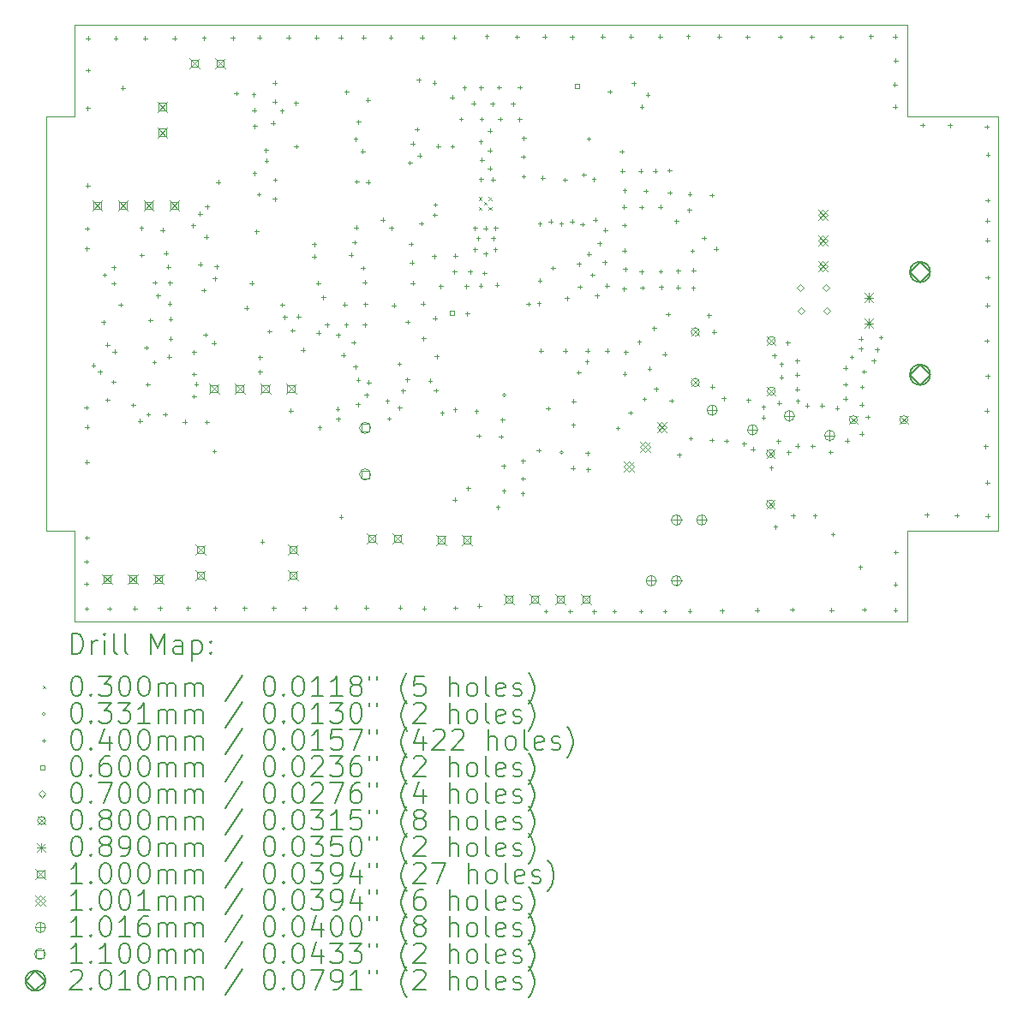
<source format=gbr>
%FSLAX45Y45*%
G04 Gerber Fmt 4.5, Leading zero omitted, Abs format (unit mm)*
G04 Created by KiCad (PCBNEW (6.0.4-0)) date 2023-12-04 14:40:44*
%MOMM*%
%LPD*%
G01*
G04 APERTURE LIST*
%TA.AperFunction,Profile*%
%ADD10C,0.100000*%
%TD*%
%ADD11C,0.200000*%
%ADD12C,0.030000*%
%ADD13C,0.033060*%
%ADD14C,0.040000*%
%ADD15C,0.060000*%
%ADD16C,0.070000*%
%ADD17C,0.080000*%
%ADD18C,0.089000*%
%ADD19C,0.100000*%
%ADD20C,0.100076*%
%ADD21C,0.101600*%
%ADD22C,0.110000*%
%ADD23C,0.201000*%
G04 APERTURE END LIST*
D10*
X4883240Y-5988500D02*
X13107760Y-5988500D01*
X4600000Y-10989760D02*
X4883240Y-10989760D01*
X4600000Y-6892740D02*
X4883240Y-6892740D01*
X13107760Y-11894000D02*
X4883240Y-11894000D01*
X13107760Y-10989760D02*
X14012000Y-10989760D01*
X13107760Y-11894000D02*
X13107760Y-10989760D01*
X4883240Y-10989760D02*
X4883240Y-11894000D01*
X14012000Y-6892740D02*
X14012000Y-10989760D01*
X4600000Y-6892740D02*
X4600000Y-10989760D01*
X13107760Y-6892740D02*
X14012000Y-6892740D01*
X4883240Y-6892740D02*
X4883240Y-5988500D01*
X13107760Y-5988500D02*
X13107760Y-6892740D01*
D11*
D12*
X8874100Y-7690000D02*
X8904100Y-7720000D01*
X8904100Y-7690000D02*
X8874100Y-7720000D01*
X8874100Y-7790000D02*
X8904100Y-7820000D01*
X8904100Y-7790000D02*
X8874100Y-7820000D01*
X8924100Y-7740000D02*
X8954100Y-7770000D01*
X8954100Y-7740000D02*
X8924100Y-7770000D01*
X8974100Y-7690000D02*
X9004100Y-7720000D01*
X9004100Y-7690000D02*
X8974100Y-7720000D01*
X8974100Y-7790000D02*
X9004100Y-7820000D01*
X9004100Y-7790000D02*
X8974100Y-7820000D01*
D13*
X9145845Y-9650315D02*
G75*
G03*
X9145845Y-9650315I-16530J0D01*
G01*
X9711530Y-10216000D02*
G75*
G03*
X9711530Y-10216000I-16530J0D01*
G01*
D14*
X4996000Y-9754000D02*
X4996000Y-9794000D01*
X4976000Y-9774000D02*
X5016000Y-9774000D01*
X4998000Y-11278000D02*
X4998000Y-11318000D01*
X4978000Y-11298000D02*
X5018000Y-11298000D01*
X4998000Y-11497000D02*
X4998000Y-11537000D01*
X4978000Y-11517000D02*
X5018000Y-11517000D01*
X5000000Y-11743000D02*
X5000000Y-11783000D01*
X4980000Y-11763000D02*
X5020000Y-11763000D01*
X5001000Y-10293000D02*
X5001000Y-10333000D01*
X4981000Y-10313000D02*
X5021000Y-10313000D01*
X5001000Y-11039000D02*
X5001000Y-11079000D01*
X4981000Y-11059000D02*
X5021000Y-11059000D01*
X5003000Y-8180000D02*
X5003000Y-8220000D01*
X4983000Y-8200000D02*
X5023000Y-8200000D01*
X5005000Y-7983000D02*
X5005000Y-8023000D01*
X4985000Y-8003000D02*
X5025000Y-8003000D01*
X5006000Y-9946000D02*
X5006000Y-9986000D01*
X4986000Y-9966000D02*
X5026000Y-9966000D01*
X5009000Y-7557000D02*
X5009000Y-7597000D01*
X4989000Y-7577000D02*
X5029000Y-7577000D01*
X5011000Y-6791000D02*
X5011000Y-6831000D01*
X4991000Y-6811000D02*
X5031000Y-6811000D01*
X5015000Y-6100000D02*
X5015000Y-6140000D01*
X4995000Y-6120000D02*
X5035000Y-6120000D01*
X5015000Y-6417000D02*
X5015000Y-6457000D01*
X4995000Y-6437000D02*
X5035000Y-6437000D01*
X5067000Y-9335000D02*
X5067000Y-9375000D01*
X5047000Y-9355000D02*
X5087000Y-9355000D01*
X5131000Y-9401000D02*
X5131000Y-9441000D01*
X5111000Y-9421000D02*
X5151000Y-9421000D01*
X5165000Y-8910000D02*
X5165000Y-8950000D01*
X5145000Y-8930000D02*
X5185000Y-8930000D01*
X5177000Y-8439700D02*
X5177000Y-8479700D01*
X5157000Y-8459700D02*
X5197000Y-8459700D01*
X5204000Y-9132200D02*
X5204000Y-9172200D01*
X5184000Y-9152200D02*
X5224000Y-9152200D01*
X5206000Y-9678000D02*
X5206000Y-9718000D01*
X5186000Y-9698000D02*
X5226000Y-9698000D01*
X5225000Y-11743000D02*
X5225000Y-11783000D01*
X5205000Y-11763000D02*
X5245000Y-11763000D01*
X5263000Y-9500000D02*
X5263000Y-9540000D01*
X5243000Y-9520000D02*
X5283000Y-9520000D01*
X5266000Y-8366000D02*
X5266000Y-8406000D01*
X5246000Y-8386000D02*
X5286000Y-8386000D01*
X5266596Y-8525453D02*
X5266596Y-8565453D01*
X5246596Y-8545453D02*
X5286596Y-8545453D01*
X5277000Y-9201000D02*
X5277000Y-9241000D01*
X5257000Y-9221000D02*
X5297000Y-9221000D01*
X5288000Y-6100000D02*
X5288000Y-6140000D01*
X5268000Y-6120000D02*
X5308000Y-6120000D01*
X5334000Y-8737000D02*
X5334000Y-8777000D01*
X5314000Y-8757000D02*
X5354000Y-8757000D01*
X5357000Y-6591000D02*
X5357000Y-6631000D01*
X5337000Y-6611000D02*
X5377000Y-6611000D01*
X5459000Y-9727000D02*
X5459000Y-9767000D01*
X5439000Y-9747000D02*
X5479000Y-9747000D01*
X5476000Y-11740000D02*
X5476000Y-11780000D01*
X5456000Y-11760000D02*
X5496000Y-11760000D01*
X5526230Y-9885230D02*
X5526230Y-9925230D01*
X5506230Y-9905230D02*
X5546230Y-9905230D01*
X5541000Y-7979000D02*
X5541000Y-8019000D01*
X5521000Y-7999000D02*
X5561000Y-7999000D01*
X5545000Y-8246000D02*
X5545000Y-8286000D01*
X5525000Y-8266000D02*
X5565000Y-8266000D01*
X5578000Y-6100000D02*
X5578000Y-6140000D01*
X5558000Y-6120000D02*
X5598000Y-6120000D01*
X5589000Y-9161000D02*
X5589000Y-9201000D01*
X5569000Y-9181000D02*
X5609000Y-9181000D01*
X5604000Y-9525000D02*
X5604000Y-9565000D01*
X5584000Y-9545000D02*
X5624000Y-9545000D01*
X5610000Y-9820001D02*
X5610000Y-9860001D01*
X5590000Y-9840001D02*
X5630000Y-9840001D01*
X5627564Y-8888461D02*
X5627564Y-8928461D01*
X5607564Y-8908461D02*
X5647564Y-8908461D01*
X5668000Y-9304000D02*
X5668000Y-9344000D01*
X5648000Y-9324000D02*
X5688000Y-9324000D01*
X5675000Y-8516402D02*
X5675000Y-8556402D01*
X5655000Y-8536402D02*
X5695000Y-8536402D01*
X5705000Y-8646000D02*
X5705000Y-8686000D01*
X5685000Y-8666000D02*
X5725000Y-8666000D01*
X5726000Y-11738000D02*
X5726000Y-11778000D01*
X5706000Y-11758000D02*
X5746000Y-11758000D01*
X5750000Y-7998000D02*
X5750000Y-8038000D01*
X5730000Y-8018000D02*
X5770000Y-8018000D01*
X5776000Y-9820000D02*
X5776000Y-9860000D01*
X5756000Y-9840000D02*
X5796000Y-9840000D01*
X5783000Y-8225000D02*
X5783000Y-8265000D01*
X5763000Y-8245000D02*
X5803000Y-8245000D01*
X5805000Y-8361000D02*
X5805000Y-8401000D01*
X5785000Y-8381000D02*
X5825000Y-8381000D01*
X5815770Y-9251770D02*
X5815770Y-9291770D01*
X5795770Y-9271770D02*
X5835770Y-9271770D01*
X5821000Y-8726000D02*
X5821000Y-8766000D01*
X5801000Y-8746000D02*
X5841000Y-8746000D01*
X5823000Y-8519000D02*
X5823000Y-8559000D01*
X5803000Y-8539000D02*
X5843000Y-8539000D01*
X5829550Y-8877000D02*
X5829550Y-8917000D01*
X5809550Y-8897000D02*
X5849550Y-8897000D01*
X5829550Y-9074000D02*
X5829550Y-9114000D01*
X5809550Y-9094000D02*
X5849550Y-9094000D01*
X5869000Y-6100000D02*
X5869000Y-6140000D01*
X5849000Y-6120000D02*
X5889000Y-6120000D01*
X5969000Y-9893000D02*
X5969000Y-9933000D01*
X5949000Y-9913000D02*
X5989000Y-9913000D01*
X6000000Y-11738000D02*
X6000000Y-11778000D01*
X5980000Y-11758000D02*
X6020000Y-11758000D01*
X6053000Y-7953000D02*
X6053000Y-7993000D01*
X6033000Y-7973000D02*
X6073000Y-7973000D01*
X6060000Y-9204000D02*
X6060000Y-9244000D01*
X6040000Y-9224000D02*
X6080000Y-9224000D01*
X6060000Y-9642000D02*
X6060000Y-9682000D01*
X6040000Y-9662000D02*
X6080000Y-9662000D01*
X6060318Y-9423430D02*
X6060318Y-9463430D01*
X6040318Y-9443430D02*
X6080318Y-9443430D01*
X6082000Y-9521000D02*
X6082000Y-9561000D01*
X6062000Y-9541000D02*
X6102000Y-9541000D01*
X6119000Y-7837000D02*
X6119000Y-7877000D01*
X6099000Y-7857000D02*
X6139000Y-7857000D01*
X6124000Y-8336950D02*
X6124000Y-8376950D01*
X6104000Y-8356950D02*
X6144000Y-8356950D01*
X6156000Y-8594000D02*
X6156000Y-8634000D01*
X6136000Y-8614000D02*
X6176000Y-8614000D01*
X6159000Y-6097000D02*
X6159000Y-6137000D01*
X6139000Y-6117000D02*
X6179000Y-6117000D01*
X6174000Y-9034000D02*
X6174000Y-9074000D01*
X6154000Y-9054000D02*
X6194000Y-9054000D01*
X6181000Y-8065050D02*
X6181000Y-8105050D01*
X6161000Y-8085050D02*
X6201000Y-8085050D01*
X6187000Y-9897000D02*
X6187000Y-9937000D01*
X6167000Y-9917000D02*
X6207000Y-9917000D01*
X6190000Y-7766000D02*
X6190000Y-7806000D01*
X6170000Y-7786000D02*
X6210000Y-7786000D01*
X6258000Y-9116000D02*
X6258000Y-9156000D01*
X6238000Y-9136000D02*
X6278000Y-9136000D01*
X6260000Y-10185000D02*
X6260000Y-10225000D01*
X6240000Y-10205000D02*
X6280000Y-10205000D01*
X6268000Y-8476000D02*
X6268000Y-8516000D01*
X6248000Y-8496000D02*
X6288000Y-8496000D01*
X6270000Y-11736000D02*
X6270000Y-11776000D01*
X6250000Y-11756000D02*
X6290000Y-11756000D01*
X6285000Y-8358000D02*
X6285000Y-8398000D01*
X6265000Y-8378000D02*
X6305000Y-8378000D01*
X6301431Y-7523431D02*
X6301431Y-7563431D01*
X6281431Y-7543431D02*
X6321431Y-7543431D01*
X6445000Y-6097000D02*
X6445000Y-6137000D01*
X6425000Y-6117000D02*
X6465000Y-6117000D01*
X6479000Y-6647000D02*
X6479000Y-6687000D01*
X6459000Y-6667000D02*
X6499000Y-6667000D01*
X6561000Y-11737000D02*
X6561000Y-11777000D01*
X6541000Y-11757000D02*
X6581000Y-11757000D01*
X6579000Y-8768000D02*
X6579000Y-8808000D01*
X6559000Y-8788000D02*
X6599000Y-8788000D01*
X6631000Y-8524000D02*
X6631000Y-8564000D01*
X6611000Y-8544000D02*
X6651000Y-8544000D01*
X6651000Y-6657000D02*
X6651000Y-6697000D01*
X6631000Y-6677000D02*
X6671000Y-6677000D01*
X6657000Y-6812000D02*
X6657000Y-6852000D01*
X6637000Y-6832000D02*
X6677000Y-6832000D01*
X6659000Y-7436000D02*
X6659000Y-7476000D01*
X6639000Y-7456000D02*
X6679000Y-7456000D01*
X6660000Y-6970000D02*
X6660000Y-7010000D01*
X6640000Y-6990000D02*
X6680000Y-6990000D01*
X6679000Y-8012000D02*
X6679000Y-8052000D01*
X6659000Y-8032000D02*
X6699000Y-8032000D01*
X6700000Y-7645000D02*
X6700000Y-7685000D01*
X6680000Y-7665000D02*
X6720000Y-7665000D01*
X6707000Y-6094000D02*
X6707000Y-6134000D01*
X6687000Y-6114000D02*
X6727000Y-6114000D01*
X6712000Y-9255000D02*
X6712000Y-9295000D01*
X6692000Y-9275000D02*
X6732000Y-9275000D01*
X6712000Y-9400000D02*
X6712000Y-9440000D01*
X6692000Y-9420000D02*
X6732000Y-9420000D01*
X6734000Y-11080000D02*
X6734000Y-11120000D01*
X6714000Y-11100000D02*
X6754000Y-11100000D01*
X6772712Y-7207757D02*
X6772712Y-7247757D01*
X6752712Y-7227757D02*
X6792712Y-7227757D01*
X6777000Y-7313000D02*
X6777000Y-7353000D01*
X6757000Y-7333000D02*
X6797000Y-7333000D01*
X6805000Y-8999000D02*
X6805000Y-9039000D01*
X6785000Y-9019000D02*
X6825000Y-9019000D01*
X6841000Y-6938000D02*
X6841000Y-6978000D01*
X6821000Y-6958000D02*
X6861000Y-6958000D01*
X6849000Y-11737000D02*
X6849000Y-11777000D01*
X6829000Y-11757000D02*
X6869000Y-11757000D01*
X6858000Y-7691000D02*
X6858000Y-7731000D01*
X6838000Y-7711000D02*
X6878000Y-7711000D01*
X6860700Y-6541000D02*
X6860700Y-6581000D01*
X6840700Y-6561000D02*
X6880700Y-6561000D01*
X6860700Y-6728000D02*
X6860700Y-6768000D01*
X6840700Y-6748000D02*
X6880700Y-6748000D01*
X6861000Y-7500000D02*
X6861000Y-7540000D01*
X6841000Y-7520000D02*
X6881000Y-7520000D01*
X6930000Y-6818000D02*
X6930000Y-6858000D01*
X6910000Y-6838000D02*
X6950000Y-6838000D01*
X6933000Y-8737000D02*
X6933000Y-8777000D01*
X6913000Y-8757000D02*
X6953000Y-8757000D01*
X6956450Y-8859000D02*
X6956450Y-8899000D01*
X6936450Y-8879000D02*
X6976450Y-8879000D01*
X6994000Y-6094000D02*
X6994000Y-6134000D01*
X6974000Y-6114000D02*
X7014000Y-6114000D01*
X7016000Y-9784000D02*
X7016000Y-9824000D01*
X6996000Y-9804000D02*
X7036000Y-9804000D01*
X7035000Y-8991000D02*
X7035000Y-9031000D01*
X7015000Y-9011000D02*
X7055000Y-9011000D01*
X7067000Y-6741000D02*
X7067000Y-6781000D01*
X7047000Y-6761000D02*
X7087000Y-6761000D01*
X7070000Y-7171000D02*
X7070000Y-7211000D01*
X7050000Y-7191000D02*
X7090000Y-7191000D01*
X7094000Y-8854000D02*
X7094000Y-8894000D01*
X7074000Y-8874000D02*
X7114000Y-8874000D01*
X7139000Y-9182450D02*
X7139000Y-9222450D01*
X7119000Y-9202450D02*
X7159000Y-9202450D01*
X7155000Y-11737000D02*
X7155000Y-11777000D01*
X7135000Y-11757000D02*
X7175000Y-11757000D01*
X7247450Y-8139000D02*
X7247450Y-8179000D01*
X7227450Y-8159000D02*
X7267450Y-8159000D01*
X7247450Y-8261000D02*
X7247450Y-8301000D01*
X7227450Y-8281000D02*
X7267450Y-8281000D01*
X7270000Y-6094000D02*
X7270000Y-6134000D01*
X7250000Y-6114000D02*
X7290000Y-6114000D01*
X7289000Y-8522000D02*
X7289000Y-8562000D01*
X7269000Y-8542000D02*
X7309000Y-8542000D01*
X7292000Y-9013000D02*
X7292000Y-9053000D01*
X7272000Y-9033000D02*
X7312000Y-9033000D01*
X7302000Y-9950000D02*
X7302000Y-9990000D01*
X7282000Y-9970000D02*
X7322000Y-9970000D01*
X7339000Y-8665000D02*
X7339000Y-8705000D01*
X7319000Y-8685000D02*
X7359000Y-8685000D01*
X7376000Y-8934000D02*
X7376000Y-8974000D01*
X7356000Y-8954000D02*
X7396000Y-8954000D01*
X7462000Y-11733000D02*
X7462000Y-11773000D01*
X7442000Y-11753000D02*
X7482000Y-11753000D01*
X7480000Y-9766000D02*
X7480000Y-9806000D01*
X7460000Y-9786000D02*
X7500000Y-9786000D01*
X7484598Y-9865844D02*
X7484598Y-9905844D01*
X7464598Y-9885844D02*
X7504598Y-9885844D01*
X7485000Y-9037550D02*
X7485000Y-9077550D01*
X7465000Y-9057550D02*
X7505000Y-9057550D01*
X7510000Y-6094000D02*
X7510000Y-6134000D01*
X7490000Y-6114000D02*
X7530000Y-6114000D01*
X7514000Y-10833000D02*
X7514000Y-10873000D01*
X7494000Y-10853000D02*
X7534000Y-10853000D01*
X7538000Y-9234000D02*
X7538000Y-9274000D01*
X7518000Y-9254000D02*
X7558000Y-9254000D01*
X7549000Y-8733000D02*
X7549000Y-8773000D01*
X7529000Y-8753000D02*
X7569000Y-8753000D01*
X7565000Y-8934000D02*
X7565000Y-8974000D01*
X7545000Y-8954000D02*
X7585000Y-8954000D01*
X7566000Y-6632000D02*
X7566000Y-6672000D01*
X7546000Y-6652000D02*
X7586000Y-6652000D01*
X7611770Y-8244770D02*
X7611770Y-8284770D01*
X7591770Y-8264770D02*
X7631770Y-8264770D01*
X7637000Y-9110000D02*
X7637000Y-9150000D01*
X7617000Y-9130000D02*
X7657000Y-9130000D01*
X7647000Y-8118000D02*
X7647000Y-8158000D01*
X7627000Y-8138000D02*
X7667000Y-8138000D01*
X7654000Y-9348000D02*
X7654000Y-9388000D01*
X7634000Y-9368000D02*
X7674000Y-9368000D01*
X7657000Y-7097000D02*
X7657000Y-7137000D01*
X7637000Y-7117000D02*
X7677000Y-7117000D01*
X7663000Y-7971000D02*
X7663000Y-8011000D01*
X7643000Y-7991000D02*
X7683000Y-7991000D01*
X7668000Y-7517000D02*
X7668000Y-7557000D01*
X7648000Y-7537000D02*
X7688000Y-7537000D01*
X7682000Y-9722000D02*
X7682000Y-9762000D01*
X7662000Y-9742000D02*
X7702000Y-9742000D01*
X7683000Y-9481000D02*
X7683000Y-9521000D01*
X7663000Y-9501000D02*
X7703000Y-9501000D01*
X7687000Y-6927000D02*
X7687000Y-6967000D01*
X7667000Y-6947000D02*
X7707000Y-6947000D01*
X7728000Y-7219000D02*
X7728000Y-7259000D01*
X7708000Y-7239000D02*
X7748000Y-7239000D01*
X7732000Y-8374000D02*
X7732000Y-8414000D01*
X7712000Y-8394000D02*
X7752000Y-8394000D01*
X7737000Y-6094050D02*
X7737000Y-6134050D01*
X7717000Y-6114050D02*
X7757000Y-6114050D01*
X7749000Y-8515000D02*
X7749000Y-8555000D01*
X7729000Y-8535000D02*
X7769000Y-8535000D01*
X7749000Y-8936000D02*
X7749000Y-8976000D01*
X7729000Y-8956000D02*
X7769000Y-8956000D01*
X7753000Y-8730000D02*
X7753000Y-8770000D01*
X7733000Y-8750000D02*
X7773000Y-8750000D01*
X7763000Y-11733000D02*
X7763000Y-11773000D01*
X7743000Y-11753000D02*
X7783000Y-11753000D01*
X7766000Y-9628000D02*
X7766000Y-9668000D01*
X7746000Y-9648000D02*
X7786000Y-9648000D01*
X7780000Y-6712000D02*
X7780000Y-6752000D01*
X7760000Y-6732000D02*
X7800000Y-6732000D01*
X7782000Y-7525000D02*
X7782000Y-7565000D01*
X7762000Y-7545000D02*
X7802000Y-7545000D01*
X7786750Y-9504250D02*
X7786750Y-9544250D01*
X7766750Y-9524250D02*
X7806750Y-9524250D01*
X7926500Y-7896500D02*
X7926500Y-7936500D01*
X7906500Y-7916500D02*
X7946500Y-7916500D01*
X7971000Y-9687000D02*
X7971000Y-9727000D01*
X7951000Y-9707000D02*
X7991000Y-9707000D01*
X7989000Y-9863000D02*
X7989000Y-9903000D01*
X7969000Y-9883000D02*
X8009000Y-9883000D01*
X8004000Y-6094050D02*
X8004000Y-6134050D01*
X7984000Y-6114050D02*
X8024000Y-6114050D01*
X8012000Y-7979000D02*
X8012000Y-8019000D01*
X7992000Y-7999000D02*
X8032000Y-7999000D01*
X8036000Y-8744000D02*
X8036000Y-8784000D01*
X8016000Y-8764000D02*
X8056000Y-8764000D01*
X8090450Y-9322000D02*
X8090450Y-9362000D01*
X8070450Y-9342000D02*
X8110450Y-9342000D01*
X8091000Y-9755000D02*
X8091000Y-9795000D01*
X8071000Y-9775000D02*
X8111000Y-9775000D01*
X8099000Y-11731000D02*
X8099000Y-11771000D01*
X8079000Y-11751000D02*
X8119000Y-11751000D01*
X8127000Y-9585000D02*
X8127000Y-9625000D01*
X8107000Y-9605000D02*
X8147000Y-9605000D01*
X8170000Y-9477000D02*
X8170000Y-9517000D01*
X8150000Y-9497000D02*
X8190000Y-9497000D01*
X8173000Y-8907000D02*
X8173000Y-8947000D01*
X8153000Y-8927000D02*
X8193000Y-8927000D01*
X8194000Y-7332000D02*
X8194000Y-7372000D01*
X8174000Y-7352000D02*
X8214000Y-7352000D01*
X8206000Y-8135000D02*
X8206000Y-8175000D01*
X8186000Y-8155000D02*
X8226000Y-8155000D01*
X8215000Y-8319000D02*
X8215000Y-8359000D01*
X8195000Y-8339000D02*
X8235000Y-8339000D01*
X8222000Y-8523000D02*
X8222000Y-8563000D01*
X8202000Y-8543000D02*
X8242000Y-8543000D01*
X8223000Y-7143000D02*
X8223000Y-7183000D01*
X8203000Y-7163000D02*
X8243000Y-7163000D01*
X8265000Y-7001000D02*
X8265000Y-7041000D01*
X8245000Y-7021000D02*
X8285000Y-7021000D01*
X8283000Y-6514000D02*
X8283000Y-6554000D01*
X8263000Y-6534000D02*
X8303000Y-6534000D01*
X8289000Y-7262000D02*
X8289000Y-7302000D01*
X8269000Y-7282000D02*
X8309000Y-7282000D01*
X8307000Y-7932000D02*
X8307000Y-7972000D01*
X8287000Y-7952000D02*
X8327000Y-7952000D01*
X8317000Y-6093000D02*
X8317000Y-6133000D01*
X8297000Y-6113000D02*
X8337000Y-6113000D01*
X8323000Y-8725000D02*
X8323000Y-8765000D01*
X8303000Y-8745000D02*
X8343000Y-8745000D01*
X8330000Y-9070000D02*
X8330000Y-9110000D01*
X8310000Y-9090000D02*
X8350000Y-9090000D01*
X8336000Y-11739000D02*
X8336000Y-11779000D01*
X8316000Y-11759000D02*
X8356000Y-11759000D01*
X8393508Y-9486507D02*
X8393508Y-9526507D01*
X8373508Y-9506507D02*
X8413508Y-9506507D01*
X8434000Y-8258000D02*
X8434000Y-8298000D01*
X8414000Y-8278000D02*
X8454000Y-8278000D01*
X8436000Y-6543000D02*
X8436000Y-6583000D01*
X8416000Y-6563000D02*
X8456000Y-6563000D01*
X8439000Y-7848000D02*
X8439000Y-7888000D01*
X8419000Y-7868000D02*
X8459000Y-7868000D01*
X8442000Y-8871000D02*
X8442000Y-8911000D01*
X8422000Y-8891000D02*
X8462000Y-8891000D01*
X8446000Y-7747000D02*
X8446000Y-7787000D01*
X8426000Y-7767000D02*
X8466000Y-7767000D01*
X8451598Y-9584550D02*
X8451598Y-9624550D01*
X8431598Y-9604550D02*
X8471598Y-9604550D01*
X8460000Y-9247000D02*
X8460000Y-9287000D01*
X8440000Y-9267000D02*
X8480000Y-9267000D01*
X8472000Y-7167000D02*
X8472000Y-7207000D01*
X8452000Y-7187000D02*
X8492000Y-7187000D01*
X8500000Y-8553000D02*
X8500000Y-8593000D01*
X8480000Y-8573000D02*
X8520000Y-8573000D01*
X8512000Y-9806000D02*
X8512000Y-9846000D01*
X8492000Y-9826000D02*
X8532000Y-9826000D01*
X8612000Y-6686000D02*
X8612000Y-6726000D01*
X8592000Y-6706000D02*
X8632000Y-6706000D01*
X8614000Y-7171000D02*
X8614000Y-7211000D01*
X8594000Y-7191000D02*
X8634000Y-7191000D01*
X8632000Y-6093000D02*
X8632000Y-6133000D01*
X8612000Y-6113000D02*
X8652000Y-6113000D01*
X8633451Y-8410549D02*
X8633451Y-8450549D01*
X8613451Y-8430549D02*
X8653451Y-8430549D01*
X8636000Y-10666000D02*
X8636000Y-10706000D01*
X8616000Y-10686000D02*
X8656000Y-10686000D01*
X8639000Y-9774000D02*
X8639000Y-9814000D01*
X8619000Y-9794000D02*
X8659000Y-9794000D01*
X8644000Y-8253000D02*
X8644000Y-8293000D01*
X8624000Y-8273000D02*
X8664000Y-8273000D01*
X8644000Y-11734000D02*
X8644000Y-11774000D01*
X8624000Y-11754000D02*
X8664000Y-11754000D01*
X8699000Y-6901000D02*
X8699000Y-6941000D01*
X8679000Y-6921000D02*
X8719000Y-6921000D01*
X8732000Y-6589450D02*
X8732000Y-6629450D01*
X8712000Y-6609450D02*
X8752000Y-6609450D01*
X8753000Y-8554000D02*
X8753000Y-8594000D01*
X8733000Y-8574000D02*
X8773000Y-8574000D01*
X8761000Y-8825000D02*
X8761000Y-8865000D01*
X8741000Y-8845000D02*
X8781000Y-8845000D01*
X8769000Y-10552000D02*
X8769000Y-10592000D01*
X8749000Y-10572000D02*
X8789000Y-10572000D01*
X8789000Y-8410000D02*
X8789000Y-8450000D01*
X8769000Y-8430000D02*
X8809000Y-8430000D01*
X8824000Y-6746000D02*
X8824000Y-6786000D01*
X8804000Y-6766000D02*
X8844000Y-6766000D01*
X8838000Y-7978000D02*
X8838000Y-8018000D01*
X8818000Y-7998000D02*
X8858000Y-7998000D01*
X8838000Y-8190000D02*
X8838000Y-8230000D01*
X8818000Y-8210000D02*
X8858000Y-8210000D01*
X8852000Y-9791000D02*
X8852000Y-9831000D01*
X8832000Y-9811000D02*
X8872000Y-9811000D01*
X8868000Y-8079000D02*
X8868000Y-8119000D01*
X8848000Y-8099000D02*
X8888000Y-8099000D01*
X8875000Y-10032000D02*
X8875000Y-10072000D01*
X8855000Y-10052000D02*
X8895000Y-10052000D01*
X8881000Y-11715000D02*
X8881000Y-11755000D01*
X8861000Y-11735000D02*
X8901000Y-11735000D01*
X8895000Y-7123000D02*
X8895000Y-7163000D01*
X8875000Y-7143000D02*
X8915000Y-7143000D01*
X8895000Y-8549000D02*
X8895000Y-8589000D01*
X8875000Y-8569000D02*
X8915000Y-8569000D01*
X8896000Y-7494000D02*
X8896000Y-7534000D01*
X8876000Y-7514000D02*
X8916000Y-7514000D01*
X8897000Y-6589450D02*
X8897000Y-6629450D01*
X8877000Y-6609450D02*
X8917000Y-6609450D01*
X8903000Y-6899000D02*
X8903000Y-6939000D01*
X8883000Y-6919000D02*
X8923000Y-6919000D01*
X8904000Y-7303000D02*
X8904000Y-7343000D01*
X8884000Y-7323000D02*
X8924000Y-7323000D01*
X8930000Y-8425000D02*
X8930000Y-8465000D01*
X8910000Y-8445000D02*
X8950000Y-8445000D01*
X8942000Y-7980000D02*
X8942000Y-8020000D01*
X8922000Y-8000000D02*
X8962000Y-8000000D01*
X8943000Y-8232000D02*
X8943000Y-8272000D01*
X8923000Y-8252000D02*
X8963000Y-8252000D01*
X8953979Y-6082481D02*
X8953979Y-6122481D01*
X8933979Y-6102481D02*
X8973979Y-6102481D01*
X8984050Y-7017000D02*
X8984050Y-7057000D01*
X8964050Y-7037000D02*
X9004050Y-7037000D01*
X8984050Y-7209000D02*
X8984050Y-7249000D01*
X8964050Y-7229000D02*
X9004050Y-7229000D01*
X8984050Y-7388000D02*
X8984050Y-7428000D01*
X8964050Y-7408000D02*
X9004050Y-7408000D01*
X9010000Y-6750099D02*
X9010000Y-6790099D01*
X8990000Y-6770099D02*
X9030000Y-6770099D01*
X9014000Y-7499000D02*
X9014000Y-7539000D01*
X8994000Y-7519000D02*
X9034000Y-7519000D01*
X9018000Y-8080000D02*
X9018000Y-8120000D01*
X8998000Y-8100000D02*
X9038000Y-8100000D01*
X9038000Y-8190000D02*
X9038000Y-8230000D01*
X9018000Y-8210000D02*
X9058000Y-8210000D01*
X9040208Y-7976917D02*
X9040208Y-8016917D01*
X9020208Y-7996917D02*
X9060208Y-7996917D01*
X9055000Y-8539000D02*
X9055000Y-8579000D01*
X9035000Y-8559000D02*
X9075000Y-8559000D01*
X9064000Y-10737000D02*
X9064000Y-10777000D01*
X9044000Y-10757000D02*
X9084000Y-10757000D01*
X9075000Y-6587000D02*
X9075000Y-6627000D01*
X9055000Y-6607000D02*
X9095000Y-6607000D01*
X9085000Y-6900000D02*
X9085000Y-6940000D01*
X9065000Y-6920000D02*
X9105000Y-6920000D01*
X9095000Y-10041000D02*
X9095000Y-10081000D01*
X9075000Y-10061000D02*
X9115000Y-10061000D01*
X9108000Y-9875000D02*
X9108000Y-9915000D01*
X9088000Y-9895000D02*
X9128000Y-9895000D01*
X9121000Y-10332000D02*
X9121000Y-10372000D01*
X9101000Y-10352000D02*
X9141000Y-10352000D01*
X9123000Y-10576000D02*
X9123000Y-10616000D01*
X9103000Y-10596000D02*
X9143000Y-10596000D01*
X9213000Y-6750099D02*
X9213000Y-6790099D01*
X9193000Y-6770099D02*
X9233000Y-6770099D01*
X9251000Y-6086000D02*
X9251000Y-6126000D01*
X9231000Y-6106000D02*
X9271000Y-6106000D01*
X9279000Y-6902000D02*
X9279000Y-6942000D01*
X9259000Y-6922000D02*
X9299000Y-6922000D01*
X9281000Y-6587000D02*
X9281000Y-6627000D01*
X9261000Y-6607000D02*
X9301000Y-6607000D01*
X9309000Y-10602000D02*
X9309000Y-10642000D01*
X9289000Y-10622000D02*
X9329000Y-10622000D01*
X9310000Y-10455000D02*
X9310000Y-10495000D01*
X9290000Y-10475000D02*
X9330000Y-10475000D01*
X9313000Y-10282000D02*
X9313000Y-10322000D01*
X9293000Y-10302000D02*
X9333000Y-10302000D01*
X9316000Y-7273000D02*
X9316000Y-7313000D01*
X9296000Y-7293000D02*
X9336000Y-7293000D01*
X9318000Y-7468000D02*
X9318000Y-7508000D01*
X9298000Y-7488000D02*
X9338000Y-7488000D01*
X9320000Y-7089000D02*
X9320000Y-7129000D01*
X9300000Y-7109000D02*
X9340000Y-7109000D01*
X9365000Y-8729000D02*
X9365000Y-8769000D01*
X9345000Y-8749000D02*
X9385000Y-8749000D01*
X9468000Y-10177000D02*
X9468000Y-10217000D01*
X9448000Y-10197000D02*
X9488000Y-10197000D01*
X9470000Y-8723000D02*
X9470000Y-8763000D01*
X9450000Y-8743000D02*
X9490000Y-8743000D01*
X9478000Y-8498000D02*
X9478000Y-8538000D01*
X9458000Y-8518000D02*
X9498000Y-8518000D01*
X9478412Y-7936819D02*
X9478412Y-7976819D01*
X9458412Y-7956819D02*
X9498412Y-7956819D01*
X9490000Y-9192000D02*
X9490000Y-9232000D01*
X9470000Y-9212000D02*
X9510000Y-9212000D01*
X9507000Y-7482000D02*
X9507000Y-7522000D01*
X9487000Y-7502000D02*
X9527000Y-7502000D01*
X9527000Y-6084000D02*
X9527000Y-6124000D01*
X9507000Y-6104000D02*
X9547000Y-6104000D01*
X9538000Y-11768000D02*
X9538000Y-11808000D01*
X9518000Y-11788000D02*
X9558000Y-11788000D01*
X9559000Y-9762550D02*
X9559000Y-9802550D01*
X9539000Y-9782550D02*
X9579000Y-9782550D01*
X9584000Y-7914050D02*
X9584000Y-7954050D01*
X9564000Y-7934050D02*
X9604000Y-7934050D01*
X9607000Y-8372000D02*
X9607000Y-8412000D01*
X9587000Y-8392000D02*
X9627000Y-8392000D01*
X9689141Y-7936300D02*
X9689141Y-7976300D01*
X9669141Y-7956300D02*
X9709141Y-7956300D01*
X9727000Y-7502000D02*
X9727000Y-7542000D01*
X9707000Y-7522000D02*
X9747000Y-7522000D01*
X9729000Y-9192000D02*
X9729000Y-9232000D01*
X9709000Y-9212000D02*
X9749000Y-9212000D01*
X9745266Y-8672266D02*
X9745266Y-8712266D01*
X9725266Y-8692266D02*
X9765266Y-8692266D01*
X9778000Y-11768000D02*
X9778000Y-11808000D01*
X9758000Y-11788000D02*
X9798000Y-11788000D01*
X9796000Y-7913550D02*
X9796000Y-7953550D01*
X9776000Y-7933550D02*
X9816000Y-7933550D01*
X9798000Y-6091000D02*
X9798000Y-6131000D01*
X9778000Y-6111000D02*
X9818000Y-6111000D01*
X9806000Y-10352000D02*
X9806000Y-10392000D01*
X9786000Y-10372000D02*
X9826000Y-10372000D01*
X9809000Y-9926000D02*
X9809000Y-9966000D01*
X9789000Y-9946000D02*
X9829000Y-9946000D01*
X9810000Y-9690000D02*
X9810000Y-9730000D01*
X9790000Y-9710000D02*
X9830000Y-9710000D01*
X9861000Y-9405000D02*
X9861000Y-9445000D01*
X9841000Y-9425000D02*
X9881000Y-9425000D01*
X9866235Y-8332234D02*
X9866235Y-8372234D01*
X9846235Y-8352234D02*
X9886235Y-8352234D01*
X9873000Y-8560000D02*
X9873000Y-8600000D01*
X9853000Y-8580000D02*
X9893000Y-8580000D01*
X9899789Y-7941281D02*
X9899789Y-7981281D01*
X9879789Y-7961281D02*
X9919789Y-7961281D01*
X9913000Y-7451000D02*
X9913000Y-7491000D01*
X9893000Y-7471000D02*
X9933000Y-7471000D01*
X9943000Y-9298000D02*
X9943000Y-9338000D01*
X9923000Y-9318000D02*
X9963000Y-9318000D01*
X9950000Y-9192000D02*
X9950000Y-9232000D01*
X9930000Y-9212000D02*
X9970000Y-9212000D01*
X9951000Y-10205000D02*
X9951000Y-10245000D01*
X9931000Y-10225000D02*
X9971000Y-10225000D01*
X9954000Y-10365000D02*
X9954000Y-10405000D01*
X9934000Y-10385000D02*
X9974000Y-10385000D01*
X9960000Y-7094000D02*
X9960000Y-7134000D01*
X9940000Y-7114000D02*
X9980000Y-7114000D01*
X9963235Y-8235234D02*
X9963235Y-8275234D01*
X9943235Y-8255234D02*
X9983235Y-8255234D01*
X9998000Y-8440000D02*
X9998000Y-8480000D01*
X9978000Y-8460000D02*
X10018000Y-8460000D01*
X10011000Y-7496000D02*
X10011000Y-7536000D01*
X9991000Y-7516000D02*
X10031000Y-7516000D01*
X10015487Y-11769862D02*
X10015487Y-11809862D01*
X9995487Y-11789862D02*
X10035487Y-11789862D01*
X10025000Y-7897000D02*
X10025000Y-7937000D01*
X10005000Y-7917000D02*
X10045000Y-7917000D01*
X10042181Y-8646181D02*
X10042181Y-8686181D01*
X10022181Y-8666181D02*
X10062181Y-8666181D01*
X10067000Y-8131000D02*
X10067000Y-8171000D01*
X10047000Y-8151000D02*
X10087000Y-8151000D01*
X10100000Y-6083098D02*
X10100000Y-6123098D01*
X10080000Y-6103098D02*
X10120000Y-6103098D01*
X10118000Y-8316000D02*
X10118000Y-8356000D01*
X10098000Y-8336000D02*
X10138000Y-8336000D01*
X10123000Y-7997000D02*
X10123000Y-8037000D01*
X10103000Y-8017000D02*
X10143000Y-8017000D01*
X10141181Y-8547181D02*
X10141181Y-8587181D01*
X10121181Y-8567181D02*
X10161181Y-8567181D01*
X10143000Y-9192000D02*
X10143000Y-9232000D01*
X10123000Y-9212000D02*
X10163000Y-9212000D01*
X10170000Y-6630000D02*
X10170000Y-6670000D01*
X10150000Y-6650000D02*
X10190000Y-6650000D01*
X10215000Y-11769000D02*
X10215000Y-11809000D01*
X10195000Y-11789000D02*
X10235000Y-11789000D01*
X10249000Y-9957000D02*
X10249000Y-9997000D01*
X10229000Y-9977000D02*
X10269000Y-9977000D01*
X10289000Y-7221000D02*
X10289000Y-7261000D01*
X10269000Y-7241000D02*
X10309000Y-7241000D01*
X10294000Y-7413000D02*
X10294000Y-7453000D01*
X10274000Y-7433000D02*
X10314000Y-7433000D01*
X10311082Y-8580000D02*
X10311082Y-8620000D01*
X10291082Y-8600000D02*
X10331082Y-8600000D01*
X10312000Y-7768000D02*
X10312000Y-7808000D01*
X10292000Y-7788000D02*
X10332000Y-7788000D01*
X10315000Y-7950000D02*
X10315000Y-7990000D01*
X10295000Y-7970000D02*
X10335000Y-7970000D01*
X10315000Y-8200000D02*
X10315000Y-8240000D01*
X10295000Y-8220000D02*
X10335000Y-8220000D01*
X10316000Y-7605450D02*
X10316000Y-7645450D01*
X10296000Y-7625450D02*
X10336000Y-7625450D01*
X10316000Y-9419000D02*
X10316000Y-9459000D01*
X10296000Y-9439000D02*
X10336000Y-9439000D01*
X10321000Y-8385000D02*
X10321000Y-8425000D01*
X10301000Y-8405000D02*
X10341000Y-8405000D01*
X10328000Y-9205000D02*
X10328000Y-9245000D01*
X10308000Y-9225000D02*
X10348000Y-9225000D01*
X10372000Y-9804000D02*
X10372000Y-9844000D01*
X10352000Y-9824000D02*
X10392000Y-9824000D01*
X10378000Y-6084000D02*
X10378000Y-6124000D01*
X10358000Y-6104000D02*
X10398000Y-6104000D01*
X10407000Y-6547000D02*
X10407000Y-6587000D01*
X10387000Y-6567000D02*
X10427000Y-6567000D01*
X10461000Y-9105000D02*
X10461000Y-9145000D01*
X10441000Y-9125000D02*
X10481000Y-9125000D01*
X10475000Y-7413000D02*
X10475000Y-7453000D01*
X10455000Y-7433000D02*
X10495000Y-7433000D01*
X10477000Y-11769000D02*
X10477000Y-11809000D01*
X10457000Y-11789000D02*
X10497000Y-11789000D01*
X10484000Y-7771000D02*
X10484000Y-7811000D01*
X10464000Y-7791000D02*
X10504000Y-7791000D01*
X10484000Y-8411000D02*
X10484000Y-8451000D01*
X10464000Y-8431000D02*
X10504000Y-8431000D01*
X10486000Y-6780000D02*
X10486000Y-6820000D01*
X10466000Y-6800000D02*
X10506000Y-6800000D01*
X10490000Y-8567000D02*
X10490000Y-8607000D01*
X10470000Y-8587000D02*
X10510000Y-8587000D01*
X10511000Y-9669000D02*
X10511000Y-9709000D01*
X10491000Y-9689000D02*
X10531000Y-9689000D01*
X10526000Y-7610000D02*
X10526000Y-7650000D01*
X10506000Y-7630000D02*
X10546000Y-7630000D01*
X10545000Y-6659000D02*
X10545000Y-6699000D01*
X10525000Y-6679000D02*
X10565000Y-6679000D01*
X10563000Y-9370000D02*
X10563000Y-9410000D01*
X10543000Y-9390000D02*
X10583000Y-9390000D01*
X10607000Y-8969000D02*
X10607000Y-9009000D01*
X10587000Y-8989000D02*
X10627000Y-8989000D01*
X10618000Y-7413000D02*
X10618000Y-7453000D01*
X10598000Y-7433000D02*
X10638000Y-7433000D01*
X10628000Y-9569000D02*
X10628000Y-9609000D01*
X10608000Y-9589000D02*
X10648000Y-9589000D01*
X10666000Y-6084000D02*
X10666000Y-6124000D01*
X10646000Y-6104000D02*
X10686000Y-6104000D01*
X10669000Y-7768000D02*
X10669000Y-7808000D01*
X10649000Y-7788000D02*
X10689000Y-7788000D01*
X10672000Y-8408000D02*
X10672000Y-8448000D01*
X10652000Y-8428000D02*
X10692000Y-8428000D01*
X10678000Y-8563000D02*
X10678000Y-8603000D01*
X10658000Y-8583000D02*
X10698000Y-8583000D01*
X10713000Y-9226000D02*
X10713000Y-9266000D01*
X10693000Y-9246000D02*
X10733000Y-9246000D01*
X10715000Y-11769000D02*
X10715000Y-11809000D01*
X10695000Y-11789000D02*
X10735000Y-11789000D01*
X10746000Y-8830000D02*
X10746000Y-8870000D01*
X10726000Y-8850000D02*
X10766000Y-8850000D01*
X10758000Y-7407000D02*
X10758000Y-7447000D01*
X10738000Y-7427000D02*
X10778000Y-7427000D01*
X10763117Y-7627594D02*
X10763117Y-7667594D01*
X10743117Y-7647594D02*
X10783117Y-7647594D01*
X10780000Y-9686000D02*
X10780000Y-9726000D01*
X10760000Y-9706000D02*
X10800000Y-9706000D01*
X10826235Y-7909765D02*
X10826235Y-7949765D01*
X10806235Y-7929765D02*
X10846235Y-7929765D01*
X10843000Y-8400000D02*
X10843000Y-8440000D01*
X10823000Y-8420000D02*
X10863000Y-8420000D01*
X10843000Y-8565000D02*
X10843000Y-8605000D01*
X10823000Y-8585000D02*
X10863000Y-8585000D01*
X10857000Y-10222000D02*
X10857000Y-10262000D01*
X10837000Y-10242000D02*
X10877000Y-10242000D01*
X10942000Y-6081000D02*
X10942000Y-6121000D01*
X10922000Y-6101000D02*
X10962000Y-6101000D01*
X10953000Y-7801000D02*
X10953000Y-7841000D01*
X10933000Y-7821000D02*
X10973000Y-7821000D01*
X10960000Y-7643000D02*
X10960000Y-7683000D01*
X10940000Y-7663000D02*
X10980000Y-7663000D01*
X10960000Y-11766000D02*
X10960000Y-11806000D01*
X10940000Y-11786000D02*
X10980000Y-11786000D01*
X10969000Y-10057000D02*
X10969000Y-10097000D01*
X10949000Y-10077000D02*
X10989000Y-10077000D01*
X10985000Y-8203000D02*
X10985000Y-8243000D01*
X10965000Y-8223000D02*
X11005000Y-8223000D01*
X10993000Y-8570000D02*
X10993000Y-8610000D01*
X10973000Y-8590000D02*
X11013000Y-8590000D01*
X10996000Y-8395000D02*
X10996000Y-8435000D01*
X10976000Y-8415000D02*
X11016000Y-8415000D01*
X11102000Y-8076000D02*
X11102000Y-8116000D01*
X11082000Y-8096000D02*
X11122000Y-8096000D01*
X11150000Y-8842000D02*
X11150000Y-8882000D01*
X11130000Y-8862000D02*
X11170000Y-8862000D01*
X11176450Y-10075977D02*
X11176450Y-10115977D01*
X11156450Y-10095977D02*
X11196450Y-10095977D01*
X11177000Y-7653000D02*
X11177000Y-7693000D01*
X11157000Y-7673000D02*
X11197000Y-7673000D01*
X11182000Y-9547000D02*
X11182000Y-9587000D01*
X11162000Y-9567000D02*
X11202000Y-9567000D01*
X11200000Y-9005000D02*
X11200000Y-9045000D01*
X11180000Y-9025000D02*
X11220000Y-9025000D01*
X11220000Y-8183000D02*
X11220000Y-8223000D01*
X11200000Y-8203000D02*
X11240000Y-8203000D01*
X11250000Y-6085000D02*
X11250000Y-6125000D01*
X11230000Y-6105000D02*
X11270000Y-6105000D01*
X11280000Y-11763000D02*
X11280000Y-11803000D01*
X11260000Y-11783000D02*
X11300000Y-11783000D01*
X11295000Y-9663000D02*
X11295000Y-9703000D01*
X11275000Y-9683000D02*
X11315000Y-9683000D01*
X11320000Y-10083000D02*
X11320000Y-10123000D01*
X11300000Y-10103000D02*
X11340000Y-10103000D01*
X11494950Y-10112000D02*
X11494950Y-10152000D01*
X11474950Y-10132000D02*
X11514950Y-10132000D01*
X11530000Y-6088000D02*
X11530000Y-6128000D01*
X11510000Y-6108000D02*
X11550000Y-6108000D01*
X11537000Y-9678450D02*
X11537000Y-9718450D01*
X11517000Y-9698450D02*
X11557000Y-9698450D01*
X11583000Y-10165000D02*
X11583000Y-10205000D01*
X11563000Y-10185000D02*
X11603000Y-10185000D01*
X11627000Y-11757000D02*
X11627000Y-11797000D01*
X11607000Y-11777000D02*
X11647000Y-11777000D01*
X11688550Y-9747000D02*
X11688550Y-9787000D01*
X11668550Y-9767000D02*
X11708550Y-9767000D01*
X11688550Y-9852000D02*
X11688550Y-9892000D01*
X11668550Y-9872000D02*
X11708550Y-9872000D01*
X11764307Y-10348808D02*
X11764307Y-10388808D01*
X11744307Y-10368808D02*
X11784307Y-10368808D01*
X11794000Y-9238000D02*
X11794000Y-9278000D01*
X11774000Y-9258000D02*
X11814000Y-9258000D01*
X11807000Y-10932000D02*
X11807000Y-10972000D01*
X11787000Y-10952000D02*
X11827000Y-10952000D01*
X11835450Y-10086309D02*
X11835450Y-10126309D01*
X11815450Y-10106309D02*
X11855450Y-10106309D01*
X11843450Y-9707609D02*
X11843450Y-9747609D01*
X11823450Y-9727609D02*
X11863450Y-9727609D01*
X11855000Y-6088000D02*
X11855000Y-6128000D01*
X11835000Y-6108000D02*
X11875000Y-6108000D01*
X11865550Y-9324000D02*
X11865550Y-9364000D01*
X11845550Y-9344000D02*
X11885550Y-9344000D01*
X11865550Y-9453117D02*
X11865550Y-9493117D01*
X11845550Y-9473117D02*
X11885550Y-9473117D01*
X11929000Y-9111000D02*
X11929000Y-9151000D01*
X11909000Y-9131000D02*
X11949000Y-9131000D01*
X11935000Y-10197000D02*
X11935000Y-10237000D01*
X11915000Y-10217000D02*
X11955000Y-10217000D01*
X11973000Y-11752000D02*
X11973000Y-11792000D01*
X11953000Y-11772000D02*
X11993000Y-11772000D01*
X11982000Y-10823000D02*
X11982000Y-10863000D01*
X11962000Y-10843000D02*
X12002000Y-10843000D01*
X12020450Y-9288691D02*
X12020450Y-9328691D01*
X12000450Y-9308691D02*
X12040450Y-9308691D01*
X12020450Y-9430000D02*
X12020450Y-9470000D01*
X12000450Y-9450000D02*
X12040450Y-9450000D01*
X12020450Y-9574000D02*
X12020450Y-9614000D01*
X12000450Y-9594000D02*
X12040450Y-9594000D01*
X12025000Y-10130550D02*
X12025000Y-10170550D01*
X12005000Y-10150550D02*
X12045000Y-10150550D01*
X12027000Y-9689000D02*
X12027000Y-9729000D01*
X12007000Y-9709000D02*
X12047000Y-9709000D01*
X12120000Y-9732850D02*
X12120000Y-9772850D01*
X12100000Y-9752850D02*
X12140000Y-9752850D01*
X12164000Y-6088000D02*
X12164000Y-6128000D01*
X12144000Y-6108000D02*
X12184000Y-6108000D01*
X12172000Y-10134000D02*
X12172000Y-10174000D01*
X12152000Y-10154000D02*
X12192000Y-10154000D01*
X12195000Y-10823000D02*
X12195000Y-10863000D01*
X12175000Y-10843000D02*
X12215000Y-10843000D01*
X12267000Y-9732850D02*
X12267000Y-9772850D01*
X12247000Y-9752850D02*
X12287000Y-9752850D01*
X12351000Y-10194000D02*
X12351000Y-10234000D01*
X12331000Y-10214000D02*
X12371000Y-10214000D01*
X12358000Y-11757000D02*
X12358000Y-11797000D01*
X12338000Y-11777000D02*
X12378000Y-11777000D01*
X12373000Y-11006000D02*
X12373000Y-11046000D01*
X12353000Y-11026000D02*
X12393000Y-11026000D01*
X12416000Y-9757730D02*
X12416000Y-9797730D01*
X12396000Y-9777730D02*
X12436000Y-9777730D01*
X12454000Y-6088000D02*
X12454000Y-6128000D01*
X12434000Y-6108000D02*
X12474000Y-6108000D01*
X12496550Y-9524000D02*
X12496550Y-9564000D01*
X12476550Y-9544000D02*
X12516550Y-9544000D01*
X12496550Y-9665000D02*
X12496550Y-9705000D01*
X12476550Y-9685000D02*
X12516550Y-9685000D01*
X12496565Y-9361450D02*
X12496565Y-9401450D01*
X12476565Y-9381450D02*
X12516565Y-9381450D01*
X12515000Y-10081000D02*
X12515000Y-10121000D01*
X12495000Y-10101000D02*
X12535000Y-10101000D01*
X12561000Y-9253000D02*
X12561000Y-9293000D01*
X12541000Y-9273000D02*
X12581000Y-9273000D01*
X12645000Y-11332000D02*
X12645000Y-11372000D01*
X12625000Y-11352000D02*
X12665000Y-11352000D01*
X12650050Y-9072000D02*
X12650050Y-9112000D01*
X12630050Y-9092000D02*
X12670050Y-9092000D01*
X12650050Y-9173000D02*
X12650050Y-9213000D01*
X12630050Y-9193000D02*
X12670050Y-9193000D01*
X12658000Y-9726000D02*
X12658000Y-9766000D01*
X12638000Y-9746000D02*
X12678000Y-9746000D01*
X12658000Y-10014000D02*
X12658000Y-10054000D01*
X12638000Y-10034000D02*
X12678000Y-10034000D01*
X12662000Y-9549000D02*
X12662000Y-9589000D01*
X12642000Y-9569000D02*
X12682000Y-9569000D01*
X12681000Y-9398000D02*
X12681000Y-9438000D01*
X12661000Y-9418000D02*
X12701000Y-9418000D01*
X12683000Y-11752000D02*
X12683000Y-11792000D01*
X12663000Y-11772000D02*
X12703000Y-11772000D01*
X12719000Y-9846000D02*
X12719000Y-9886000D01*
X12699000Y-9866000D02*
X12739000Y-9866000D01*
X12750000Y-6082000D02*
X12750000Y-6122000D01*
X12730000Y-6102000D02*
X12770000Y-6102000D01*
X12778000Y-9290000D02*
X12778000Y-9330000D01*
X12758000Y-9310000D02*
X12798000Y-9310000D01*
X12812000Y-9179000D02*
X12812000Y-9219000D01*
X12792000Y-9199000D02*
X12832000Y-9199000D01*
X12847000Y-9059000D02*
X12847000Y-9099000D01*
X12827000Y-9079000D02*
X12867000Y-9079000D01*
X12987000Y-6557000D02*
X12987000Y-6597000D01*
X12967000Y-6577000D02*
X13007000Y-6577000D01*
X12990000Y-6085000D02*
X12990000Y-6125000D01*
X12970000Y-6105000D02*
X13010000Y-6105000D01*
X12990000Y-6778000D02*
X12990000Y-6818000D01*
X12970000Y-6798000D02*
X13010000Y-6798000D01*
X12991000Y-11504000D02*
X12991000Y-11544000D01*
X12971000Y-11524000D02*
X13011000Y-11524000D01*
X12991000Y-11757000D02*
X12991000Y-11797000D01*
X12971000Y-11777000D02*
X13011000Y-11777000D01*
X12993000Y-6322000D02*
X12993000Y-6362000D01*
X12973000Y-6342000D02*
X13013000Y-6342000D01*
X12996000Y-11185000D02*
X12996000Y-11225000D01*
X12976000Y-11205000D02*
X13016000Y-11205000D01*
X13261000Y-6959000D02*
X13261000Y-6999000D01*
X13241000Y-6979000D02*
X13281000Y-6979000D01*
X13301000Y-10815000D02*
X13301000Y-10855000D01*
X13281000Y-10835000D02*
X13321000Y-10835000D01*
X13532000Y-6962000D02*
X13532000Y-7002000D01*
X13512000Y-6982000D02*
X13552000Y-6982000D01*
X13600000Y-10820000D02*
X13600000Y-10860000D01*
X13580000Y-10840000D02*
X13620000Y-10840000D01*
X13885000Y-10138000D02*
X13885000Y-10178000D01*
X13865000Y-10158000D02*
X13905000Y-10158000D01*
X13894000Y-6977000D02*
X13894000Y-7017000D01*
X13874000Y-6997000D02*
X13914000Y-6997000D01*
X13895000Y-9092000D02*
X13895000Y-9132000D01*
X13875000Y-9112000D02*
X13915000Y-9112000D01*
X13895000Y-9784000D02*
X13895000Y-9824000D01*
X13875000Y-9804000D02*
X13915000Y-9804000D01*
X13900000Y-7905000D02*
X13900000Y-7945000D01*
X13880000Y-7925000D02*
X13920000Y-7925000D01*
X13900000Y-8100000D02*
X13900000Y-8140000D01*
X13880000Y-8120000D02*
X13920000Y-8120000D01*
X13900000Y-8743000D02*
X13900000Y-8783000D01*
X13880000Y-8763000D02*
X13920000Y-8763000D01*
X13900000Y-10496000D02*
X13900000Y-10536000D01*
X13880000Y-10516000D02*
X13920000Y-10516000D01*
X13902000Y-8466000D02*
X13902000Y-8506000D01*
X13882000Y-8486000D02*
X13922000Y-8486000D01*
X13902000Y-9444000D02*
X13902000Y-9484000D01*
X13882000Y-9464000D02*
X13922000Y-9464000D01*
X13904000Y-7704000D02*
X13904000Y-7744000D01*
X13884000Y-7724000D02*
X13924000Y-7724000D01*
X13905000Y-10825000D02*
X13905000Y-10865000D01*
X13885000Y-10845000D02*
X13925000Y-10845000D01*
X13907000Y-7253000D02*
X13907000Y-7293000D01*
X13887000Y-7273000D02*
X13927000Y-7273000D01*
D15*
X8628213Y-8861213D02*
X8628213Y-8818787D01*
X8585787Y-8818787D01*
X8585787Y-8861213D01*
X8628213Y-8861213D01*
X9865213Y-6617213D02*
X9865213Y-6574787D01*
X9822787Y-6574787D01*
X9822787Y-6617213D01*
X9865213Y-6617213D01*
D16*
X12052000Y-8621000D02*
X12087000Y-8586000D01*
X12052000Y-8551000D01*
X12017000Y-8586000D01*
X12052000Y-8621000D01*
X12060000Y-8853000D02*
X12095000Y-8818000D01*
X12060000Y-8783000D01*
X12025000Y-8818000D01*
X12060000Y-8853000D01*
X12306000Y-8621000D02*
X12341000Y-8586000D01*
X12306000Y-8551000D01*
X12271000Y-8586000D01*
X12306000Y-8621000D01*
X12314000Y-8853000D02*
X12349000Y-8818000D01*
X12314000Y-8783000D01*
X12279000Y-8818000D01*
X12314000Y-8853000D01*
D17*
X10975000Y-8985000D02*
X11055000Y-9065000D01*
X11055000Y-8985000D02*
X10975000Y-9065000D01*
X11055000Y-9025000D02*
G75*
G03*
X11055000Y-9025000I-40000J0D01*
G01*
X10975000Y-9485000D02*
X11055000Y-9565000D01*
X11055000Y-9485000D02*
X10975000Y-9565000D01*
X11055000Y-9525000D02*
G75*
G03*
X11055000Y-9525000I-40000J0D01*
G01*
X11718000Y-10189000D02*
X11798000Y-10269000D01*
X11798000Y-10189000D02*
X11718000Y-10269000D01*
X11798000Y-10229000D02*
G75*
G03*
X11798000Y-10229000I-40000J0D01*
G01*
X11718000Y-10689000D02*
X11798000Y-10769000D01*
X11798000Y-10689000D02*
X11718000Y-10769000D01*
X11798000Y-10729000D02*
G75*
G03*
X11798000Y-10729000I-40000J0D01*
G01*
X11726000Y-9071000D02*
X11806000Y-9151000D01*
X11806000Y-9071000D02*
X11726000Y-9151000D01*
X11806000Y-9111000D02*
G75*
G03*
X11806000Y-9111000I-40000J0D01*
G01*
X11726000Y-9571000D02*
X11806000Y-9651000D01*
X11806000Y-9571000D02*
X11726000Y-9651000D01*
X11806000Y-9611000D02*
G75*
G03*
X11806000Y-9611000I-40000J0D01*
G01*
X12536000Y-9854000D02*
X12616000Y-9934000D01*
X12616000Y-9854000D02*
X12536000Y-9934000D01*
X12616000Y-9894000D02*
G75*
G03*
X12616000Y-9894000I-40000J0D01*
G01*
X13036000Y-9854000D02*
X13116000Y-9934000D01*
X13116000Y-9854000D02*
X13036000Y-9934000D01*
X13116000Y-9894000D02*
G75*
G03*
X13116000Y-9894000I-40000J0D01*
G01*
D18*
X12683000Y-8642750D02*
X12772000Y-8731750D01*
X12772000Y-8642750D02*
X12683000Y-8731750D01*
X12727500Y-8642750D02*
X12727500Y-8731750D01*
X12683000Y-8687250D02*
X12772000Y-8687250D01*
X12683000Y-8896750D02*
X12772000Y-8985750D01*
X12772000Y-8896750D02*
X12683000Y-8985750D01*
X12727500Y-8896750D02*
X12727500Y-8985750D01*
X12683000Y-8941250D02*
X12772000Y-8941250D01*
D19*
X5055250Y-7725000D02*
X5155250Y-7825000D01*
X5155250Y-7725000D02*
X5055250Y-7825000D01*
X5140606Y-7810356D02*
X5140606Y-7739644D01*
X5069894Y-7739644D01*
X5069894Y-7810356D01*
X5140606Y-7810356D01*
X5154500Y-11421000D02*
X5254500Y-11521000D01*
X5254500Y-11421000D02*
X5154500Y-11521000D01*
X5239856Y-11506356D02*
X5239856Y-11435644D01*
X5169144Y-11435644D01*
X5169144Y-11506356D01*
X5239856Y-11506356D01*
X5309250Y-7725000D02*
X5409250Y-7825000D01*
X5409250Y-7725000D02*
X5309250Y-7825000D01*
X5394606Y-7810356D02*
X5394606Y-7739644D01*
X5323894Y-7739644D01*
X5323894Y-7810356D01*
X5394606Y-7810356D01*
X5408500Y-11421000D02*
X5508500Y-11521000D01*
X5508500Y-11421000D02*
X5408500Y-11521000D01*
X5493856Y-11506356D02*
X5493856Y-11435644D01*
X5423144Y-11435644D01*
X5423144Y-11506356D01*
X5493856Y-11506356D01*
X5563250Y-7725000D02*
X5663250Y-7825000D01*
X5663250Y-7725000D02*
X5563250Y-7825000D01*
X5648606Y-7810356D02*
X5648606Y-7739644D01*
X5577894Y-7739644D01*
X5577894Y-7810356D01*
X5648606Y-7810356D01*
X5662500Y-11421000D02*
X5762500Y-11521000D01*
X5762500Y-11421000D02*
X5662500Y-11521000D01*
X5747856Y-11506356D02*
X5747856Y-11435644D01*
X5677144Y-11435644D01*
X5677144Y-11506356D01*
X5747856Y-11506356D01*
X5699000Y-6748500D02*
X5799000Y-6848500D01*
X5799000Y-6748500D02*
X5699000Y-6848500D01*
X5784356Y-6833856D02*
X5784356Y-6763144D01*
X5713644Y-6763144D01*
X5713644Y-6833856D01*
X5784356Y-6833856D01*
X5699000Y-7002500D02*
X5799000Y-7102500D01*
X5799000Y-7002500D02*
X5699000Y-7102500D01*
X5784356Y-7087856D02*
X5784356Y-7017144D01*
X5713644Y-7017144D01*
X5713644Y-7087856D01*
X5784356Y-7087856D01*
X5817250Y-7725000D02*
X5917250Y-7825000D01*
X5917250Y-7725000D02*
X5817250Y-7825000D01*
X5902606Y-7810356D02*
X5902606Y-7739644D01*
X5831894Y-7739644D01*
X5831894Y-7810356D01*
X5902606Y-7810356D01*
X6013500Y-6321000D02*
X6113500Y-6421000D01*
X6113500Y-6321000D02*
X6013500Y-6421000D01*
X6098856Y-6406356D02*
X6098856Y-6335644D01*
X6028144Y-6335644D01*
X6028144Y-6406356D01*
X6098856Y-6406356D01*
X6077000Y-11128000D02*
X6177000Y-11228000D01*
X6177000Y-11128000D02*
X6077000Y-11228000D01*
X6162356Y-11213356D02*
X6162356Y-11142644D01*
X6091644Y-11142644D01*
X6091644Y-11213356D01*
X6162356Y-11213356D01*
X6077000Y-11382000D02*
X6177000Y-11482000D01*
X6177000Y-11382000D02*
X6077000Y-11482000D01*
X6162356Y-11467356D02*
X6162356Y-11396644D01*
X6091644Y-11396644D01*
X6091644Y-11467356D01*
X6162356Y-11467356D01*
X6207750Y-9539000D02*
X6307750Y-9639000D01*
X6307750Y-9539000D02*
X6207750Y-9639000D01*
X6293106Y-9624356D02*
X6293106Y-9553644D01*
X6222394Y-9553644D01*
X6222394Y-9624356D01*
X6293106Y-9624356D01*
X6267500Y-6321000D02*
X6367500Y-6421000D01*
X6367500Y-6321000D02*
X6267500Y-6421000D01*
X6352856Y-6406356D02*
X6352856Y-6335644D01*
X6282144Y-6335644D01*
X6282144Y-6406356D01*
X6352856Y-6406356D01*
X6461750Y-9539000D02*
X6561750Y-9639000D01*
X6561750Y-9539000D02*
X6461750Y-9639000D01*
X6547106Y-9624356D02*
X6547106Y-9553644D01*
X6476394Y-9553644D01*
X6476394Y-9624356D01*
X6547106Y-9624356D01*
X6715750Y-9539000D02*
X6815750Y-9639000D01*
X6815750Y-9539000D02*
X6715750Y-9639000D01*
X6801106Y-9624356D02*
X6801106Y-9553644D01*
X6730394Y-9553644D01*
X6730394Y-9624356D01*
X6801106Y-9624356D01*
X6969750Y-9539000D02*
X7069750Y-9639000D01*
X7069750Y-9539000D02*
X6969750Y-9639000D01*
X7055106Y-9624356D02*
X7055106Y-9553644D01*
X6984394Y-9553644D01*
X6984394Y-9624356D01*
X7055106Y-9624356D01*
X6991000Y-11128000D02*
X7091000Y-11228000D01*
X7091000Y-11128000D02*
X6991000Y-11228000D01*
X7076356Y-11213356D02*
X7076356Y-11142644D01*
X7005644Y-11142644D01*
X7005644Y-11213356D01*
X7076356Y-11213356D01*
X6991000Y-11382000D02*
X7091000Y-11482000D01*
X7091000Y-11382000D02*
X6991000Y-11482000D01*
X7076356Y-11467356D02*
X7076356Y-11396644D01*
X7005644Y-11396644D01*
X7005644Y-11467356D01*
X7076356Y-11467356D01*
X7771000Y-11018500D02*
X7871000Y-11118500D01*
X7871000Y-11018500D02*
X7771000Y-11118500D01*
X7856356Y-11103856D02*
X7856356Y-11033144D01*
X7785644Y-11033144D01*
X7785644Y-11103856D01*
X7856356Y-11103856D01*
X8025000Y-11018500D02*
X8125000Y-11118500D01*
X8125000Y-11018500D02*
X8025000Y-11118500D01*
X8110356Y-11103856D02*
X8110356Y-11033144D01*
X8039644Y-11033144D01*
X8039644Y-11103856D01*
X8110356Y-11103856D01*
X8456000Y-11032500D02*
X8556000Y-11132500D01*
X8556000Y-11032500D02*
X8456000Y-11132500D01*
X8541356Y-11117856D02*
X8541356Y-11047144D01*
X8470644Y-11047144D01*
X8470644Y-11117856D01*
X8541356Y-11117856D01*
X8710000Y-11032500D02*
X8810000Y-11132500D01*
X8810000Y-11032500D02*
X8710000Y-11132500D01*
X8795356Y-11117856D02*
X8795356Y-11047144D01*
X8724644Y-11047144D01*
X8724644Y-11117856D01*
X8795356Y-11117856D01*
X9125000Y-11618000D02*
X9225000Y-11718000D01*
X9225000Y-11618000D02*
X9125000Y-11718000D01*
X9210356Y-11703356D02*
X9210356Y-11632644D01*
X9139644Y-11632644D01*
X9139644Y-11703356D01*
X9210356Y-11703356D01*
X9379000Y-11618000D02*
X9479000Y-11718000D01*
X9479000Y-11618000D02*
X9379000Y-11718000D01*
X9464356Y-11703356D02*
X9464356Y-11632644D01*
X9393644Y-11632644D01*
X9393644Y-11703356D01*
X9464356Y-11703356D01*
X9633000Y-11618000D02*
X9733000Y-11718000D01*
X9733000Y-11618000D02*
X9633000Y-11718000D01*
X9718356Y-11703356D02*
X9718356Y-11632644D01*
X9647644Y-11632644D01*
X9647644Y-11703356D01*
X9718356Y-11703356D01*
X9887000Y-11618000D02*
X9987000Y-11718000D01*
X9987000Y-11618000D02*
X9887000Y-11718000D01*
X9972356Y-11703356D02*
X9972356Y-11632644D01*
X9901644Y-11632644D01*
X9901644Y-11703356D01*
X9972356Y-11703356D01*
D20*
X10307694Y-10308537D02*
X10407770Y-10408613D01*
X10407770Y-10308537D02*
X10307694Y-10408613D01*
X10357732Y-10408613D02*
X10407770Y-10358575D01*
X10357732Y-10308537D01*
X10307694Y-10358575D01*
X10357732Y-10408613D01*
X10470962Y-10113962D02*
X10571038Y-10214038D01*
X10571038Y-10113962D02*
X10470962Y-10214038D01*
X10521000Y-10214038D02*
X10571038Y-10164000D01*
X10521000Y-10113962D01*
X10470962Y-10164000D01*
X10521000Y-10214038D01*
X10634230Y-9919387D02*
X10734306Y-10019463D01*
X10734306Y-9919387D02*
X10634230Y-10019463D01*
X10684268Y-10019463D02*
X10734306Y-9969425D01*
X10684268Y-9919387D01*
X10634230Y-9969425D01*
X10684268Y-10019463D01*
X12225878Y-7815962D02*
X12325954Y-7916038D01*
X12325954Y-7815962D02*
X12225878Y-7916038D01*
X12275916Y-7916038D02*
X12325954Y-7866000D01*
X12275916Y-7815962D01*
X12225878Y-7866000D01*
X12275916Y-7916038D01*
X12225878Y-8069962D02*
X12325954Y-8170038D01*
X12325954Y-8069962D02*
X12225878Y-8170038D01*
X12275916Y-8170038D02*
X12325954Y-8120000D01*
X12275916Y-8069962D01*
X12225878Y-8120000D01*
X12275916Y-8170038D01*
X12225878Y-8323962D02*
X12325954Y-8424038D01*
X12325954Y-8323962D02*
X12225878Y-8424038D01*
X12275916Y-8424038D02*
X12325954Y-8374000D01*
X12275916Y-8323962D01*
X12225878Y-8374000D01*
X12275916Y-8424038D01*
D21*
X10579000Y-11435200D02*
X10579000Y-11536800D01*
X10528200Y-11486000D02*
X10629800Y-11486000D01*
X10629800Y-11486000D02*
G75*
G03*
X10629800Y-11486000I-50800J0D01*
G01*
X10829000Y-10835200D02*
X10829000Y-10936800D01*
X10778200Y-10886000D02*
X10879800Y-10886000D01*
X10879800Y-10886000D02*
G75*
G03*
X10879800Y-10886000I-50800J0D01*
G01*
X10829000Y-11435200D02*
X10829000Y-11536800D01*
X10778200Y-11486000D02*
X10879800Y-11486000D01*
X10879800Y-11486000D02*
G75*
G03*
X10879800Y-11486000I-50800J0D01*
G01*
X11079000Y-10835200D02*
X11079000Y-10936800D01*
X11028200Y-10886000D02*
X11129800Y-10886000D01*
X11129800Y-10886000D02*
G75*
G03*
X11129800Y-10886000I-50800J0D01*
G01*
X11181000Y-9748710D02*
X11181000Y-9850310D01*
X11130200Y-9799510D02*
X11231800Y-9799510D01*
X11231800Y-9799510D02*
G75*
G03*
X11231800Y-9799510I-50800J0D01*
G01*
X11581000Y-9943020D02*
X11581000Y-10044620D01*
X11530200Y-9993820D02*
X11631800Y-9993820D01*
X11631800Y-9993820D02*
G75*
G03*
X11631800Y-9993820I-50800J0D01*
G01*
X11943000Y-9804380D02*
X11943000Y-9905980D01*
X11892200Y-9855180D02*
X11993800Y-9855180D01*
X11993800Y-9855180D02*
G75*
G03*
X11993800Y-9855180I-50800J0D01*
G01*
X12343000Y-9998690D02*
X12343000Y-10100290D01*
X12292200Y-10049490D02*
X12393800Y-10049490D01*
X12393800Y-10049490D02*
G75*
G03*
X12393800Y-10049490I-50800J0D01*
G01*
D22*
X7790891Y-10013891D02*
X7790891Y-9936109D01*
X7713109Y-9936109D01*
X7713109Y-10013891D01*
X7790891Y-10013891D01*
X7807000Y-9975000D02*
G75*
G03*
X7807000Y-9975000I-55000J0D01*
G01*
X7790891Y-10473891D02*
X7790891Y-10396109D01*
X7713109Y-10396109D01*
X7713109Y-10473891D01*
X7790891Y-10473891D01*
X7807000Y-10435000D02*
G75*
G03*
X7807000Y-10435000I-55000J0D01*
G01*
D23*
X13235500Y-8533750D02*
X13336000Y-8433250D01*
X13235500Y-8332750D01*
X13135000Y-8433250D01*
X13235500Y-8533750D01*
X13336000Y-8433250D02*
G75*
G03*
X13336000Y-8433250I-100500J0D01*
G01*
X13235500Y-9549750D02*
X13336000Y-9449250D01*
X13235500Y-9348750D01*
X13135000Y-9449250D01*
X13235500Y-9549750D01*
X13336000Y-9449250D02*
G75*
G03*
X13336000Y-9449250I-100500J0D01*
G01*
D11*
X4852619Y-12209476D02*
X4852619Y-12009476D01*
X4900238Y-12009476D01*
X4928810Y-12019000D01*
X4947857Y-12038048D01*
X4957381Y-12057095D01*
X4966905Y-12095190D01*
X4966905Y-12123762D01*
X4957381Y-12161857D01*
X4947857Y-12180905D01*
X4928810Y-12199952D01*
X4900238Y-12209476D01*
X4852619Y-12209476D01*
X5052619Y-12209476D02*
X5052619Y-12076143D01*
X5052619Y-12114238D02*
X5062143Y-12095190D01*
X5071667Y-12085667D01*
X5090714Y-12076143D01*
X5109762Y-12076143D01*
X5176429Y-12209476D02*
X5176429Y-12076143D01*
X5176429Y-12009476D02*
X5166905Y-12019000D01*
X5176429Y-12028524D01*
X5185952Y-12019000D01*
X5176429Y-12009476D01*
X5176429Y-12028524D01*
X5300238Y-12209476D02*
X5281190Y-12199952D01*
X5271667Y-12180905D01*
X5271667Y-12009476D01*
X5405000Y-12209476D02*
X5385952Y-12199952D01*
X5376429Y-12180905D01*
X5376429Y-12009476D01*
X5633571Y-12209476D02*
X5633571Y-12009476D01*
X5700238Y-12152333D01*
X5766905Y-12009476D01*
X5766905Y-12209476D01*
X5947857Y-12209476D02*
X5947857Y-12104714D01*
X5938333Y-12085667D01*
X5919286Y-12076143D01*
X5881190Y-12076143D01*
X5862143Y-12085667D01*
X5947857Y-12199952D02*
X5928809Y-12209476D01*
X5881190Y-12209476D01*
X5862143Y-12199952D01*
X5852619Y-12180905D01*
X5852619Y-12161857D01*
X5862143Y-12142809D01*
X5881190Y-12133286D01*
X5928809Y-12133286D01*
X5947857Y-12123762D01*
X6043095Y-12076143D02*
X6043095Y-12276143D01*
X6043095Y-12085667D02*
X6062143Y-12076143D01*
X6100238Y-12076143D01*
X6119286Y-12085667D01*
X6128809Y-12095190D01*
X6138333Y-12114238D01*
X6138333Y-12171381D01*
X6128809Y-12190428D01*
X6119286Y-12199952D01*
X6100238Y-12209476D01*
X6062143Y-12209476D01*
X6043095Y-12199952D01*
X6224048Y-12190428D02*
X6233571Y-12199952D01*
X6224048Y-12209476D01*
X6214524Y-12199952D01*
X6224048Y-12190428D01*
X6224048Y-12209476D01*
X6224048Y-12085667D02*
X6233571Y-12095190D01*
X6224048Y-12104714D01*
X6214524Y-12095190D01*
X6224048Y-12085667D01*
X6224048Y-12104714D01*
D12*
X4565000Y-12524000D02*
X4595000Y-12554000D01*
X4595000Y-12524000D02*
X4565000Y-12554000D01*
D11*
X4890714Y-12429476D02*
X4909762Y-12429476D01*
X4928810Y-12439000D01*
X4938333Y-12448524D01*
X4947857Y-12467571D01*
X4957381Y-12505667D01*
X4957381Y-12553286D01*
X4947857Y-12591381D01*
X4938333Y-12610428D01*
X4928810Y-12619952D01*
X4909762Y-12629476D01*
X4890714Y-12629476D01*
X4871667Y-12619952D01*
X4862143Y-12610428D01*
X4852619Y-12591381D01*
X4843095Y-12553286D01*
X4843095Y-12505667D01*
X4852619Y-12467571D01*
X4862143Y-12448524D01*
X4871667Y-12439000D01*
X4890714Y-12429476D01*
X5043095Y-12610428D02*
X5052619Y-12619952D01*
X5043095Y-12629476D01*
X5033571Y-12619952D01*
X5043095Y-12610428D01*
X5043095Y-12629476D01*
X5119286Y-12429476D02*
X5243095Y-12429476D01*
X5176429Y-12505667D01*
X5205000Y-12505667D01*
X5224048Y-12515190D01*
X5233571Y-12524714D01*
X5243095Y-12543762D01*
X5243095Y-12591381D01*
X5233571Y-12610428D01*
X5224048Y-12619952D01*
X5205000Y-12629476D01*
X5147857Y-12629476D01*
X5128810Y-12619952D01*
X5119286Y-12610428D01*
X5366905Y-12429476D02*
X5385952Y-12429476D01*
X5405000Y-12439000D01*
X5414524Y-12448524D01*
X5424048Y-12467571D01*
X5433571Y-12505667D01*
X5433571Y-12553286D01*
X5424048Y-12591381D01*
X5414524Y-12610428D01*
X5405000Y-12619952D01*
X5385952Y-12629476D01*
X5366905Y-12629476D01*
X5347857Y-12619952D01*
X5338333Y-12610428D01*
X5328810Y-12591381D01*
X5319286Y-12553286D01*
X5319286Y-12505667D01*
X5328810Y-12467571D01*
X5338333Y-12448524D01*
X5347857Y-12439000D01*
X5366905Y-12429476D01*
X5557381Y-12429476D02*
X5576429Y-12429476D01*
X5595476Y-12439000D01*
X5605000Y-12448524D01*
X5614524Y-12467571D01*
X5624048Y-12505667D01*
X5624048Y-12553286D01*
X5614524Y-12591381D01*
X5605000Y-12610428D01*
X5595476Y-12619952D01*
X5576429Y-12629476D01*
X5557381Y-12629476D01*
X5538333Y-12619952D01*
X5528810Y-12610428D01*
X5519286Y-12591381D01*
X5509762Y-12553286D01*
X5509762Y-12505667D01*
X5519286Y-12467571D01*
X5528810Y-12448524D01*
X5538333Y-12439000D01*
X5557381Y-12429476D01*
X5709762Y-12629476D02*
X5709762Y-12496143D01*
X5709762Y-12515190D02*
X5719286Y-12505667D01*
X5738333Y-12496143D01*
X5766905Y-12496143D01*
X5785952Y-12505667D01*
X5795476Y-12524714D01*
X5795476Y-12629476D01*
X5795476Y-12524714D02*
X5805000Y-12505667D01*
X5824048Y-12496143D01*
X5852619Y-12496143D01*
X5871667Y-12505667D01*
X5881190Y-12524714D01*
X5881190Y-12629476D01*
X5976428Y-12629476D02*
X5976428Y-12496143D01*
X5976428Y-12515190D02*
X5985952Y-12505667D01*
X6005000Y-12496143D01*
X6033571Y-12496143D01*
X6052619Y-12505667D01*
X6062143Y-12524714D01*
X6062143Y-12629476D01*
X6062143Y-12524714D02*
X6071667Y-12505667D01*
X6090714Y-12496143D01*
X6119286Y-12496143D01*
X6138333Y-12505667D01*
X6147857Y-12524714D01*
X6147857Y-12629476D01*
X6538333Y-12419952D02*
X6366905Y-12677095D01*
X6795476Y-12429476D02*
X6814524Y-12429476D01*
X6833571Y-12439000D01*
X6843095Y-12448524D01*
X6852619Y-12467571D01*
X6862143Y-12505667D01*
X6862143Y-12553286D01*
X6852619Y-12591381D01*
X6843095Y-12610428D01*
X6833571Y-12619952D01*
X6814524Y-12629476D01*
X6795476Y-12629476D01*
X6776428Y-12619952D01*
X6766905Y-12610428D01*
X6757381Y-12591381D01*
X6747857Y-12553286D01*
X6747857Y-12505667D01*
X6757381Y-12467571D01*
X6766905Y-12448524D01*
X6776428Y-12439000D01*
X6795476Y-12429476D01*
X6947857Y-12610428D02*
X6957381Y-12619952D01*
X6947857Y-12629476D01*
X6938333Y-12619952D01*
X6947857Y-12610428D01*
X6947857Y-12629476D01*
X7081190Y-12429476D02*
X7100238Y-12429476D01*
X7119286Y-12439000D01*
X7128809Y-12448524D01*
X7138333Y-12467571D01*
X7147857Y-12505667D01*
X7147857Y-12553286D01*
X7138333Y-12591381D01*
X7128809Y-12610428D01*
X7119286Y-12619952D01*
X7100238Y-12629476D01*
X7081190Y-12629476D01*
X7062143Y-12619952D01*
X7052619Y-12610428D01*
X7043095Y-12591381D01*
X7033571Y-12553286D01*
X7033571Y-12505667D01*
X7043095Y-12467571D01*
X7052619Y-12448524D01*
X7062143Y-12439000D01*
X7081190Y-12429476D01*
X7338333Y-12629476D02*
X7224048Y-12629476D01*
X7281190Y-12629476D02*
X7281190Y-12429476D01*
X7262143Y-12458048D01*
X7243095Y-12477095D01*
X7224048Y-12486619D01*
X7528809Y-12629476D02*
X7414524Y-12629476D01*
X7471667Y-12629476D02*
X7471667Y-12429476D01*
X7452619Y-12458048D01*
X7433571Y-12477095D01*
X7414524Y-12486619D01*
X7643095Y-12515190D02*
X7624048Y-12505667D01*
X7614524Y-12496143D01*
X7605000Y-12477095D01*
X7605000Y-12467571D01*
X7614524Y-12448524D01*
X7624048Y-12439000D01*
X7643095Y-12429476D01*
X7681190Y-12429476D01*
X7700238Y-12439000D01*
X7709762Y-12448524D01*
X7719286Y-12467571D01*
X7719286Y-12477095D01*
X7709762Y-12496143D01*
X7700238Y-12505667D01*
X7681190Y-12515190D01*
X7643095Y-12515190D01*
X7624048Y-12524714D01*
X7614524Y-12534238D01*
X7605000Y-12553286D01*
X7605000Y-12591381D01*
X7614524Y-12610428D01*
X7624048Y-12619952D01*
X7643095Y-12629476D01*
X7681190Y-12629476D01*
X7700238Y-12619952D01*
X7709762Y-12610428D01*
X7719286Y-12591381D01*
X7719286Y-12553286D01*
X7709762Y-12534238D01*
X7700238Y-12524714D01*
X7681190Y-12515190D01*
X7795476Y-12429476D02*
X7795476Y-12467571D01*
X7871667Y-12429476D02*
X7871667Y-12467571D01*
X8166905Y-12705667D02*
X8157381Y-12696143D01*
X8138333Y-12667571D01*
X8128809Y-12648524D01*
X8119286Y-12619952D01*
X8109762Y-12572333D01*
X8109762Y-12534238D01*
X8119286Y-12486619D01*
X8128809Y-12458048D01*
X8138333Y-12439000D01*
X8157381Y-12410428D01*
X8166905Y-12400905D01*
X8338333Y-12429476D02*
X8243095Y-12429476D01*
X8233571Y-12524714D01*
X8243095Y-12515190D01*
X8262143Y-12505667D01*
X8309762Y-12505667D01*
X8328809Y-12515190D01*
X8338333Y-12524714D01*
X8347857Y-12543762D01*
X8347857Y-12591381D01*
X8338333Y-12610428D01*
X8328809Y-12619952D01*
X8309762Y-12629476D01*
X8262143Y-12629476D01*
X8243095Y-12619952D01*
X8233571Y-12610428D01*
X8585952Y-12629476D02*
X8585952Y-12429476D01*
X8671667Y-12629476D02*
X8671667Y-12524714D01*
X8662143Y-12505667D01*
X8643095Y-12496143D01*
X8614524Y-12496143D01*
X8595476Y-12505667D01*
X8585952Y-12515190D01*
X8795476Y-12629476D02*
X8776429Y-12619952D01*
X8766905Y-12610428D01*
X8757381Y-12591381D01*
X8757381Y-12534238D01*
X8766905Y-12515190D01*
X8776429Y-12505667D01*
X8795476Y-12496143D01*
X8824048Y-12496143D01*
X8843095Y-12505667D01*
X8852619Y-12515190D01*
X8862143Y-12534238D01*
X8862143Y-12591381D01*
X8852619Y-12610428D01*
X8843095Y-12619952D01*
X8824048Y-12629476D01*
X8795476Y-12629476D01*
X8976429Y-12629476D02*
X8957381Y-12619952D01*
X8947857Y-12600905D01*
X8947857Y-12429476D01*
X9128810Y-12619952D02*
X9109762Y-12629476D01*
X9071667Y-12629476D01*
X9052619Y-12619952D01*
X9043095Y-12600905D01*
X9043095Y-12524714D01*
X9052619Y-12505667D01*
X9071667Y-12496143D01*
X9109762Y-12496143D01*
X9128810Y-12505667D01*
X9138333Y-12524714D01*
X9138333Y-12543762D01*
X9043095Y-12562809D01*
X9214524Y-12619952D02*
X9233571Y-12629476D01*
X9271667Y-12629476D01*
X9290714Y-12619952D01*
X9300238Y-12600905D01*
X9300238Y-12591381D01*
X9290714Y-12572333D01*
X9271667Y-12562809D01*
X9243095Y-12562809D01*
X9224048Y-12553286D01*
X9214524Y-12534238D01*
X9214524Y-12524714D01*
X9224048Y-12505667D01*
X9243095Y-12496143D01*
X9271667Y-12496143D01*
X9290714Y-12505667D01*
X9366905Y-12705667D02*
X9376429Y-12696143D01*
X9395476Y-12667571D01*
X9405000Y-12648524D01*
X9414524Y-12619952D01*
X9424048Y-12572333D01*
X9424048Y-12534238D01*
X9414524Y-12486619D01*
X9405000Y-12458048D01*
X9395476Y-12439000D01*
X9376429Y-12410428D01*
X9366905Y-12400905D01*
D13*
X4595000Y-12803000D02*
G75*
G03*
X4595000Y-12803000I-16530J0D01*
G01*
D11*
X4890714Y-12693476D02*
X4909762Y-12693476D01*
X4928810Y-12703000D01*
X4938333Y-12712524D01*
X4947857Y-12731571D01*
X4957381Y-12769667D01*
X4957381Y-12817286D01*
X4947857Y-12855381D01*
X4938333Y-12874428D01*
X4928810Y-12883952D01*
X4909762Y-12893476D01*
X4890714Y-12893476D01*
X4871667Y-12883952D01*
X4862143Y-12874428D01*
X4852619Y-12855381D01*
X4843095Y-12817286D01*
X4843095Y-12769667D01*
X4852619Y-12731571D01*
X4862143Y-12712524D01*
X4871667Y-12703000D01*
X4890714Y-12693476D01*
X5043095Y-12874428D02*
X5052619Y-12883952D01*
X5043095Y-12893476D01*
X5033571Y-12883952D01*
X5043095Y-12874428D01*
X5043095Y-12893476D01*
X5119286Y-12693476D02*
X5243095Y-12693476D01*
X5176429Y-12769667D01*
X5205000Y-12769667D01*
X5224048Y-12779190D01*
X5233571Y-12788714D01*
X5243095Y-12807762D01*
X5243095Y-12855381D01*
X5233571Y-12874428D01*
X5224048Y-12883952D01*
X5205000Y-12893476D01*
X5147857Y-12893476D01*
X5128810Y-12883952D01*
X5119286Y-12874428D01*
X5309762Y-12693476D02*
X5433571Y-12693476D01*
X5366905Y-12769667D01*
X5395476Y-12769667D01*
X5414524Y-12779190D01*
X5424048Y-12788714D01*
X5433571Y-12807762D01*
X5433571Y-12855381D01*
X5424048Y-12874428D01*
X5414524Y-12883952D01*
X5395476Y-12893476D01*
X5338333Y-12893476D01*
X5319286Y-12883952D01*
X5309762Y-12874428D01*
X5624048Y-12893476D02*
X5509762Y-12893476D01*
X5566905Y-12893476D02*
X5566905Y-12693476D01*
X5547857Y-12722048D01*
X5528810Y-12741095D01*
X5509762Y-12750619D01*
X5709762Y-12893476D02*
X5709762Y-12760143D01*
X5709762Y-12779190D02*
X5719286Y-12769667D01*
X5738333Y-12760143D01*
X5766905Y-12760143D01*
X5785952Y-12769667D01*
X5795476Y-12788714D01*
X5795476Y-12893476D01*
X5795476Y-12788714D02*
X5805000Y-12769667D01*
X5824048Y-12760143D01*
X5852619Y-12760143D01*
X5871667Y-12769667D01*
X5881190Y-12788714D01*
X5881190Y-12893476D01*
X5976428Y-12893476D02*
X5976428Y-12760143D01*
X5976428Y-12779190D02*
X5985952Y-12769667D01*
X6005000Y-12760143D01*
X6033571Y-12760143D01*
X6052619Y-12769667D01*
X6062143Y-12788714D01*
X6062143Y-12893476D01*
X6062143Y-12788714D02*
X6071667Y-12769667D01*
X6090714Y-12760143D01*
X6119286Y-12760143D01*
X6138333Y-12769667D01*
X6147857Y-12788714D01*
X6147857Y-12893476D01*
X6538333Y-12683952D02*
X6366905Y-12941095D01*
X6795476Y-12693476D02*
X6814524Y-12693476D01*
X6833571Y-12703000D01*
X6843095Y-12712524D01*
X6852619Y-12731571D01*
X6862143Y-12769667D01*
X6862143Y-12817286D01*
X6852619Y-12855381D01*
X6843095Y-12874428D01*
X6833571Y-12883952D01*
X6814524Y-12893476D01*
X6795476Y-12893476D01*
X6776428Y-12883952D01*
X6766905Y-12874428D01*
X6757381Y-12855381D01*
X6747857Y-12817286D01*
X6747857Y-12769667D01*
X6757381Y-12731571D01*
X6766905Y-12712524D01*
X6776428Y-12703000D01*
X6795476Y-12693476D01*
X6947857Y-12874428D02*
X6957381Y-12883952D01*
X6947857Y-12893476D01*
X6938333Y-12883952D01*
X6947857Y-12874428D01*
X6947857Y-12893476D01*
X7081190Y-12693476D02*
X7100238Y-12693476D01*
X7119286Y-12703000D01*
X7128809Y-12712524D01*
X7138333Y-12731571D01*
X7147857Y-12769667D01*
X7147857Y-12817286D01*
X7138333Y-12855381D01*
X7128809Y-12874428D01*
X7119286Y-12883952D01*
X7100238Y-12893476D01*
X7081190Y-12893476D01*
X7062143Y-12883952D01*
X7052619Y-12874428D01*
X7043095Y-12855381D01*
X7033571Y-12817286D01*
X7033571Y-12769667D01*
X7043095Y-12731571D01*
X7052619Y-12712524D01*
X7062143Y-12703000D01*
X7081190Y-12693476D01*
X7338333Y-12893476D02*
X7224048Y-12893476D01*
X7281190Y-12893476D02*
X7281190Y-12693476D01*
X7262143Y-12722048D01*
X7243095Y-12741095D01*
X7224048Y-12750619D01*
X7405000Y-12693476D02*
X7528809Y-12693476D01*
X7462143Y-12769667D01*
X7490714Y-12769667D01*
X7509762Y-12779190D01*
X7519286Y-12788714D01*
X7528809Y-12807762D01*
X7528809Y-12855381D01*
X7519286Y-12874428D01*
X7509762Y-12883952D01*
X7490714Y-12893476D01*
X7433571Y-12893476D01*
X7414524Y-12883952D01*
X7405000Y-12874428D01*
X7652619Y-12693476D02*
X7671667Y-12693476D01*
X7690714Y-12703000D01*
X7700238Y-12712524D01*
X7709762Y-12731571D01*
X7719286Y-12769667D01*
X7719286Y-12817286D01*
X7709762Y-12855381D01*
X7700238Y-12874428D01*
X7690714Y-12883952D01*
X7671667Y-12893476D01*
X7652619Y-12893476D01*
X7633571Y-12883952D01*
X7624048Y-12874428D01*
X7614524Y-12855381D01*
X7605000Y-12817286D01*
X7605000Y-12769667D01*
X7614524Y-12731571D01*
X7624048Y-12712524D01*
X7633571Y-12703000D01*
X7652619Y-12693476D01*
X7795476Y-12693476D02*
X7795476Y-12731571D01*
X7871667Y-12693476D02*
X7871667Y-12731571D01*
X8166905Y-12969667D02*
X8157381Y-12960143D01*
X8138333Y-12931571D01*
X8128809Y-12912524D01*
X8119286Y-12883952D01*
X8109762Y-12836333D01*
X8109762Y-12798238D01*
X8119286Y-12750619D01*
X8128809Y-12722048D01*
X8138333Y-12703000D01*
X8157381Y-12674428D01*
X8166905Y-12664905D01*
X8233571Y-12712524D02*
X8243095Y-12703000D01*
X8262143Y-12693476D01*
X8309762Y-12693476D01*
X8328809Y-12703000D01*
X8338333Y-12712524D01*
X8347857Y-12731571D01*
X8347857Y-12750619D01*
X8338333Y-12779190D01*
X8224048Y-12893476D01*
X8347857Y-12893476D01*
X8585952Y-12893476D02*
X8585952Y-12693476D01*
X8671667Y-12893476D02*
X8671667Y-12788714D01*
X8662143Y-12769667D01*
X8643095Y-12760143D01*
X8614524Y-12760143D01*
X8595476Y-12769667D01*
X8585952Y-12779190D01*
X8795476Y-12893476D02*
X8776429Y-12883952D01*
X8766905Y-12874428D01*
X8757381Y-12855381D01*
X8757381Y-12798238D01*
X8766905Y-12779190D01*
X8776429Y-12769667D01*
X8795476Y-12760143D01*
X8824048Y-12760143D01*
X8843095Y-12769667D01*
X8852619Y-12779190D01*
X8862143Y-12798238D01*
X8862143Y-12855381D01*
X8852619Y-12874428D01*
X8843095Y-12883952D01*
X8824048Y-12893476D01*
X8795476Y-12893476D01*
X8976429Y-12893476D02*
X8957381Y-12883952D01*
X8947857Y-12864905D01*
X8947857Y-12693476D01*
X9128810Y-12883952D02*
X9109762Y-12893476D01*
X9071667Y-12893476D01*
X9052619Y-12883952D01*
X9043095Y-12864905D01*
X9043095Y-12788714D01*
X9052619Y-12769667D01*
X9071667Y-12760143D01*
X9109762Y-12760143D01*
X9128810Y-12769667D01*
X9138333Y-12788714D01*
X9138333Y-12807762D01*
X9043095Y-12826809D01*
X9214524Y-12883952D02*
X9233571Y-12893476D01*
X9271667Y-12893476D01*
X9290714Y-12883952D01*
X9300238Y-12864905D01*
X9300238Y-12855381D01*
X9290714Y-12836333D01*
X9271667Y-12826809D01*
X9243095Y-12826809D01*
X9224048Y-12817286D01*
X9214524Y-12798238D01*
X9214524Y-12788714D01*
X9224048Y-12769667D01*
X9243095Y-12760143D01*
X9271667Y-12760143D01*
X9290714Y-12769667D01*
X9366905Y-12969667D02*
X9376429Y-12960143D01*
X9395476Y-12931571D01*
X9405000Y-12912524D01*
X9414524Y-12883952D01*
X9424048Y-12836333D01*
X9424048Y-12798238D01*
X9414524Y-12750619D01*
X9405000Y-12722048D01*
X9395476Y-12703000D01*
X9376429Y-12674428D01*
X9366905Y-12664905D01*
D14*
X4575000Y-13047000D02*
X4575000Y-13087000D01*
X4555000Y-13067000D02*
X4595000Y-13067000D01*
D11*
X4890714Y-12957476D02*
X4909762Y-12957476D01*
X4928810Y-12967000D01*
X4938333Y-12976524D01*
X4947857Y-12995571D01*
X4957381Y-13033667D01*
X4957381Y-13081286D01*
X4947857Y-13119381D01*
X4938333Y-13138428D01*
X4928810Y-13147952D01*
X4909762Y-13157476D01*
X4890714Y-13157476D01*
X4871667Y-13147952D01*
X4862143Y-13138428D01*
X4852619Y-13119381D01*
X4843095Y-13081286D01*
X4843095Y-13033667D01*
X4852619Y-12995571D01*
X4862143Y-12976524D01*
X4871667Y-12967000D01*
X4890714Y-12957476D01*
X5043095Y-13138428D02*
X5052619Y-13147952D01*
X5043095Y-13157476D01*
X5033571Y-13147952D01*
X5043095Y-13138428D01*
X5043095Y-13157476D01*
X5224048Y-13024143D02*
X5224048Y-13157476D01*
X5176429Y-12947952D02*
X5128810Y-13090809D01*
X5252619Y-13090809D01*
X5366905Y-12957476D02*
X5385952Y-12957476D01*
X5405000Y-12967000D01*
X5414524Y-12976524D01*
X5424048Y-12995571D01*
X5433571Y-13033667D01*
X5433571Y-13081286D01*
X5424048Y-13119381D01*
X5414524Y-13138428D01*
X5405000Y-13147952D01*
X5385952Y-13157476D01*
X5366905Y-13157476D01*
X5347857Y-13147952D01*
X5338333Y-13138428D01*
X5328810Y-13119381D01*
X5319286Y-13081286D01*
X5319286Y-13033667D01*
X5328810Y-12995571D01*
X5338333Y-12976524D01*
X5347857Y-12967000D01*
X5366905Y-12957476D01*
X5557381Y-12957476D02*
X5576429Y-12957476D01*
X5595476Y-12967000D01*
X5605000Y-12976524D01*
X5614524Y-12995571D01*
X5624048Y-13033667D01*
X5624048Y-13081286D01*
X5614524Y-13119381D01*
X5605000Y-13138428D01*
X5595476Y-13147952D01*
X5576429Y-13157476D01*
X5557381Y-13157476D01*
X5538333Y-13147952D01*
X5528810Y-13138428D01*
X5519286Y-13119381D01*
X5509762Y-13081286D01*
X5509762Y-13033667D01*
X5519286Y-12995571D01*
X5528810Y-12976524D01*
X5538333Y-12967000D01*
X5557381Y-12957476D01*
X5709762Y-13157476D02*
X5709762Y-13024143D01*
X5709762Y-13043190D02*
X5719286Y-13033667D01*
X5738333Y-13024143D01*
X5766905Y-13024143D01*
X5785952Y-13033667D01*
X5795476Y-13052714D01*
X5795476Y-13157476D01*
X5795476Y-13052714D02*
X5805000Y-13033667D01*
X5824048Y-13024143D01*
X5852619Y-13024143D01*
X5871667Y-13033667D01*
X5881190Y-13052714D01*
X5881190Y-13157476D01*
X5976428Y-13157476D02*
X5976428Y-13024143D01*
X5976428Y-13043190D02*
X5985952Y-13033667D01*
X6005000Y-13024143D01*
X6033571Y-13024143D01*
X6052619Y-13033667D01*
X6062143Y-13052714D01*
X6062143Y-13157476D01*
X6062143Y-13052714D02*
X6071667Y-13033667D01*
X6090714Y-13024143D01*
X6119286Y-13024143D01*
X6138333Y-13033667D01*
X6147857Y-13052714D01*
X6147857Y-13157476D01*
X6538333Y-12947952D02*
X6366905Y-13205095D01*
X6795476Y-12957476D02*
X6814524Y-12957476D01*
X6833571Y-12967000D01*
X6843095Y-12976524D01*
X6852619Y-12995571D01*
X6862143Y-13033667D01*
X6862143Y-13081286D01*
X6852619Y-13119381D01*
X6843095Y-13138428D01*
X6833571Y-13147952D01*
X6814524Y-13157476D01*
X6795476Y-13157476D01*
X6776428Y-13147952D01*
X6766905Y-13138428D01*
X6757381Y-13119381D01*
X6747857Y-13081286D01*
X6747857Y-13033667D01*
X6757381Y-12995571D01*
X6766905Y-12976524D01*
X6776428Y-12967000D01*
X6795476Y-12957476D01*
X6947857Y-13138428D02*
X6957381Y-13147952D01*
X6947857Y-13157476D01*
X6938333Y-13147952D01*
X6947857Y-13138428D01*
X6947857Y-13157476D01*
X7081190Y-12957476D02*
X7100238Y-12957476D01*
X7119286Y-12967000D01*
X7128809Y-12976524D01*
X7138333Y-12995571D01*
X7147857Y-13033667D01*
X7147857Y-13081286D01*
X7138333Y-13119381D01*
X7128809Y-13138428D01*
X7119286Y-13147952D01*
X7100238Y-13157476D01*
X7081190Y-13157476D01*
X7062143Y-13147952D01*
X7052619Y-13138428D01*
X7043095Y-13119381D01*
X7033571Y-13081286D01*
X7033571Y-13033667D01*
X7043095Y-12995571D01*
X7052619Y-12976524D01*
X7062143Y-12967000D01*
X7081190Y-12957476D01*
X7338333Y-13157476D02*
X7224048Y-13157476D01*
X7281190Y-13157476D02*
X7281190Y-12957476D01*
X7262143Y-12986048D01*
X7243095Y-13005095D01*
X7224048Y-13014619D01*
X7519286Y-12957476D02*
X7424048Y-12957476D01*
X7414524Y-13052714D01*
X7424048Y-13043190D01*
X7443095Y-13033667D01*
X7490714Y-13033667D01*
X7509762Y-13043190D01*
X7519286Y-13052714D01*
X7528809Y-13071762D01*
X7528809Y-13119381D01*
X7519286Y-13138428D01*
X7509762Y-13147952D01*
X7490714Y-13157476D01*
X7443095Y-13157476D01*
X7424048Y-13147952D01*
X7414524Y-13138428D01*
X7595476Y-12957476D02*
X7728809Y-12957476D01*
X7643095Y-13157476D01*
X7795476Y-12957476D02*
X7795476Y-12995571D01*
X7871667Y-12957476D02*
X7871667Y-12995571D01*
X8166905Y-13233667D02*
X8157381Y-13224143D01*
X8138333Y-13195571D01*
X8128809Y-13176524D01*
X8119286Y-13147952D01*
X8109762Y-13100333D01*
X8109762Y-13062238D01*
X8119286Y-13014619D01*
X8128809Y-12986048D01*
X8138333Y-12967000D01*
X8157381Y-12938428D01*
X8166905Y-12928905D01*
X8328809Y-13024143D02*
X8328809Y-13157476D01*
X8281190Y-12947952D02*
X8233571Y-13090809D01*
X8357381Y-13090809D01*
X8424048Y-12976524D02*
X8433571Y-12967000D01*
X8452619Y-12957476D01*
X8500238Y-12957476D01*
X8519286Y-12967000D01*
X8528810Y-12976524D01*
X8538333Y-12995571D01*
X8538333Y-13014619D01*
X8528810Y-13043190D01*
X8414524Y-13157476D01*
X8538333Y-13157476D01*
X8614524Y-12976524D02*
X8624048Y-12967000D01*
X8643095Y-12957476D01*
X8690714Y-12957476D01*
X8709762Y-12967000D01*
X8719286Y-12976524D01*
X8728810Y-12995571D01*
X8728810Y-13014619D01*
X8719286Y-13043190D01*
X8605000Y-13157476D01*
X8728810Y-13157476D01*
X8966905Y-13157476D02*
X8966905Y-12957476D01*
X9052619Y-13157476D02*
X9052619Y-13052714D01*
X9043095Y-13033667D01*
X9024048Y-13024143D01*
X8995476Y-13024143D01*
X8976429Y-13033667D01*
X8966905Y-13043190D01*
X9176429Y-13157476D02*
X9157381Y-13147952D01*
X9147857Y-13138428D01*
X9138333Y-13119381D01*
X9138333Y-13062238D01*
X9147857Y-13043190D01*
X9157381Y-13033667D01*
X9176429Y-13024143D01*
X9205000Y-13024143D01*
X9224048Y-13033667D01*
X9233571Y-13043190D01*
X9243095Y-13062238D01*
X9243095Y-13119381D01*
X9233571Y-13138428D01*
X9224048Y-13147952D01*
X9205000Y-13157476D01*
X9176429Y-13157476D01*
X9357381Y-13157476D02*
X9338333Y-13147952D01*
X9328810Y-13128905D01*
X9328810Y-12957476D01*
X9509762Y-13147952D02*
X9490714Y-13157476D01*
X9452619Y-13157476D01*
X9433571Y-13147952D01*
X9424048Y-13128905D01*
X9424048Y-13052714D01*
X9433571Y-13033667D01*
X9452619Y-13024143D01*
X9490714Y-13024143D01*
X9509762Y-13033667D01*
X9519286Y-13052714D01*
X9519286Y-13071762D01*
X9424048Y-13090809D01*
X9595476Y-13147952D02*
X9614524Y-13157476D01*
X9652619Y-13157476D01*
X9671667Y-13147952D01*
X9681190Y-13128905D01*
X9681190Y-13119381D01*
X9671667Y-13100333D01*
X9652619Y-13090809D01*
X9624048Y-13090809D01*
X9605000Y-13081286D01*
X9595476Y-13062238D01*
X9595476Y-13052714D01*
X9605000Y-13033667D01*
X9624048Y-13024143D01*
X9652619Y-13024143D01*
X9671667Y-13033667D01*
X9747857Y-13233667D02*
X9757381Y-13224143D01*
X9776429Y-13195571D01*
X9785952Y-13176524D01*
X9795476Y-13147952D01*
X9805000Y-13100333D01*
X9805000Y-13062238D01*
X9795476Y-13014619D01*
X9785952Y-12986048D01*
X9776429Y-12967000D01*
X9757381Y-12938428D01*
X9747857Y-12928905D01*
D15*
X4586213Y-13352213D02*
X4586213Y-13309787D01*
X4543787Y-13309787D01*
X4543787Y-13352213D01*
X4586213Y-13352213D01*
D11*
X4890714Y-13221476D02*
X4909762Y-13221476D01*
X4928810Y-13231000D01*
X4938333Y-13240524D01*
X4947857Y-13259571D01*
X4957381Y-13297667D01*
X4957381Y-13345286D01*
X4947857Y-13383381D01*
X4938333Y-13402428D01*
X4928810Y-13411952D01*
X4909762Y-13421476D01*
X4890714Y-13421476D01*
X4871667Y-13411952D01*
X4862143Y-13402428D01*
X4852619Y-13383381D01*
X4843095Y-13345286D01*
X4843095Y-13297667D01*
X4852619Y-13259571D01*
X4862143Y-13240524D01*
X4871667Y-13231000D01*
X4890714Y-13221476D01*
X5043095Y-13402428D02*
X5052619Y-13411952D01*
X5043095Y-13421476D01*
X5033571Y-13411952D01*
X5043095Y-13402428D01*
X5043095Y-13421476D01*
X5224048Y-13221476D02*
X5185952Y-13221476D01*
X5166905Y-13231000D01*
X5157381Y-13240524D01*
X5138333Y-13269095D01*
X5128810Y-13307190D01*
X5128810Y-13383381D01*
X5138333Y-13402428D01*
X5147857Y-13411952D01*
X5166905Y-13421476D01*
X5205000Y-13421476D01*
X5224048Y-13411952D01*
X5233571Y-13402428D01*
X5243095Y-13383381D01*
X5243095Y-13335762D01*
X5233571Y-13316714D01*
X5224048Y-13307190D01*
X5205000Y-13297667D01*
X5166905Y-13297667D01*
X5147857Y-13307190D01*
X5138333Y-13316714D01*
X5128810Y-13335762D01*
X5366905Y-13221476D02*
X5385952Y-13221476D01*
X5405000Y-13231000D01*
X5414524Y-13240524D01*
X5424048Y-13259571D01*
X5433571Y-13297667D01*
X5433571Y-13345286D01*
X5424048Y-13383381D01*
X5414524Y-13402428D01*
X5405000Y-13411952D01*
X5385952Y-13421476D01*
X5366905Y-13421476D01*
X5347857Y-13411952D01*
X5338333Y-13402428D01*
X5328810Y-13383381D01*
X5319286Y-13345286D01*
X5319286Y-13297667D01*
X5328810Y-13259571D01*
X5338333Y-13240524D01*
X5347857Y-13231000D01*
X5366905Y-13221476D01*
X5557381Y-13221476D02*
X5576429Y-13221476D01*
X5595476Y-13231000D01*
X5605000Y-13240524D01*
X5614524Y-13259571D01*
X5624048Y-13297667D01*
X5624048Y-13345286D01*
X5614524Y-13383381D01*
X5605000Y-13402428D01*
X5595476Y-13411952D01*
X5576429Y-13421476D01*
X5557381Y-13421476D01*
X5538333Y-13411952D01*
X5528810Y-13402428D01*
X5519286Y-13383381D01*
X5509762Y-13345286D01*
X5509762Y-13297667D01*
X5519286Y-13259571D01*
X5528810Y-13240524D01*
X5538333Y-13231000D01*
X5557381Y-13221476D01*
X5709762Y-13421476D02*
X5709762Y-13288143D01*
X5709762Y-13307190D02*
X5719286Y-13297667D01*
X5738333Y-13288143D01*
X5766905Y-13288143D01*
X5785952Y-13297667D01*
X5795476Y-13316714D01*
X5795476Y-13421476D01*
X5795476Y-13316714D02*
X5805000Y-13297667D01*
X5824048Y-13288143D01*
X5852619Y-13288143D01*
X5871667Y-13297667D01*
X5881190Y-13316714D01*
X5881190Y-13421476D01*
X5976428Y-13421476D02*
X5976428Y-13288143D01*
X5976428Y-13307190D02*
X5985952Y-13297667D01*
X6005000Y-13288143D01*
X6033571Y-13288143D01*
X6052619Y-13297667D01*
X6062143Y-13316714D01*
X6062143Y-13421476D01*
X6062143Y-13316714D02*
X6071667Y-13297667D01*
X6090714Y-13288143D01*
X6119286Y-13288143D01*
X6138333Y-13297667D01*
X6147857Y-13316714D01*
X6147857Y-13421476D01*
X6538333Y-13211952D02*
X6366905Y-13469095D01*
X6795476Y-13221476D02*
X6814524Y-13221476D01*
X6833571Y-13231000D01*
X6843095Y-13240524D01*
X6852619Y-13259571D01*
X6862143Y-13297667D01*
X6862143Y-13345286D01*
X6852619Y-13383381D01*
X6843095Y-13402428D01*
X6833571Y-13411952D01*
X6814524Y-13421476D01*
X6795476Y-13421476D01*
X6776428Y-13411952D01*
X6766905Y-13402428D01*
X6757381Y-13383381D01*
X6747857Y-13345286D01*
X6747857Y-13297667D01*
X6757381Y-13259571D01*
X6766905Y-13240524D01*
X6776428Y-13231000D01*
X6795476Y-13221476D01*
X6947857Y-13402428D02*
X6957381Y-13411952D01*
X6947857Y-13421476D01*
X6938333Y-13411952D01*
X6947857Y-13402428D01*
X6947857Y-13421476D01*
X7081190Y-13221476D02*
X7100238Y-13221476D01*
X7119286Y-13231000D01*
X7128809Y-13240524D01*
X7138333Y-13259571D01*
X7147857Y-13297667D01*
X7147857Y-13345286D01*
X7138333Y-13383381D01*
X7128809Y-13402428D01*
X7119286Y-13411952D01*
X7100238Y-13421476D01*
X7081190Y-13421476D01*
X7062143Y-13411952D01*
X7052619Y-13402428D01*
X7043095Y-13383381D01*
X7033571Y-13345286D01*
X7033571Y-13297667D01*
X7043095Y-13259571D01*
X7052619Y-13240524D01*
X7062143Y-13231000D01*
X7081190Y-13221476D01*
X7224048Y-13240524D02*
X7233571Y-13231000D01*
X7252619Y-13221476D01*
X7300238Y-13221476D01*
X7319286Y-13231000D01*
X7328809Y-13240524D01*
X7338333Y-13259571D01*
X7338333Y-13278619D01*
X7328809Y-13307190D01*
X7214524Y-13421476D01*
X7338333Y-13421476D01*
X7405000Y-13221476D02*
X7528809Y-13221476D01*
X7462143Y-13297667D01*
X7490714Y-13297667D01*
X7509762Y-13307190D01*
X7519286Y-13316714D01*
X7528809Y-13335762D01*
X7528809Y-13383381D01*
X7519286Y-13402428D01*
X7509762Y-13411952D01*
X7490714Y-13421476D01*
X7433571Y-13421476D01*
X7414524Y-13411952D01*
X7405000Y-13402428D01*
X7700238Y-13221476D02*
X7662143Y-13221476D01*
X7643095Y-13231000D01*
X7633571Y-13240524D01*
X7614524Y-13269095D01*
X7605000Y-13307190D01*
X7605000Y-13383381D01*
X7614524Y-13402428D01*
X7624048Y-13411952D01*
X7643095Y-13421476D01*
X7681190Y-13421476D01*
X7700238Y-13411952D01*
X7709762Y-13402428D01*
X7719286Y-13383381D01*
X7719286Y-13335762D01*
X7709762Y-13316714D01*
X7700238Y-13307190D01*
X7681190Y-13297667D01*
X7643095Y-13297667D01*
X7624048Y-13307190D01*
X7614524Y-13316714D01*
X7605000Y-13335762D01*
X7795476Y-13221476D02*
X7795476Y-13259571D01*
X7871667Y-13221476D02*
X7871667Y-13259571D01*
X8166905Y-13497667D02*
X8157381Y-13488143D01*
X8138333Y-13459571D01*
X8128809Y-13440524D01*
X8119286Y-13411952D01*
X8109762Y-13364333D01*
X8109762Y-13326238D01*
X8119286Y-13278619D01*
X8128809Y-13250048D01*
X8138333Y-13231000D01*
X8157381Y-13202428D01*
X8166905Y-13192905D01*
X8233571Y-13240524D02*
X8243095Y-13231000D01*
X8262143Y-13221476D01*
X8309762Y-13221476D01*
X8328809Y-13231000D01*
X8338333Y-13240524D01*
X8347857Y-13259571D01*
X8347857Y-13278619D01*
X8338333Y-13307190D01*
X8224048Y-13421476D01*
X8347857Y-13421476D01*
X8585952Y-13421476D02*
X8585952Y-13221476D01*
X8671667Y-13421476D02*
X8671667Y-13316714D01*
X8662143Y-13297667D01*
X8643095Y-13288143D01*
X8614524Y-13288143D01*
X8595476Y-13297667D01*
X8585952Y-13307190D01*
X8795476Y-13421476D02*
X8776429Y-13411952D01*
X8766905Y-13402428D01*
X8757381Y-13383381D01*
X8757381Y-13326238D01*
X8766905Y-13307190D01*
X8776429Y-13297667D01*
X8795476Y-13288143D01*
X8824048Y-13288143D01*
X8843095Y-13297667D01*
X8852619Y-13307190D01*
X8862143Y-13326238D01*
X8862143Y-13383381D01*
X8852619Y-13402428D01*
X8843095Y-13411952D01*
X8824048Y-13421476D01*
X8795476Y-13421476D01*
X8976429Y-13421476D02*
X8957381Y-13411952D01*
X8947857Y-13392905D01*
X8947857Y-13221476D01*
X9128810Y-13411952D02*
X9109762Y-13421476D01*
X9071667Y-13421476D01*
X9052619Y-13411952D01*
X9043095Y-13392905D01*
X9043095Y-13316714D01*
X9052619Y-13297667D01*
X9071667Y-13288143D01*
X9109762Y-13288143D01*
X9128810Y-13297667D01*
X9138333Y-13316714D01*
X9138333Y-13335762D01*
X9043095Y-13354809D01*
X9214524Y-13411952D02*
X9233571Y-13421476D01*
X9271667Y-13421476D01*
X9290714Y-13411952D01*
X9300238Y-13392905D01*
X9300238Y-13383381D01*
X9290714Y-13364333D01*
X9271667Y-13354809D01*
X9243095Y-13354809D01*
X9224048Y-13345286D01*
X9214524Y-13326238D01*
X9214524Y-13316714D01*
X9224048Y-13297667D01*
X9243095Y-13288143D01*
X9271667Y-13288143D01*
X9290714Y-13297667D01*
X9366905Y-13497667D02*
X9376429Y-13488143D01*
X9395476Y-13459571D01*
X9405000Y-13440524D01*
X9414524Y-13411952D01*
X9424048Y-13364333D01*
X9424048Y-13326238D01*
X9414524Y-13278619D01*
X9405000Y-13250048D01*
X9395476Y-13231000D01*
X9376429Y-13202428D01*
X9366905Y-13192905D01*
D16*
X4560000Y-13630000D02*
X4595000Y-13595000D01*
X4560000Y-13560000D01*
X4525000Y-13595000D01*
X4560000Y-13630000D01*
D11*
X4890714Y-13485476D02*
X4909762Y-13485476D01*
X4928810Y-13495000D01*
X4938333Y-13504524D01*
X4947857Y-13523571D01*
X4957381Y-13561667D01*
X4957381Y-13609286D01*
X4947857Y-13647381D01*
X4938333Y-13666428D01*
X4928810Y-13675952D01*
X4909762Y-13685476D01*
X4890714Y-13685476D01*
X4871667Y-13675952D01*
X4862143Y-13666428D01*
X4852619Y-13647381D01*
X4843095Y-13609286D01*
X4843095Y-13561667D01*
X4852619Y-13523571D01*
X4862143Y-13504524D01*
X4871667Y-13495000D01*
X4890714Y-13485476D01*
X5043095Y-13666428D02*
X5052619Y-13675952D01*
X5043095Y-13685476D01*
X5033571Y-13675952D01*
X5043095Y-13666428D01*
X5043095Y-13685476D01*
X5119286Y-13485476D02*
X5252619Y-13485476D01*
X5166905Y-13685476D01*
X5366905Y-13485476D02*
X5385952Y-13485476D01*
X5405000Y-13495000D01*
X5414524Y-13504524D01*
X5424048Y-13523571D01*
X5433571Y-13561667D01*
X5433571Y-13609286D01*
X5424048Y-13647381D01*
X5414524Y-13666428D01*
X5405000Y-13675952D01*
X5385952Y-13685476D01*
X5366905Y-13685476D01*
X5347857Y-13675952D01*
X5338333Y-13666428D01*
X5328810Y-13647381D01*
X5319286Y-13609286D01*
X5319286Y-13561667D01*
X5328810Y-13523571D01*
X5338333Y-13504524D01*
X5347857Y-13495000D01*
X5366905Y-13485476D01*
X5557381Y-13485476D02*
X5576429Y-13485476D01*
X5595476Y-13495000D01*
X5605000Y-13504524D01*
X5614524Y-13523571D01*
X5624048Y-13561667D01*
X5624048Y-13609286D01*
X5614524Y-13647381D01*
X5605000Y-13666428D01*
X5595476Y-13675952D01*
X5576429Y-13685476D01*
X5557381Y-13685476D01*
X5538333Y-13675952D01*
X5528810Y-13666428D01*
X5519286Y-13647381D01*
X5509762Y-13609286D01*
X5509762Y-13561667D01*
X5519286Y-13523571D01*
X5528810Y-13504524D01*
X5538333Y-13495000D01*
X5557381Y-13485476D01*
X5709762Y-13685476D02*
X5709762Y-13552143D01*
X5709762Y-13571190D02*
X5719286Y-13561667D01*
X5738333Y-13552143D01*
X5766905Y-13552143D01*
X5785952Y-13561667D01*
X5795476Y-13580714D01*
X5795476Y-13685476D01*
X5795476Y-13580714D02*
X5805000Y-13561667D01*
X5824048Y-13552143D01*
X5852619Y-13552143D01*
X5871667Y-13561667D01*
X5881190Y-13580714D01*
X5881190Y-13685476D01*
X5976428Y-13685476D02*
X5976428Y-13552143D01*
X5976428Y-13571190D02*
X5985952Y-13561667D01*
X6005000Y-13552143D01*
X6033571Y-13552143D01*
X6052619Y-13561667D01*
X6062143Y-13580714D01*
X6062143Y-13685476D01*
X6062143Y-13580714D02*
X6071667Y-13561667D01*
X6090714Y-13552143D01*
X6119286Y-13552143D01*
X6138333Y-13561667D01*
X6147857Y-13580714D01*
X6147857Y-13685476D01*
X6538333Y-13475952D02*
X6366905Y-13733095D01*
X6795476Y-13485476D02*
X6814524Y-13485476D01*
X6833571Y-13495000D01*
X6843095Y-13504524D01*
X6852619Y-13523571D01*
X6862143Y-13561667D01*
X6862143Y-13609286D01*
X6852619Y-13647381D01*
X6843095Y-13666428D01*
X6833571Y-13675952D01*
X6814524Y-13685476D01*
X6795476Y-13685476D01*
X6776428Y-13675952D01*
X6766905Y-13666428D01*
X6757381Y-13647381D01*
X6747857Y-13609286D01*
X6747857Y-13561667D01*
X6757381Y-13523571D01*
X6766905Y-13504524D01*
X6776428Y-13495000D01*
X6795476Y-13485476D01*
X6947857Y-13666428D02*
X6957381Y-13675952D01*
X6947857Y-13685476D01*
X6938333Y-13675952D01*
X6947857Y-13666428D01*
X6947857Y-13685476D01*
X7081190Y-13485476D02*
X7100238Y-13485476D01*
X7119286Y-13495000D01*
X7128809Y-13504524D01*
X7138333Y-13523571D01*
X7147857Y-13561667D01*
X7147857Y-13609286D01*
X7138333Y-13647381D01*
X7128809Y-13666428D01*
X7119286Y-13675952D01*
X7100238Y-13685476D01*
X7081190Y-13685476D01*
X7062143Y-13675952D01*
X7052619Y-13666428D01*
X7043095Y-13647381D01*
X7033571Y-13609286D01*
X7033571Y-13561667D01*
X7043095Y-13523571D01*
X7052619Y-13504524D01*
X7062143Y-13495000D01*
X7081190Y-13485476D01*
X7224048Y-13504524D02*
X7233571Y-13495000D01*
X7252619Y-13485476D01*
X7300238Y-13485476D01*
X7319286Y-13495000D01*
X7328809Y-13504524D01*
X7338333Y-13523571D01*
X7338333Y-13542619D01*
X7328809Y-13571190D01*
X7214524Y-13685476D01*
X7338333Y-13685476D01*
X7405000Y-13485476D02*
X7538333Y-13485476D01*
X7452619Y-13685476D01*
X7700238Y-13485476D02*
X7662143Y-13485476D01*
X7643095Y-13495000D01*
X7633571Y-13504524D01*
X7614524Y-13533095D01*
X7605000Y-13571190D01*
X7605000Y-13647381D01*
X7614524Y-13666428D01*
X7624048Y-13675952D01*
X7643095Y-13685476D01*
X7681190Y-13685476D01*
X7700238Y-13675952D01*
X7709762Y-13666428D01*
X7719286Y-13647381D01*
X7719286Y-13599762D01*
X7709762Y-13580714D01*
X7700238Y-13571190D01*
X7681190Y-13561667D01*
X7643095Y-13561667D01*
X7624048Y-13571190D01*
X7614524Y-13580714D01*
X7605000Y-13599762D01*
X7795476Y-13485476D02*
X7795476Y-13523571D01*
X7871667Y-13485476D02*
X7871667Y-13523571D01*
X8166905Y-13761667D02*
X8157381Y-13752143D01*
X8138333Y-13723571D01*
X8128809Y-13704524D01*
X8119286Y-13675952D01*
X8109762Y-13628333D01*
X8109762Y-13590238D01*
X8119286Y-13542619D01*
X8128809Y-13514048D01*
X8138333Y-13495000D01*
X8157381Y-13466428D01*
X8166905Y-13456905D01*
X8328809Y-13552143D02*
X8328809Y-13685476D01*
X8281190Y-13475952D02*
X8233571Y-13618809D01*
X8357381Y-13618809D01*
X8585952Y-13685476D02*
X8585952Y-13485476D01*
X8671667Y-13685476D02*
X8671667Y-13580714D01*
X8662143Y-13561667D01*
X8643095Y-13552143D01*
X8614524Y-13552143D01*
X8595476Y-13561667D01*
X8585952Y-13571190D01*
X8795476Y-13685476D02*
X8776429Y-13675952D01*
X8766905Y-13666428D01*
X8757381Y-13647381D01*
X8757381Y-13590238D01*
X8766905Y-13571190D01*
X8776429Y-13561667D01*
X8795476Y-13552143D01*
X8824048Y-13552143D01*
X8843095Y-13561667D01*
X8852619Y-13571190D01*
X8862143Y-13590238D01*
X8862143Y-13647381D01*
X8852619Y-13666428D01*
X8843095Y-13675952D01*
X8824048Y-13685476D01*
X8795476Y-13685476D01*
X8976429Y-13685476D02*
X8957381Y-13675952D01*
X8947857Y-13656905D01*
X8947857Y-13485476D01*
X9128810Y-13675952D02*
X9109762Y-13685476D01*
X9071667Y-13685476D01*
X9052619Y-13675952D01*
X9043095Y-13656905D01*
X9043095Y-13580714D01*
X9052619Y-13561667D01*
X9071667Y-13552143D01*
X9109762Y-13552143D01*
X9128810Y-13561667D01*
X9138333Y-13580714D01*
X9138333Y-13599762D01*
X9043095Y-13618809D01*
X9214524Y-13675952D02*
X9233571Y-13685476D01*
X9271667Y-13685476D01*
X9290714Y-13675952D01*
X9300238Y-13656905D01*
X9300238Y-13647381D01*
X9290714Y-13628333D01*
X9271667Y-13618809D01*
X9243095Y-13618809D01*
X9224048Y-13609286D01*
X9214524Y-13590238D01*
X9214524Y-13580714D01*
X9224048Y-13561667D01*
X9243095Y-13552143D01*
X9271667Y-13552143D01*
X9290714Y-13561667D01*
X9366905Y-13761667D02*
X9376429Y-13752143D01*
X9395476Y-13723571D01*
X9405000Y-13704524D01*
X9414524Y-13675952D01*
X9424048Y-13628333D01*
X9424048Y-13590238D01*
X9414524Y-13542619D01*
X9405000Y-13514048D01*
X9395476Y-13495000D01*
X9376429Y-13466428D01*
X9366905Y-13456905D01*
D17*
X4515000Y-13819000D02*
X4595000Y-13899000D01*
X4595000Y-13819000D02*
X4515000Y-13899000D01*
X4595000Y-13859000D02*
G75*
G03*
X4595000Y-13859000I-40000J0D01*
G01*
D11*
X4890714Y-13749476D02*
X4909762Y-13749476D01*
X4928810Y-13759000D01*
X4938333Y-13768524D01*
X4947857Y-13787571D01*
X4957381Y-13825667D01*
X4957381Y-13873286D01*
X4947857Y-13911381D01*
X4938333Y-13930428D01*
X4928810Y-13939952D01*
X4909762Y-13949476D01*
X4890714Y-13949476D01*
X4871667Y-13939952D01*
X4862143Y-13930428D01*
X4852619Y-13911381D01*
X4843095Y-13873286D01*
X4843095Y-13825667D01*
X4852619Y-13787571D01*
X4862143Y-13768524D01*
X4871667Y-13759000D01*
X4890714Y-13749476D01*
X5043095Y-13930428D02*
X5052619Y-13939952D01*
X5043095Y-13949476D01*
X5033571Y-13939952D01*
X5043095Y-13930428D01*
X5043095Y-13949476D01*
X5166905Y-13835190D02*
X5147857Y-13825667D01*
X5138333Y-13816143D01*
X5128810Y-13797095D01*
X5128810Y-13787571D01*
X5138333Y-13768524D01*
X5147857Y-13759000D01*
X5166905Y-13749476D01*
X5205000Y-13749476D01*
X5224048Y-13759000D01*
X5233571Y-13768524D01*
X5243095Y-13787571D01*
X5243095Y-13797095D01*
X5233571Y-13816143D01*
X5224048Y-13825667D01*
X5205000Y-13835190D01*
X5166905Y-13835190D01*
X5147857Y-13844714D01*
X5138333Y-13854238D01*
X5128810Y-13873286D01*
X5128810Y-13911381D01*
X5138333Y-13930428D01*
X5147857Y-13939952D01*
X5166905Y-13949476D01*
X5205000Y-13949476D01*
X5224048Y-13939952D01*
X5233571Y-13930428D01*
X5243095Y-13911381D01*
X5243095Y-13873286D01*
X5233571Y-13854238D01*
X5224048Y-13844714D01*
X5205000Y-13835190D01*
X5366905Y-13749476D02*
X5385952Y-13749476D01*
X5405000Y-13759000D01*
X5414524Y-13768524D01*
X5424048Y-13787571D01*
X5433571Y-13825667D01*
X5433571Y-13873286D01*
X5424048Y-13911381D01*
X5414524Y-13930428D01*
X5405000Y-13939952D01*
X5385952Y-13949476D01*
X5366905Y-13949476D01*
X5347857Y-13939952D01*
X5338333Y-13930428D01*
X5328810Y-13911381D01*
X5319286Y-13873286D01*
X5319286Y-13825667D01*
X5328810Y-13787571D01*
X5338333Y-13768524D01*
X5347857Y-13759000D01*
X5366905Y-13749476D01*
X5557381Y-13749476D02*
X5576429Y-13749476D01*
X5595476Y-13759000D01*
X5605000Y-13768524D01*
X5614524Y-13787571D01*
X5624048Y-13825667D01*
X5624048Y-13873286D01*
X5614524Y-13911381D01*
X5605000Y-13930428D01*
X5595476Y-13939952D01*
X5576429Y-13949476D01*
X5557381Y-13949476D01*
X5538333Y-13939952D01*
X5528810Y-13930428D01*
X5519286Y-13911381D01*
X5509762Y-13873286D01*
X5509762Y-13825667D01*
X5519286Y-13787571D01*
X5528810Y-13768524D01*
X5538333Y-13759000D01*
X5557381Y-13749476D01*
X5709762Y-13949476D02*
X5709762Y-13816143D01*
X5709762Y-13835190D02*
X5719286Y-13825667D01*
X5738333Y-13816143D01*
X5766905Y-13816143D01*
X5785952Y-13825667D01*
X5795476Y-13844714D01*
X5795476Y-13949476D01*
X5795476Y-13844714D02*
X5805000Y-13825667D01*
X5824048Y-13816143D01*
X5852619Y-13816143D01*
X5871667Y-13825667D01*
X5881190Y-13844714D01*
X5881190Y-13949476D01*
X5976428Y-13949476D02*
X5976428Y-13816143D01*
X5976428Y-13835190D02*
X5985952Y-13825667D01*
X6005000Y-13816143D01*
X6033571Y-13816143D01*
X6052619Y-13825667D01*
X6062143Y-13844714D01*
X6062143Y-13949476D01*
X6062143Y-13844714D02*
X6071667Y-13825667D01*
X6090714Y-13816143D01*
X6119286Y-13816143D01*
X6138333Y-13825667D01*
X6147857Y-13844714D01*
X6147857Y-13949476D01*
X6538333Y-13739952D02*
X6366905Y-13997095D01*
X6795476Y-13749476D02*
X6814524Y-13749476D01*
X6833571Y-13759000D01*
X6843095Y-13768524D01*
X6852619Y-13787571D01*
X6862143Y-13825667D01*
X6862143Y-13873286D01*
X6852619Y-13911381D01*
X6843095Y-13930428D01*
X6833571Y-13939952D01*
X6814524Y-13949476D01*
X6795476Y-13949476D01*
X6776428Y-13939952D01*
X6766905Y-13930428D01*
X6757381Y-13911381D01*
X6747857Y-13873286D01*
X6747857Y-13825667D01*
X6757381Y-13787571D01*
X6766905Y-13768524D01*
X6776428Y-13759000D01*
X6795476Y-13749476D01*
X6947857Y-13930428D02*
X6957381Y-13939952D01*
X6947857Y-13949476D01*
X6938333Y-13939952D01*
X6947857Y-13930428D01*
X6947857Y-13949476D01*
X7081190Y-13749476D02*
X7100238Y-13749476D01*
X7119286Y-13759000D01*
X7128809Y-13768524D01*
X7138333Y-13787571D01*
X7147857Y-13825667D01*
X7147857Y-13873286D01*
X7138333Y-13911381D01*
X7128809Y-13930428D01*
X7119286Y-13939952D01*
X7100238Y-13949476D01*
X7081190Y-13949476D01*
X7062143Y-13939952D01*
X7052619Y-13930428D01*
X7043095Y-13911381D01*
X7033571Y-13873286D01*
X7033571Y-13825667D01*
X7043095Y-13787571D01*
X7052619Y-13768524D01*
X7062143Y-13759000D01*
X7081190Y-13749476D01*
X7214524Y-13749476D02*
X7338333Y-13749476D01*
X7271667Y-13825667D01*
X7300238Y-13825667D01*
X7319286Y-13835190D01*
X7328809Y-13844714D01*
X7338333Y-13863762D01*
X7338333Y-13911381D01*
X7328809Y-13930428D01*
X7319286Y-13939952D01*
X7300238Y-13949476D01*
X7243095Y-13949476D01*
X7224048Y-13939952D01*
X7214524Y-13930428D01*
X7528809Y-13949476D02*
X7414524Y-13949476D01*
X7471667Y-13949476D02*
X7471667Y-13749476D01*
X7452619Y-13778048D01*
X7433571Y-13797095D01*
X7414524Y-13806619D01*
X7709762Y-13749476D02*
X7614524Y-13749476D01*
X7605000Y-13844714D01*
X7614524Y-13835190D01*
X7633571Y-13825667D01*
X7681190Y-13825667D01*
X7700238Y-13835190D01*
X7709762Y-13844714D01*
X7719286Y-13863762D01*
X7719286Y-13911381D01*
X7709762Y-13930428D01*
X7700238Y-13939952D01*
X7681190Y-13949476D01*
X7633571Y-13949476D01*
X7614524Y-13939952D01*
X7605000Y-13930428D01*
X7795476Y-13749476D02*
X7795476Y-13787571D01*
X7871667Y-13749476D02*
X7871667Y-13787571D01*
X8166905Y-14025667D02*
X8157381Y-14016143D01*
X8138333Y-13987571D01*
X8128809Y-13968524D01*
X8119286Y-13939952D01*
X8109762Y-13892333D01*
X8109762Y-13854238D01*
X8119286Y-13806619D01*
X8128809Y-13778048D01*
X8138333Y-13759000D01*
X8157381Y-13730428D01*
X8166905Y-13720905D01*
X8271667Y-13835190D02*
X8252619Y-13825667D01*
X8243095Y-13816143D01*
X8233571Y-13797095D01*
X8233571Y-13787571D01*
X8243095Y-13768524D01*
X8252619Y-13759000D01*
X8271667Y-13749476D01*
X8309762Y-13749476D01*
X8328809Y-13759000D01*
X8338333Y-13768524D01*
X8347857Y-13787571D01*
X8347857Y-13797095D01*
X8338333Y-13816143D01*
X8328809Y-13825667D01*
X8309762Y-13835190D01*
X8271667Y-13835190D01*
X8252619Y-13844714D01*
X8243095Y-13854238D01*
X8233571Y-13873286D01*
X8233571Y-13911381D01*
X8243095Y-13930428D01*
X8252619Y-13939952D01*
X8271667Y-13949476D01*
X8309762Y-13949476D01*
X8328809Y-13939952D01*
X8338333Y-13930428D01*
X8347857Y-13911381D01*
X8347857Y-13873286D01*
X8338333Y-13854238D01*
X8328809Y-13844714D01*
X8309762Y-13835190D01*
X8585952Y-13949476D02*
X8585952Y-13749476D01*
X8671667Y-13949476D02*
X8671667Y-13844714D01*
X8662143Y-13825667D01*
X8643095Y-13816143D01*
X8614524Y-13816143D01*
X8595476Y-13825667D01*
X8585952Y-13835190D01*
X8795476Y-13949476D02*
X8776429Y-13939952D01*
X8766905Y-13930428D01*
X8757381Y-13911381D01*
X8757381Y-13854238D01*
X8766905Y-13835190D01*
X8776429Y-13825667D01*
X8795476Y-13816143D01*
X8824048Y-13816143D01*
X8843095Y-13825667D01*
X8852619Y-13835190D01*
X8862143Y-13854238D01*
X8862143Y-13911381D01*
X8852619Y-13930428D01*
X8843095Y-13939952D01*
X8824048Y-13949476D01*
X8795476Y-13949476D01*
X8976429Y-13949476D02*
X8957381Y-13939952D01*
X8947857Y-13920905D01*
X8947857Y-13749476D01*
X9128810Y-13939952D02*
X9109762Y-13949476D01*
X9071667Y-13949476D01*
X9052619Y-13939952D01*
X9043095Y-13920905D01*
X9043095Y-13844714D01*
X9052619Y-13825667D01*
X9071667Y-13816143D01*
X9109762Y-13816143D01*
X9128810Y-13825667D01*
X9138333Y-13844714D01*
X9138333Y-13863762D01*
X9043095Y-13882809D01*
X9214524Y-13939952D02*
X9233571Y-13949476D01*
X9271667Y-13949476D01*
X9290714Y-13939952D01*
X9300238Y-13920905D01*
X9300238Y-13911381D01*
X9290714Y-13892333D01*
X9271667Y-13882809D01*
X9243095Y-13882809D01*
X9224048Y-13873286D01*
X9214524Y-13854238D01*
X9214524Y-13844714D01*
X9224048Y-13825667D01*
X9243095Y-13816143D01*
X9271667Y-13816143D01*
X9290714Y-13825667D01*
X9366905Y-14025667D02*
X9376429Y-14016143D01*
X9395476Y-13987571D01*
X9405000Y-13968524D01*
X9414524Y-13939952D01*
X9424048Y-13892333D01*
X9424048Y-13854238D01*
X9414524Y-13806619D01*
X9405000Y-13778048D01*
X9395476Y-13759000D01*
X9376429Y-13730428D01*
X9366905Y-13720905D01*
D18*
X4506000Y-14078500D02*
X4595000Y-14167500D01*
X4595000Y-14078500D02*
X4506000Y-14167500D01*
X4550500Y-14078500D02*
X4550500Y-14167500D01*
X4506000Y-14123000D02*
X4595000Y-14123000D01*
D11*
X4890714Y-14013476D02*
X4909762Y-14013476D01*
X4928810Y-14023000D01*
X4938333Y-14032524D01*
X4947857Y-14051571D01*
X4957381Y-14089667D01*
X4957381Y-14137286D01*
X4947857Y-14175381D01*
X4938333Y-14194428D01*
X4928810Y-14203952D01*
X4909762Y-14213476D01*
X4890714Y-14213476D01*
X4871667Y-14203952D01*
X4862143Y-14194428D01*
X4852619Y-14175381D01*
X4843095Y-14137286D01*
X4843095Y-14089667D01*
X4852619Y-14051571D01*
X4862143Y-14032524D01*
X4871667Y-14023000D01*
X4890714Y-14013476D01*
X5043095Y-14194428D02*
X5052619Y-14203952D01*
X5043095Y-14213476D01*
X5033571Y-14203952D01*
X5043095Y-14194428D01*
X5043095Y-14213476D01*
X5166905Y-14099190D02*
X5147857Y-14089667D01*
X5138333Y-14080143D01*
X5128810Y-14061095D01*
X5128810Y-14051571D01*
X5138333Y-14032524D01*
X5147857Y-14023000D01*
X5166905Y-14013476D01*
X5205000Y-14013476D01*
X5224048Y-14023000D01*
X5233571Y-14032524D01*
X5243095Y-14051571D01*
X5243095Y-14061095D01*
X5233571Y-14080143D01*
X5224048Y-14089667D01*
X5205000Y-14099190D01*
X5166905Y-14099190D01*
X5147857Y-14108714D01*
X5138333Y-14118238D01*
X5128810Y-14137286D01*
X5128810Y-14175381D01*
X5138333Y-14194428D01*
X5147857Y-14203952D01*
X5166905Y-14213476D01*
X5205000Y-14213476D01*
X5224048Y-14203952D01*
X5233571Y-14194428D01*
X5243095Y-14175381D01*
X5243095Y-14137286D01*
X5233571Y-14118238D01*
X5224048Y-14108714D01*
X5205000Y-14099190D01*
X5338333Y-14213476D02*
X5376429Y-14213476D01*
X5395476Y-14203952D01*
X5405000Y-14194428D01*
X5424048Y-14165857D01*
X5433571Y-14127762D01*
X5433571Y-14051571D01*
X5424048Y-14032524D01*
X5414524Y-14023000D01*
X5395476Y-14013476D01*
X5357381Y-14013476D01*
X5338333Y-14023000D01*
X5328810Y-14032524D01*
X5319286Y-14051571D01*
X5319286Y-14099190D01*
X5328810Y-14118238D01*
X5338333Y-14127762D01*
X5357381Y-14137286D01*
X5395476Y-14137286D01*
X5414524Y-14127762D01*
X5424048Y-14118238D01*
X5433571Y-14099190D01*
X5557381Y-14013476D02*
X5576429Y-14013476D01*
X5595476Y-14023000D01*
X5605000Y-14032524D01*
X5614524Y-14051571D01*
X5624048Y-14089667D01*
X5624048Y-14137286D01*
X5614524Y-14175381D01*
X5605000Y-14194428D01*
X5595476Y-14203952D01*
X5576429Y-14213476D01*
X5557381Y-14213476D01*
X5538333Y-14203952D01*
X5528810Y-14194428D01*
X5519286Y-14175381D01*
X5509762Y-14137286D01*
X5509762Y-14089667D01*
X5519286Y-14051571D01*
X5528810Y-14032524D01*
X5538333Y-14023000D01*
X5557381Y-14013476D01*
X5709762Y-14213476D02*
X5709762Y-14080143D01*
X5709762Y-14099190D02*
X5719286Y-14089667D01*
X5738333Y-14080143D01*
X5766905Y-14080143D01*
X5785952Y-14089667D01*
X5795476Y-14108714D01*
X5795476Y-14213476D01*
X5795476Y-14108714D02*
X5805000Y-14089667D01*
X5824048Y-14080143D01*
X5852619Y-14080143D01*
X5871667Y-14089667D01*
X5881190Y-14108714D01*
X5881190Y-14213476D01*
X5976428Y-14213476D02*
X5976428Y-14080143D01*
X5976428Y-14099190D02*
X5985952Y-14089667D01*
X6005000Y-14080143D01*
X6033571Y-14080143D01*
X6052619Y-14089667D01*
X6062143Y-14108714D01*
X6062143Y-14213476D01*
X6062143Y-14108714D02*
X6071667Y-14089667D01*
X6090714Y-14080143D01*
X6119286Y-14080143D01*
X6138333Y-14089667D01*
X6147857Y-14108714D01*
X6147857Y-14213476D01*
X6538333Y-14003952D02*
X6366905Y-14261095D01*
X6795476Y-14013476D02*
X6814524Y-14013476D01*
X6833571Y-14023000D01*
X6843095Y-14032524D01*
X6852619Y-14051571D01*
X6862143Y-14089667D01*
X6862143Y-14137286D01*
X6852619Y-14175381D01*
X6843095Y-14194428D01*
X6833571Y-14203952D01*
X6814524Y-14213476D01*
X6795476Y-14213476D01*
X6776428Y-14203952D01*
X6766905Y-14194428D01*
X6757381Y-14175381D01*
X6747857Y-14137286D01*
X6747857Y-14089667D01*
X6757381Y-14051571D01*
X6766905Y-14032524D01*
X6776428Y-14023000D01*
X6795476Y-14013476D01*
X6947857Y-14194428D02*
X6957381Y-14203952D01*
X6947857Y-14213476D01*
X6938333Y-14203952D01*
X6947857Y-14194428D01*
X6947857Y-14213476D01*
X7081190Y-14013476D02*
X7100238Y-14013476D01*
X7119286Y-14023000D01*
X7128809Y-14032524D01*
X7138333Y-14051571D01*
X7147857Y-14089667D01*
X7147857Y-14137286D01*
X7138333Y-14175381D01*
X7128809Y-14194428D01*
X7119286Y-14203952D01*
X7100238Y-14213476D01*
X7081190Y-14213476D01*
X7062143Y-14203952D01*
X7052619Y-14194428D01*
X7043095Y-14175381D01*
X7033571Y-14137286D01*
X7033571Y-14089667D01*
X7043095Y-14051571D01*
X7052619Y-14032524D01*
X7062143Y-14023000D01*
X7081190Y-14013476D01*
X7214524Y-14013476D02*
X7338333Y-14013476D01*
X7271667Y-14089667D01*
X7300238Y-14089667D01*
X7319286Y-14099190D01*
X7328809Y-14108714D01*
X7338333Y-14127762D01*
X7338333Y-14175381D01*
X7328809Y-14194428D01*
X7319286Y-14203952D01*
X7300238Y-14213476D01*
X7243095Y-14213476D01*
X7224048Y-14203952D01*
X7214524Y-14194428D01*
X7519286Y-14013476D02*
X7424048Y-14013476D01*
X7414524Y-14108714D01*
X7424048Y-14099190D01*
X7443095Y-14089667D01*
X7490714Y-14089667D01*
X7509762Y-14099190D01*
X7519286Y-14108714D01*
X7528809Y-14127762D01*
X7528809Y-14175381D01*
X7519286Y-14194428D01*
X7509762Y-14203952D01*
X7490714Y-14213476D01*
X7443095Y-14213476D01*
X7424048Y-14203952D01*
X7414524Y-14194428D01*
X7652619Y-14013476D02*
X7671667Y-14013476D01*
X7690714Y-14023000D01*
X7700238Y-14032524D01*
X7709762Y-14051571D01*
X7719286Y-14089667D01*
X7719286Y-14137286D01*
X7709762Y-14175381D01*
X7700238Y-14194428D01*
X7690714Y-14203952D01*
X7671667Y-14213476D01*
X7652619Y-14213476D01*
X7633571Y-14203952D01*
X7624048Y-14194428D01*
X7614524Y-14175381D01*
X7605000Y-14137286D01*
X7605000Y-14089667D01*
X7614524Y-14051571D01*
X7624048Y-14032524D01*
X7633571Y-14023000D01*
X7652619Y-14013476D01*
X7795476Y-14013476D02*
X7795476Y-14051571D01*
X7871667Y-14013476D02*
X7871667Y-14051571D01*
X8166905Y-14289667D02*
X8157381Y-14280143D01*
X8138333Y-14251571D01*
X8128809Y-14232524D01*
X8119286Y-14203952D01*
X8109762Y-14156333D01*
X8109762Y-14118238D01*
X8119286Y-14070619D01*
X8128809Y-14042048D01*
X8138333Y-14023000D01*
X8157381Y-13994428D01*
X8166905Y-13984905D01*
X8233571Y-14032524D02*
X8243095Y-14023000D01*
X8262143Y-14013476D01*
X8309762Y-14013476D01*
X8328809Y-14023000D01*
X8338333Y-14032524D01*
X8347857Y-14051571D01*
X8347857Y-14070619D01*
X8338333Y-14099190D01*
X8224048Y-14213476D01*
X8347857Y-14213476D01*
X8585952Y-14213476D02*
X8585952Y-14013476D01*
X8671667Y-14213476D02*
X8671667Y-14108714D01*
X8662143Y-14089667D01*
X8643095Y-14080143D01*
X8614524Y-14080143D01*
X8595476Y-14089667D01*
X8585952Y-14099190D01*
X8795476Y-14213476D02*
X8776429Y-14203952D01*
X8766905Y-14194428D01*
X8757381Y-14175381D01*
X8757381Y-14118238D01*
X8766905Y-14099190D01*
X8776429Y-14089667D01*
X8795476Y-14080143D01*
X8824048Y-14080143D01*
X8843095Y-14089667D01*
X8852619Y-14099190D01*
X8862143Y-14118238D01*
X8862143Y-14175381D01*
X8852619Y-14194428D01*
X8843095Y-14203952D01*
X8824048Y-14213476D01*
X8795476Y-14213476D01*
X8976429Y-14213476D02*
X8957381Y-14203952D01*
X8947857Y-14184905D01*
X8947857Y-14013476D01*
X9128810Y-14203952D02*
X9109762Y-14213476D01*
X9071667Y-14213476D01*
X9052619Y-14203952D01*
X9043095Y-14184905D01*
X9043095Y-14108714D01*
X9052619Y-14089667D01*
X9071667Y-14080143D01*
X9109762Y-14080143D01*
X9128810Y-14089667D01*
X9138333Y-14108714D01*
X9138333Y-14127762D01*
X9043095Y-14146809D01*
X9214524Y-14203952D02*
X9233571Y-14213476D01*
X9271667Y-14213476D01*
X9290714Y-14203952D01*
X9300238Y-14184905D01*
X9300238Y-14175381D01*
X9290714Y-14156333D01*
X9271667Y-14146809D01*
X9243095Y-14146809D01*
X9224048Y-14137286D01*
X9214524Y-14118238D01*
X9214524Y-14108714D01*
X9224048Y-14089667D01*
X9243095Y-14080143D01*
X9271667Y-14080143D01*
X9290714Y-14089667D01*
X9366905Y-14289667D02*
X9376429Y-14280143D01*
X9395476Y-14251571D01*
X9405000Y-14232524D01*
X9414524Y-14203952D01*
X9424048Y-14156333D01*
X9424048Y-14118238D01*
X9414524Y-14070619D01*
X9405000Y-14042048D01*
X9395476Y-14023000D01*
X9376429Y-13994428D01*
X9366905Y-13984905D01*
D19*
X4495000Y-14337000D02*
X4595000Y-14437000D01*
X4595000Y-14337000D02*
X4495000Y-14437000D01*
X4580356Y-14422356D02*
X4580356Y-14351644D01*
X4509644Y-14351644D01*
X4509644Y-14422356D01*
X4580356Y-14422356D01*
D11*
X4957381Y-14477476D02*
X4843095Y-14477476D01*
X4900238Y-14477476D02*
X4900238Y-14277476D01*
X4881190Y-14306048D01*
X4862143Y-14325095D01*
X4843095Y-14334619D01*
X5043095Y-14458428D02*
X5052619Y-14467952D01*
X5043095Y-14477476D01*
X5033571Y-14467952D01*
X5043095Y-14458428D01*
X5043095Y-14477476D01*
X5176429Y-14277476D02*
X5195476Y-14277476D01*
X5214524Y-14287000D01*
X5224048Y-14296524D01*
X5233571Y-14315571D01*
X5243095Y-14353667D01*
X5243095Y-14401286D01*
X5233571Y-14439381D01*
X5224048Y-14458428D01*
X5214524Y-14467952D01*
X5195476Y-14477476D01*
X5176429Y-14477476D01*
X5157381Y-14467952D01*
X5147857Y-14458428D01*
X5138333Y-14439381D01*
X5128810Y-14401286D01*
X5128810Y-14353667D01*
X5138333Y-14315571D01*
X5147857Y-14296524D01*
X5157381Y-14287000D01*
X5176429Y-14277476D01*
X5366905Y-14277476D02*
X5385952Y-14277476D01*
X5405000Y-14287000D01*
X5414524Y-14296524D01*
X5424048Y-14315571D01*
X5433571Y-14353667D01*
X5433571Y-14401286D01*
X5424048Y-14439381D01*
X5414524Y-14458428D01*
X5405000Y-14467952D01*
X5385952Y-14477476D01*
X5366905Y-14477476D01*
X5347857Y-14467952D01*
X5338333Y-14458428D01*
X5328810Y-14439381D01*
X5319286Y-14401286D01*
X5319286Y-14353667D01*
X5328810Y-14315571D01*
X5338333Y-14296524D01*
X5347857Y-14287000D01*
X5366905Y-14277476D01*
X5557381Y-14277476D02*
X5576429Y-14277476D01*
X5595476Y-14287000D01*
X5605000Y-14296524D01*
X5614524Y-14315571D01*
X5624048Y-14353667D01*
X5624048Y-14401286D01*
X5614524Y-14439381D01*
X5605000Y-14458428D01*
X5595476Y-14467952D01*
X5576429Y-14477476D01*
X5557381Y-14477476D01*
X5538333Y-14467952D01*
X5528810Y-14458428D01*
X5519286Y-14439381D01*
X5509762Y-14401286D01*
X5509762Y-14353667D01*
X5519286Y-14315571D01*
X5528810Y-14296524D01*
X5538333Y-14287000D01*
X5557381Y-14277476D01*
X5709762Y-14477476D02*
X5709762Y-14344143D01*
X5709762Y-14363190D02*
X5719286Y-14353667D01*
X5738333Y-14344143D01*
X5766905Y-14344143D01*
X5785952Y-14353667D01*
X5795476Y-14372714D01*
X5795476Y-14477476D01*
X5795476Y-14372714D02*
X5805000Y-14353667D01*
X5824048Y-14344143D01*
X5852619Y-14344143D01*
X5871667Y-14353667D01*
X5881190Y-14372714D01*
X5881190Y-14477476D01*
X5976428Y-14477476D02*
X5976428Y-14344143D01*
X5976428Y-14363190D02*
X5985952Y-14353667D01*
X6005000Y-14344143D01*
X6033571Y-14344143D01*
X6052619Y-14353667D01*
X6062143Y-14372714D01*
X6062143Y-14477476D01*
X6062143Y-14372714D02*
X6071667Y-14353667D01*
X6090714Y-14344143D01*
X6119286Y-14344143D01*
X6138333Y-14353667D01*
X6147857Y-14372714D01*
X6147857Y-14477476D01*
X6538333Y-14267952D02*
X6366905Y-14525095D01*
X6795476Y-14277476D02*
X6814524Y-14277476D01*
X6833571Y-14287000D01*
X6843095Y-14296524D01*
X6852619Y-14315571D01*
X6862143Y-14353667D01*
X6862143Y-14401286D01*
X6852619Y-14439381D01*
X6843095Y-14458428D01*
X6833571Y-14467952D01*
X6814524Y-14477476D01*
X6795476Y-14477476D01*
X6776428Y-14467952D01*
X6766905Y-14458428D01*
X6757381Y-14439381D01*
X6747857Y-14401286D01*
X6747857Y-14353667D01*
X6757381Y-14315571D01*
X6766905Y-14296524D01*
X6776428Y-14287000D01*
X6795476Y-14277476D01*
X6947857Y-14458428D02*
X6957381Y-14467952D01*
X6947857Y-14477476D01*
X6938333Y-14467952D01*
X6947857Y-14458428D01*
X6947857Y-14477476D01*
X7081190Y-14277476D02*
X7100238Y-14277476D01*
X7119286Y-14287000D01*
X7128809Y-14296524D01*
X7138333Y-14315571D01*
X7147857Y-14353667D01*
X7147857Y-14401286D01*
X7138333Y-14439381D01*
X7128809Y-14458428D01*
X7119286Y-14467952D01*
X7100238Y-14477476D01*
X7081190Y-14477476D01*
X7062143Y-14467952D01*
X7052619Y-14458428D01*
X7043095Y-14439381D01*
X7033571Y-14401286D01*
X7033571Y-14353667D01*
X7043095Y-14315571D01*
X7052619Y-14296524D01*
X7062143Y-14287000D01*
X7081190Y-14277476D01*
X7214524Y-14277476D02*
X7338333Y-14277476D01*
X7271667Y-14353667D01*
X7300238Y-14353667D01*
X7319286Y-14363190D01*
X7328809Y-14372714D01*
X7338333Y-14391762D01*
X7338333Y-14439381D01*
X7328809Y-14458428D01*
X7319286Y-14467952D01*
X7300238Y-14477476D01*
X7243095Y-14477476D01*
X7224048Y-14467952D01*
X7214524Y-14458428D01*
X7433571Y-14477476D02*
X7471667Y-14477476D01*
X7490714Y-14467952D01*
X7500238Y-14458428D01*
X7519286Y-14429857D01*
X7528809Y-14391762D01*
X7528809Y-14315571D01*
X7519286Y-14296524D01*
X7509762Y-14287000D01*
X7490714Y-14277476D01*
X7452619Y-14277476D01*
X7433571Y-14287000D01*
X7424048Y-14296524D01*
X7414524Y-14315571D01*
X7414524Y-14363190D01*
X7424048Y-14382238D01*
X7433571Y-14391762D01*
X7452619Y-14401286D01*
X7490714Y-14401286D01*
X7509762Y-14391762D01*
X7519286Y-14382238D01*
X7528809Y-14363190D01*
X7700238Y-14344143D02*
X7700238Y-14477476D01*
X7652619Y-14267952D02*
X7605000Y-14410809D01*
X7728809Y-14410809D01*
X7795476Y-14277476D02*
X7795476Y-14315571D01*
X7871667Y-14277476D02*
X7871667Y-14315571D01*
X8166905Y-14553667D02*
X8157381Y-14544143D01*
X8138333Y-14515571D01*
X8128809Y-14496524D01*
X8119286Y-14467952D01*
X8109762Y-14420333D01*
X8109762Y-14382238D01*
X8119286Y-14334619D01*
X8128809Y-14306048D01*
X8138333Y-14287000D01*
X8157381Y-14258428D01*
X8166905Y-14248905D01*
X8233571Y-14296524D02*
X8243095Y-14287000D01*
X8262143Y-14277476D01*
X8309762Y-14277476D01*
X8328809Y-14287000D01*
X8338333Y-14296524D01*
X8347857Y-14315571D01*
X8347857Y-14334619D01*
X8338333Y-14363190D01*
X8224048Y-14477476D01*
X8347857Y-14477476D01*
X8414524Y-14277476D02*
X8547857Y-14277476D01*
X8462143Y-14477476D01*
X8776429Y-14477476D02*
X8776429Y-14277476D01*
X8862143Y-14477476D02*
X8862143Y-14372714D01*
X8852619Y-14353667D01*
X8833571Y-14344143D01*
X8805000Y-14344143D01*
X8785952Y-14353667D01*
X8776429Y-14363190D01*
X8985952Y-14477476D02*
X8966905Y-14467952D01*
X8957381Y-14458428D01*
X8947857Y-14439381D01*
X8947857Y-14382238D01*
X8957381Y-14363190D01*
X8966905Y-14353667D01*
X8985952Y-14344143D01*
X9014524Y-14344143D01*
X9033571Y-14353667D01*
X9043095Y-14363190D01*
X9052619Y-14382238D01*
X9052619Y-14439381D01*
X9043095Y-14458428D01*
X9033571Y-14467952D01*
X9014524Y-14477476D01*
X8985952Y-14477476D01*
X9166905Y-14477476D02*
X9147857Y-14467952D01*
X9138333Y-14448905D01*
X9138333Y-14277476D01*
X9319286Y-14467952D02*
X9300238Y-14477476D01*
X9262143Y-14477476D01*
X9243095Y-14467952D01*
X9233571Y-14448905D01*
X9233571Y-14372714D01*
X9243095Y-14353667D01*
X9262143Y-14344143D01*
X9300238Y-14344143D01*
X9319286Y-14353667D01*
X9328810Y-14372714D01*
X9328810Y-14391762D01*
X9233571Y-14410809D01*
X9405000Y-14467952D02*
X9424048Y-14477476D01*
X9462143Y-14477476D01*
X9481190Y-14467952D01*
X9490714Y-14448905D01*
X9490714Y-14439381D01*
X9481190Y-14420333D01*
X9462143Y-14410809D01*
X9433571Y-14410809D01*
X9414524Y-14401286D01*
X9405000Y-14382238D01*
X9405000Y-14372714D01*
X9414524Y-14353667D01*
X9433571Y-14344143D01*
X9462143Y-14344143D01*
X9481190Y-14353667D01*
X9557381Y-14553667D02*
X9566905Y-14544143D01*
X9585952Y-14515571D01*
X9595476Y-14496524D01*
X9605000Y-14467952D01*
X9614524Y-14420333D01*
X9614524Y-14382238D01*
X9605000Y-14334619D01*
X9595476Y-14306048D01*
X9585952Y-14287000D01*
X9566905Y-14258428D01*
X9557381Y-14248905D01*
D20*
X4494924Y-14600962D02*
X4595000Y-14701038D01*
X4595000Y-14600962D02*
X4494924Y-14701038D01*
X4544962Y-14701038D02*
X4595000Y-14651000D01*
X4544962Y-14600962D01*
X4494924Y-14651000D01*
X4544962Y-14701038D01*
D11*
X4957381Y-14741476D02*
X4843095Y-14741476D01*
X4900238Y-14741476D02*
X4900238Y-14541476D01*
X4881190Y-14570048D01*
X4862143Y-14589095D01*
X4843095Y-14598619D01*
X5043095Y-14722428D02*
X5052619Y-14731952D01*
X5043095Y-14741476D01*
X5033571Y-14731952D01*
X5043095Y-14722428D01*
X5043095Y-14741476D01*
X5176429Y-14541476D02*
X5195476Y-14541476D01*
X5214524Y-14551000D01*
X5224048Y-14560524D01*
X5233571Y-14579571D01*
X5243095Y-14617667D01*
X5243095Y-14665286D01*
X5233571Y-14703381D01*
X5224048Y-14722428D01*
X5214524Y-14731952D01*
X5195476Y-14741476D01*
X5176429Y-14741476D01*
X5157381Y-14731952D01*
X5147857Y-14722428D01*
X5138333Y-14703381D01*
X5128810Y-14665286D01*
X5128810Y-14617667D01*
X5138333Y-14579571D01*
X5147857Y-14560524D01*
X5157381Y-14551000D01*
X5176429Y-14541476D01*
X5366905Y-14541476D02*
X5385952Y-14541476D01*
X5405000Y-14551000D01*
X5414524Y-14560524D01*
X5424048Y-14579571D01*
X5433571Y-14617667D01*
X5433571Y-14665286D01*
X5424048Y-14703381D01*
X5414524Y-14722428D01*
X5405000Y-14731952D01*
X5385952Y-14741476D01*
X5366905Y-14741476D01*
X5347857Y-14731952D01*
X5338333Y-14722428D01*
X5328810Y-14703381D01*
X5319286Y-14665286D01*
X5319286Y-14617667D01*
X5328810Y-14579571D01*
X5338333Y-14560524D01*
X5347857Y-14551000D01*
X5366905Y-14541476D01*
X5624048Y-14741476D02*
X5509762Y-14741476D01*
X5566905Y-14741476D02*
X5566905Y-14541476D01*
X5547857Y-14570048D01*
X5528810Y-14589095D01*
X5509762Y-14598619D01*
X5709762Y-14741476D02*
X5709762Y-14608143D01*
X5709762Y-14627190D02*
X5719286Y-14617667D01*
X5738333Y-14608143D01*
X5766905Y-14608143D01*
X5785952Y-14617667D01*
X5795476Y-14636714D01*
X5795476Y-14741476D01*
X5795476Y-14636714D02*
X5805000Y-14617667D01*
X5824048Y-14608143D01*
X5852619Y-14608143D01*
X5871667Y-14617667D01*
X5881190Y-14636714D01*
X5881190Y-14741476D01*
X5976428Y-14741476D02*
X5976428Y-14608143D01*
X5976428Y-14627190D02*
X5985952Y-14617667D01*
X6005000Y-14608143D01*
X6033571Y-14608143D01*
X6052619Y-14617667D01*
X6062143Y-14636714D01*
X6062143Y-14741476D01*
X6062143Y-14636714D02*
X6071667Y-14617667D01*
X6090714Y-14608143D01*
X6119286Y-14608143D01*
X6138333Y-14617667D01*
X6147857Y-14636714D01*
X6147857Y-14741476D01*
X6538333Y-14531952D02*
X6366905Y-14789095D01*
X6795476Y-14541476D02*
X6814524Y-14541476D01*
X6833571Y-14551000D01*
X6843095Y-14560524D01*
X6852619Y-14579571D01*
X6862143Y-14617667D01*
X6862143Y-14665286D01*
X6852619Y-14703381D01*
X6843095Y-14722428D01*
X6833571Y-14731952D01*
X6814524Y-14741476D01*
X6795476Y-14741476D01*
X6776428Y-14731952D01*
X6766905Y-14722428D01*
X6757381Y-14703381D01*
X6747857Y-14665286D01*
X6747857Y-14617667D01*
X6757381Y-14579571D01*
X6766905Y-14560524D01*
X6776428Y-14551000D01*
X6795476Y-14541476D01*
X6947857Y-14722428D02*
X6957381Y-14731952D01*
X6947857Y-14741476D01*
X6938333Y-14731952D01*
X6947857Y-14722428D01*
X6947857Y-14741476D01*
X7081190Y-14541476D02*
X7100238Y-14541476D01*
X7119286Y-14551000D01*
X7128809Y-14560524D01*
X7138333Y-14579571D01*
X7147857Y-14617667D01*
X7147857Y-14665286D01*
X7138333Y-14703381D01*
X7128809Y-14722428D01*
X7119286Y-14731952D01*
X7100238Y-14741476D01*
X7081190Y-14741476D01*
X7062143Y-14731952D01*
X7052619Y-14722428D01*
X7043095Y-14703381D01*
X7033571Y-14665286D01*
X7033571Y-14617667D01*
X7043095Y-14579571D01*
X7052619Y-14560524D01*
X7062143Y-14551000D01*
X7081190Y-14541476D01*
X7214524Y-14541476D02*
X7338333Y-14541476D01*
X7271667Y-14617667D01*
X7300238Y-14617667D01*
X7319286Y-14627190D01*
X7328809Y-14636714D01*
X7338333Y-14655762D01*
X7338333Y-14703381D01*
X7328809Y-14722428D01*
X7319286Y-14731952D01*
X7300238Y-14741476D01*
X7243095Y-14741476D01*
X7224048Y-14731952D01*
X7214524Y-14722428D01*
X7433571Y-14741476D02*
X7471667Y-14741476D01*
X7490714Y-14731952D01*
X7500238Y-14722428D01*
X7519286Y-14693857D01*
X7528809Y-14655762D01*
X7528809Y-14579571D01*
X7519286Y-14560524D01*
X7509762Y-14551000D01*
X7490714Y-14541476D01*
X7452619Y-14541476D01*
X7433571Y-14551000D01*
X7424048Y-14560524D01*
X7414524Y-14579571D01*
X7414524Y-14627190D01*
X7424048Y-14646238D01*
X7433571Y-14655762D01*
X7452619Y-14665286D01*
X7490714Y-14665286D01*
X7509762Y-14655762D01*
X7519286Y-14646238D01*
X7528809Y-14627190D01*
X7700238Y-14608143D02*
X7700238Y-14741476D01*
X7652619Y-14531952D02*
X7605000Y-14674809D01*
X7728809Y-14674809D01*
X7795476Y-14541476D02*
X7795476Y-14579571D01*
X7871667Y-14541476D02*
X7871667Y-14579571D01*
X8166905Y-14817667D02*
X8157381Y-14808143D01*
X8138333Y-14779571D01*
X8128809Y-14760524D01*
X8119286Y-14731952D01*
X8109762Y-14684333D01*
X8109762Y-14646238D01*
X8119286Y-14598619D01*
X8128809Y-14570048D01*
X8138333Y-14551000D01*
X8157381Y-14522428D01*
X8166905Y-14512905D01*
X8328809Y-14541476D02*
X8290714Y-14541476D01*
X8271667Y-14551000D01*
X8262143Y-14560524D01*
X8243095Y-14589095D01*
X8233571Y-14627190D01*
X8233571Y-14703381D01*
X8243095Y-14722428D01*
X8252619Y-14731952D01*
X8271667Y-14741476D01*
X8309762Y-14741476D01*
X8328809Y-14731952D01*
X8338333Y-14722428D01*
X8347857Y-14703381D01*
X8347857Y-14655762D01*
X8338333Y-14636714D01*
X8328809Y-14627190D01*
X8309762Y-14617667D01*
X8271667Y-14617667D01*
X8252619Y-14627190D01*
X8243095Y-14636714D01*
X8233571Y-14655762D01*
X8585952Y-14741476D02*
X8585952Y-14541476D01*
X8671667Y-14741476D02*
X8671667Y-14636714D01*
X8662143Y-14617667D01*
X8643095Y-14608143D01*
X8614524Y-14608143D01*
X8595476Y-14617667D01*
X8585952Y-14627190D01*
X8795476Y-14741476D02*
X8776429Y-14731952D01*
X8766905Y-14722428D01*
X8757381Y-14703381D01*
X8757381Y-14646238D01*
X8766905Y-14627190D01*
X8776429Y-14617667D01*
X8795476Y-14608143D01*
X8824048Y-14608143D01*
X8843095Y-14617667D01*
X8852619Y-14627190D01*
X8862143Y-14646238D01*
X8862143Y-14703381D01*
X8852619Y-14722428D01*
X8843095Y-14731952D01*
X8824048Y-14741476D01*
X8795476Y-14741476D01*
X8976429Y-14741476D02*
X8957381Y-14731952D01*
X8947857Y-14712905D01*
X8947857Y-14541476D01*
X9128810Y-14731952D02*
X9109762Y-14741476D01*
X9071667Y-14741476D01*
X9052619Y-14731952D01*
X9043095Y-14712905D01*
X9043095Y-14636714D01*
X9052619Y-14617667D01*
X9071667Y-14608143D01*
X9109762Y-14608143D01*
X9128810Y-14617667D01*
X9138333Y-14636714D01*
X9138333Y-14655762D01*
X9043095Y-14674809D01*
X9214524Y-14731952D02*
X9233571Y-14741476D01*
X9271667Y-14741476D01*
X9290714Y-14731952D01*
X9300238Y-14712905D01*
X9300238Y-14703381D01*
X9290714Y-14684333D01*
X9271667Y-14674809D01*
X9243095Y-14674809D01*
X9224048Y-14665286D01*
X9214524Y-14646238D01*
X9214524Y-14636714D01*
X9224048Y-14617667D01*
X9243095Y-14608143D01*
X9271667Y-14608143D01*
X9290714Y-14617667D01*
X9366905Y-14817667D02*
X9376429Y-14808143D01*
X9395476Y-14779571D01*
X9405000Y-14760524D01*
X9414524Y-14731952D01*
X9424048Y-14684333D01*
X9424048Y-14646238D01*
X9414524Y-14598619D01*
X9405000Y-14570048D01*
X9395476Y-14551000D01*
X9376429Y-14522428D01*
X9366905Y-14512905D01*
D21*
X4544200Y-14864200D02*
X4544200Y-14965800D01*
X4493400Y-14915000D02*
X4595000Y-14915000D01*
X4595000Y-14915000D02*
G75*
G03*
X4595000Y-14915000I-50800J0D01*
G01*
D11*
X4957381Y-15005476D02*
X4843095Y-15005476D01*
X4900238Y-15005476D02*
X4900238Y-14805476D01*
X4881190Y-14834048D01*
X4862143Y-14853095D01*
X4843095Y-14862619D01*
X5043095Y-14986428D02*
X5052619Y-14995952D01*
X5043095Y-15005476D01*
X5033571Y-14995952D01*
X5043095Y-14986428D01*
X5043095Y-15005476D01*
X5176429Y-14805476D02*
X5195476Y-14805476D01*
X5214524Y-14815000D01*
X5224048Y-14824524D01*
X5233571Y-14843571D01*
X5243095Y-14881667D01*
X5243095Y-14929286D01*
X5233571Y-14967381D01*
X5224048Y-14986428D01*
X5214524Y-14995952D01*
X5195476Y-15005476D01*
X5176429Y-15005476D01*
X5157381Y-14995952D01*
X5147857Y-14986428D01*
X5138333Y-14967381D01*
X5128810Y-14929286D01*
X5128810Y-14881667D01*
X5138333Y-14843571D01*
X5147857Y-14824524D01*
X5157381Y-14815000D01*
X5176429Y-14805476D01*
X5433571Y-15005476D02*
X5319286Y-15005476D01*
X5376429Y-15005476D02*
X5376429Y-14805476D01*
X5357381Y-14834048D01*
X5338333Y-14853095D01*
X5319286Y-14862619D01*
X5605000Y-14805476D02*
X5566905Y-14805476D01*
X5547857Y-14815000D01*
X5538333Y-14824524D01*
X5519286Y-14853095D01*
X5509762Y-14891190D01*
X5509762Y-14967381D01*
X5519286Y-14986428D01*
X5528810Y-14995952D01*
X5547857Y-15005476D01*
X5585952Y-15005476D01*
X5605000Y-14995952D01*
X5614524Y-14986428D01*
X5624048Y-14967381D01*
X5624048Y-14919762D01*
X5614524Y-14900714D01*
X5605000Y-14891190D01*
X5585952Y-14881667D01*
X5547857Y-14881667D01*
X5528810Y-14891190D01*
X5519286Y-14900714D01*
X5509762Y-14919762D01*
X5709762Y-15005476D02*
X5709762Y-14872143D01*
X5709762Y-14891190D02*
X5719286Y-14881667D01*
X5738333Y-14872143D01*
X5766905Y-14872143D01*
X5785952Y-14881667D01*
X5795476Y-14900714D01*
X5795476Y-15005476D01*
X5795476Y-14900714D02*
X5805000Y-14881667D01*
X5824048Y-14872143D01*
X5852619Y-14872143D01*
X5871667Y-14881667D01*
X5881190Y-14900714D01*
X5881190Y-15005476D01*
X5976428Y-15005476D02*
X5976428Y-14872143D01*
X5976428Y-14891190D02*
X5985952Y-14881667D01*
X6005000Y-14872143D01*
X6033571Y-14872143D01*
X6052619Y-14881667D01*
X6062143Y-14900714D01*
X6062143Y-15005476D01*
X6062143Y-14900714D02*
X6071667Y-14881667D01*
X6090714Y-14872143D01*
X6119286Y-14872143D01*
X6138333Y-14881667D01*
X6147857Y-14900714D01*
X6147857Y-15005476D01*
X6538333Y-14795952D02*
X6366905Y-15053095D01*
X6795476Y-14805476D02*
X6814524Y-14805476D01*
X6833571Y-14815000D01*
X6843095Y-14824524D01*
X6852619Y-14843571D01*
X6862143Y-14881667D01*
X6862143Y-14929286D01*
X6852619Y-14967381D01*
X6843095Y-14986428D01*
X6833571Y-14995952D01*
X6814524Y-15005476D01*
X6795476Y-15005476D01*
X6776428Y-14995952D01*
X6766905Y-14986428D01*
X6757381Y-14967381D01*
X6747857Y-14929286D01*
X6747857Y-14881667D01*
X6757381Y-14843571D01*
X6766905Y-14824524D01*
X6776428Y-14815000D01*
X6795476Y-14805476D01*
X6947857Y-14986428D02*
X6957381Y-14995952D01*
X6947857Y-15005476D01*
X6938333Y-14995952D01*
X6947857Y-14986428D01*
X6947857Y-15005476D01*
X7081190Y-14805476D02*
X7100238Y-14805476D01*
X7119286Y-14815000D01*
X7128809Y-14824524D01*
X7138333Y-14843571D01*
X7147857Y-14881667D01*
X7147857Y-14929286D01*
X7138333Y-14967381D01*
X7128809Y-14986428D01*
X7119286Y-14995952D01*
X7100238Y-15005476D01*
X7081190Y-15005476D01*
X7062143Y-14995952D01*
X7052619Y-14986428D01*
X7043095Y-14967381D01*
X7033571Y-14929286D01*
X7033571Y-14881667D01*
X7043095Y-14843571D01*
X7052619Y-14824524D01*
X7062143Y-14815000D01*
X7081190Y-14805476D01*
X7319286Y-14872143D02*
X7319286Y-15005476D01*
X7271667Y-14795952D02*
X7224048Y-14938809D01*
X7347857Y-14938809D01*
X7462143Y-14805476D02*
X7481190Y-14805476D01*
X7500238Y-14815000D01*
X7509762Y-14824524D01*
X7519286Y-14843571D01*
X7528809Y-14881667D01*
X7528809Y-14929286D01*
X7519286Y-14967381D01*
X7509762Y-14986428D01*
X7500238Y-14995952D01*
X7481190Y-15005476D01*
X7462143Y-15005476D01*
X7443095Y-14995952D01*
X7433571Y-14986428D01*
X7424048Y-14967381D01*
X7414524Y-14929286D01*
X7414524Y-14881667D01*
X7424048Y-14843571D01*
X7433571Y-14824524D01*
X7443095Y-14815000D01*
X7462143Y-14805476D01*
X7652619Y-14805476D02*
X7671667Y-14805476D01*
X7690714Y-14815000D01*
X7700238Y-14824524D01*
X7709762Y-14843571D01*
X7719286Y-14881667D01*
X7719286Y-14929286D01*
X7709762Y-14967381D01*
X7700238Y-14986428D01*
X7690714Y-14995952D01*
X7671667Y-15005476D01*
X7652619Y-15005476D01*
X7633571Y-14995952D01*
X7624048Y-14986428D01*
X7614524Y-14967381D01*
X7605000Y-14929286D01*
X7605000Y-14881667D01*
X7614524Y-14843571D01*
X7624048Y-14824524D01*
X7633571Y-14815000D01*
X7652619Y-14805476D01*
X7795476Y-14805476D02*
X7795476Y-14843571D01*
X7871667Y-14805476D02*
X7871667Y-14843571D01*
X8166905Y-15081667D02*
X8157381Y-15072143D01*
X8138333Y-15043571D01*
X8128809Y-15024524D01*
X8119286Y-14995952D01*
X8109762Y-14948333D01*
X8109762Y-14910238D01*
X8119286Y-14862619D01*
X8128809Y-14834048D01*
X8138333Y-14815000D01*
X8157381Y-14786428D01*
X8166905Y-14776905D01*
X8271667Y-14891190D02*
X8252619Y-14881667D01*
X8243095Y-14872143D01*
X8233571Y-14853095D01*
X8233571Y-14843571D01*
X8243095Y-14824524D01*
X8252619Y-14815000D01*
X8271667Y-14805476D01*
X8309762Y-14805476D01*
X8328809Y-14815000D01*
X8338333Y-14824524D01*
X8347857Y-14843571D01*
X8347857Y-14853095D01*
X8338333Y-14872143D01*
X8328809Y-14881667D01*
X8309762Y-14891190D01*
X8271667Y-14891190D01*
X8252619Y-14900714D01*
X8243095Y-14910238D01*
X8233571Y-14929286D01*
X8233571Y-14967381D01*
X8243095Y-14986428D01*
X8252619Y-14995952D01*
X8271667Y-15005476D01*
X8309762Y-15005476D01*
X8328809Y-14995952D01*
X8338333Y-14986428D01*
X8347857Y-14967381D01*
X8347857Y-14929286D01*
X8338333Y-14910238D01*
X8328809Y-14900714D01*
X8309762Y-14891190D01*
X8585952Y-15005476D02*
X8585952Y-14805476D01*
X8671667Y-15005476D02*
X8671667Y-14900714D01*
X8662143Y-14881667D01*
X8643095Y-14872143D01*
X8614524Y-14872143D01*
X8595476Y-14881667D01*
X8585952Y-14891190D01*
X8795476Y-15005476D02*
X8776429Y-14995952D01*
X8766905Y-14986428D01*
X8757381Y-14967381D01*
X8757381Y-14910238D01*
X8766905Y-14891190D01*
X8776429Y-14881667D01*
X8795476Y-14872143D01*
X8824048Y-14872143D01*
X8843095Y-14881667D01*
X8852619Y-14891190D01*
X8862143Y-14910238D01*
X8862143Y-14967381D01*
X8852619Y-14986428D01*
X8843095Y-14995952D01*
X8824048Y-15005476D01*
X8795476Y-15005476D01*
X8976429Y-15005476D02*
X8957381Y-14995952D01*
X8947857Y-14976905D01*
X8947857Y-14805476D01*
X9128810Y-14995952D02*
X9109762Y-15005476D01*
X9071667Y-15005476D01*
X9052619Y-14995952D01*
X9043095Y-14976905D01*
X9043095Y-14900714D01*
X9052619Y-14881667D01*
X9071667Y-14872143D01*
X9109762Y-14872143D01*
X9128810Y-14881667D01*
X9138333Y-14900714D01*
X9138333Y-14919762D01*
X9043095Y-14938809D01*
X9214524Y-14995952D02*
X9233571Y-15005476D01*
X9271667Y-15005476D01*
X9290714Y-14995952D01*
X9300238Y-14976905D01*
X9300238Y-14967381D01*
X9290714Y-14948333D01*
X9271667Y-14938809D01*
X9243095Y-14938809D01*
X9224048Y-14929286D01*
X9214524Y-14910238D01*
X9214524Y-14900714D01*
X9224048Y-14881667D01*
X9243095Y-14872143D01*
X9271667Y-14872143D01*
X9290714Y-14881667D01*
X9366905Y-15081667D02*
X9376429Y-15072143D01*
X9395476Y-15043571D01*
X9405000Y-15024524D01*
X9414524Y-14995952D01*
X9424048Y-14948333D01*
X9424048Y-14910238D01*
X9414524Y-14862619D01*
X9405000Y-14834048D01*
X9395476Y-14815000D01*
X9376429Y-14786428D01*
X9366905Y-14776905D01*
D22*
X4578891Y-15217891D02*
X4578891Y-15140109D01*
X4501109Y-15140109D01*
X4501109Y-15217891D01*
X4578891Y-15217891D01*
X4595000Y-15179000D02*
G75*
G03*
X4595000Y-15179000I-55000J0D01*
G01*
D11*
X4957381Y-15269476D02*
X4843095Y-15269476D01*
X4900238Y-15269476D02*
X4900238Y-15069476D01*
X4881190Y-15098048D01*
X4862143Y-15117095D01*
X4843095Y-15126619D01*
X5043095Y-15250428D02*
X5052619Y-15259952D01*
X5043095Y-15269476D01*
X5033571Y-15259952D01*
X5043095Y-15250428D01*
X5043095Y-15269476D01*
X5243095Y-15269476D02*
X5128810Y-15269476D01*
X5185952Y-15269476D02*
X5185952Y-15069476D01*
X5166905Y-15098048D01*
X5147857Y-15117095D01*
X5128810Y-15126619D01*
X5366905Y-15069476D02*
X5385952Y-15069476D01*
X5405000Y-15079000D01*
X5414524Y-15088524D01*
X5424048Y-15107571D01*
X5433571Y-15145667D01*
X5433571Y-15193286D01*
X5424048Y-15231381D01*
X5414524Y-15250428D01*
X5405000Y-15259952D01*
X5385952Y-15269476D01*
X5366905Y-15269476D01*
X5347857Y-15259952D01*
X5338333Y-15250428D01*
X5328810Y-15231381D01*
X5319286Y-15193286D01*
X5319286Y-15145667D01*
X5328810Y-15107571D01*
X5338333Y-15088524D01*
X5347857Y-15079000D01*
X5366905Y-15069476D01*
X5557381Y-15069476D02*
X5576429Y-15069476D01*
X5595476Y-15079000D01*
X5605000Y-15088524D01*
X5614524Y-15107571D01*
X5624048Y-15145667D01*
X5624048Y-15193286D01*
X5614524Y-15231381D01*
X5605000Y-15250428D01*
X5595476Y-15259952D01*
X5576429Y-15269476D01*
X5557381Y-15269476D01*
X5538333Y-15259952D01*
X5528810Y-15250428D01*
X5519286Y-15231381D01*
X5509762Y-15193286D01*
X5509762Y-15145667D01*
X5519286Y-15107571D01*
X5528810Y-15088524D01*
X5538333Y-15079000D01*
X5557381Y-15069476D01*
X5709762Y-15269476D02*
X5709762Y-15136143D01*
X5709762Y-15155190D02*
X5719286Y-15145667D01*
X5738333Y-15136143D01*
X5766905Y-15136143D01*
X5785952Y-15145667D01*
X5795476Y-15164714D01*
X5795476Y-15269476D01*
X5795476Y-15164714D02*
X5805000Y-15145667D01*
X5824048Y-15136143D01*
X5852619Y-15136143D01*
X5871667Y-15145667D01*
X5881190Y-15164714D01*
X5881190Y-15269476D01*
X5976428Y-15269476D02*
X5976428Y-15136143D01*
X5976428Y-15155190D02*
X5985952Y-15145667D01*
X6005000Y-15136143D01*
X6033571Y-15136143D01*
X6052619Y-15145667D01*
X6062143Y-15164714D01*
X6062143Y-15269476D01*
X6062143Y-15164714D02*
X6071667Y-15145667D01*
X6090714Y-15136143D01*
X6119286Y-15136143D01*
X6138333Y-15145667D01*
X6147857Y-15164714D01*
X6147857Y-15269476D01*
X6538333Y-15059952D02*
X6366905Y-15317095D01*
X6795476Y-15069476D02*
X6814524Y-15069476D01*
X6833571Y-15079000D01*
X6843095Y-15088524D01*
X6852619Y-15107571D01*
X6862143Y-15145667D01*
X6862143Y-15193286D01*
X6852619Y-15231381D01*
X6843095Y-15250428D01*
X6833571Y-15259952D01*
X6814524Y-15269476D01*
X6795476Y-15269476D01*
X6776428Y-15259952D01*
X6766905Y-15250428D01*
X6757381Y-15231381D01*
X6747857Y-15193286D01*
X6747857Y-15145667D01*
X6757381Y-15107571D01*
X6766905Y-15088524D01*
X6776428Y-15079000D01*
X6795476Y-15069476D01*
X6947857Y-15250428D02*
X6957381Y-15259952D01*
X6947857Y-15269476D01*
X6938333Y-15259952D01*
X6947857Y-15250428D01*
X6947857Y-15269476D01*
X7081190Y-15069476D02*
X7100238Y-15069476D01*
X7119286Y-15079000D01*
X7128809Y-15088524D01*
X7138333Y-15107571D01*
X7147857Y-15145667D01*
X7147857Y-15193286D01*
X7138333Y-15231381D01*
X7128809Y-15250428D01*
X7119286Y-15259952D01*
X7100238Y-15269476D01*
X7081190Y-15269476D01*
X7062143Y-15259952D01*
X7052619Y-15250428D01*
X7043095Y-15231381D01*
X7033571Y-15193286D01*
X7033571Y-15145667D01*
X7043095Y-15107571D01*
X7052619Y-15088524D01*
X7062143Y-15079000D01*
X7081190Y-15069476D01*
X7319286Y-15136143D02*
X7319286Y-15269476D01*
X7271667Y-15059952D02*
X7224048Y-15202809D01*
X7347857Y-15202809D01*
X7405000Y-15069476D02*
X7528809Y-15069476D01*
X7462143Y-15145667D01*
X7490714Y-15145667D01*
X7509762Y-15155190D01*
X7519286Y-15164714D01*
X7528809Y-15183762D01*
X7528809Y-15231381D01*
X7519286Y-15250428D01*
X7509762Y-15259952D01*
X7490714Y-15269476D01*
X7433571Y-15269476D01*
X7414524Y-15259952D01*
X7405000Y-15250428D01*
X7595476Y-15069476D02*
X7719286Y-15069476D01*
X7652619Y-15145667D01*
X7681190Y-15145667D01*
X7700238Y-15155190D01*
X7709762Y-15164714D01*
X7719286Y-15183762D01*
X7719286Y-15231381D01*
X7709762Y-15250428D01*
X7700238Y-15259952D01*
X7681190Y-15269476D01*
X7624048Y-15269476D01*
X7605000Y-15259952D01*
X7595476Y-15250428D01*
X7795476Y-15069476D02*
X7795476Y-15107571D01*
X7871667Y-15069476D02*
X7871667Y-15107571D01*
X8166905Y-15345667D02*
X8157381Y-15336143D01*
X8138333Y-15307571D01*
X8128809Y-15288524D01*
X8119286Y-15259952D01*
X8109762Y-15212333D01*
X8109762Y-15174238D01*
X8119286Y-15126619D01*
X8128809Y-15098048D01*
X8138333Y-15079000D01*
X8157381Y-15050428D01*
X8166905Y-15040905D01*
X8233571Y-15088524D02*
X8243095Y-15079000D01*
X8262143Y-15069476D01*
X8309762Y-15069476D01*
X8328809Y-15079000D01*
X8338333Y-15088524D01*
X8347857Y-15107571D01*
X8347857Y-15126619D01*
X8338333Y-15155190D01*
X8224048Y-15269476D01*
X8347857Y-15269476D01*
X8585952Y-15269476D02*
X8585952Y-15069476D01*
X8671667Y-15269476D02*
X8671667Y-15164714D01*
X8662143Y-15145667D01*
X8643095Y-15136143D01*
X8614524Y-15136143D01*
X8595476Y-15145667D01*
X8585952Y-15155190D01*
X8795476Y-15269476D02*
X8776429Y-15259952D01*
X8766905Y-15250428D01*
X8757381Y-15231381D01*
X8757381Y-15174238D01*
X8766905Y-15155190D01*
X8776429Y-15145667D01*
X8795476Y-15136143D01*
X8824048Y-15136143D01*
X8843095Y-15145667D01*
X8852619Y-15155190D01*
X8862143Y-15174238D01*
X8862143Y-15231381D01*
X8852619Y-15250428D01*
X8843095Y-15259952D01*
X8824048Y-15269476D01*
X8795476Y-15269476D01*
X8976429Y-15269476D02*
X8957381Y-15259952D01*
X8947857Y-15240905D01*
X8947857Y-15069476D01*
X9128810Y-15259952D02*
X9109762Y-15269476D01*
X9071667Y-15269476D01*
X9052619Y-15259952D01*
X9043095Y-15240905D01*
X9043095Y-15164714D01*
X9052619Y-15145667D01*
X9071667Y-15136143D01*
X9109762Y-15136143D01*
X9128810Y-15145667D01*
X9138333Y-15164714D01*
X9138333Y-15183762D01*
X9043095Y-15202809D01*
X9214524Y-15259952D02*
X9233571Y-15269476D01*
X9271667Y-15269476D01*
X9290714Y-15259952D01*
X9300238Y-15240905D01*
X9300238Y-15231381D01*
X9290714Y-15212333D01*
X9271667Y-15202809D01*
X9243095Y-15202809D01*
X9224048Y-15193286D01*
X9214524Y-15174238D01*
X9214524Y-15164714D01*
X9224048Y-15145667D01*
X9243095Y-15136143D01*
X9271667Y-15136143D01*
X9290714Y-15145667D01*
X9366905Y-15345667D02*
X9376429Y-15336143D01*
X9395476Y-15307571D01*
X9405000Y-15288524D01*
X9414524Y-15259952D01*
X9424048Y-15212333D01*
X9424048Y-15174238D01*
X9414524Y-15126619D01*
X9405000Y-15098048D01*
X9395476Y-15079000D01*
X9376429Y-15050428D01*
X9366905Y-15040905D01*
X4495000Y-15543000D02*
X4595000Y-15443000D01*
X4495000Y-15343000D01*
X4395000Y-15443000D01*
X4495000Y-15543000D01*
X4595000Y-15443000D02*
G75*
G03*
X4595000Y-15443000I-100000J0D01*
G01*
X4843095Y-15352524D02*
X4852619Y-15343000D01*
X4871667Y-15333476D01*
X4919286Y-15333476D01*
X4938333Y-15343000D01*
X4947857Y-15352524D01*
X4957381Y-15371571D01*
X4957381Y-15390619D01*
X4947857Y-15419190D01*
X4833571Y-15533476D01*
X4957381Y-15533476D01*
X5043095Y-15514428D02*
X5052619Y-15523952D01*
X5043095Y-15533476D01*
X5033571Y-15523952D01*
X5043095Y-15514428D01*
X5043095Y-15533476D01*
X5176429Y-15333476D02*
X5195476Y-15333476D01*
X5214524Y-15343000D01*
X5224048Y-15352524D01*
X5233571Y-15371571D01*
X5243095Y-15409667D01*
X5243095Y-15457286D01*
X5233571Y-15495381D01*
X5224048Y-15514428D01*
X5214524Y-15523952D01*
X5195476Y-15533476D01*
X5176429Y-15533476D01*
X5157381Y-15523952D01*
X5147857Y-15514428D01*
X5138333Y-15495381D01*
X5128810Y-15457286D01*
X5128810Y-15409667D01*
X5138333Y-15371571D01*
X5147857Y-15352524D01*
X5157381Y-15343000D01*
X5176429Y-15333476D01*
X5433571Y-15533476D02*
X5319286Y-15533476D01*
X5376429Y-15533476D02*
X5376429Y-15333476D01*
X5357381Y-15362048D01*
X5338333Y-15381095D01*
X5319286Y-15390619D01*
X5557381Y-15333476D02*
X5576429Y-15333476D01*
X5595476Y-15343000D01*
X5605000Y-15352524D01*
X5614524Y-15371571D01*
X5624048Y-15409667D01*
X5624048Y-15457286D01*
X5614524Y-15495381D01*
X5605000Y-15514428D01*
X5595476Y-15523952D01*
X5576429Y-15533476D01*
X5557381Y-15533476D01*
X5538333Y-15523952D01*
X5528810Y-15514428D01*
X5519286Y-15495381D01*
X5509762Y-15457286D01*
X5509762Y-15409667D01*
X5519286Y-15371571D01*
X5528810Y-15352524D01*
X5538333Y-15343000D01*
X5557381Y-15333476D01*
X5709762Y-15533476D02*
X5709762Y-15400143D01*
X5709762Y-15419190D02*
X5719286Y-15409667D01*
X5738333Y-15400143D01*
X5766905Y-15400143D01*
X5785952Y-15409667D01*
X5795476Y-15428714D01*
X5795476Y-15533476D01*
X5795476Y-15428714D02*
X5805000Y-15409667D01*
X5824048Y-15400143D01*
X5852619Y-15400143D01*
X5871667Y-15409667D01*
X5881190Y-15428714D01*
X5881190Y-15533476D01*
X5976428Y-15533476D02*
X5976428Y-15400143D01*
X5976428Y-15419190D02*
X5985952Y-15409667D01*
X6005000Y-15400143D01*
X6033571Y-15400143D01*
X6052619Y-15409667D01*
X6062143Y-15428714D01*
X6062143Y-15533476D01*
X6062143Y-15428714D02*
X6071667Y-15409667D01*
X6090714Y-15400143D01*
X6119286Y-15400143D01*
X6138333Y-15409667D01*
X6147857Y-15428714D01*
X6147857Y-15533476D01*
X6538333Y-15323952D02*
X6366905Y-15581095D01*
X6795476Y-15333476D02*
X6814524Y-15333476D01*
X6833571Y-15343000D01*
X6843095Y-15352524D01*
X6852619Y-15371571D01*
X6862143Y-15409667D01*
X6862143Y-15457286D01*
X6852619Y-15495381D01*
X6843095Y-15514428D01*
X6833571Y-15523952D01*
X6814524Y-15533476D01*
X6795476Y-15533476D01*
X6776428Y-15523952D01*
X6766905Y-15514428D01*
X6757381Y-15495381D01*
X6747857Y-15457286D01*
X6747857Y-15409667D01*
X6757381Y-15371571D01*
X6766905Y-15352524D01*
X6776428Y-15343000D01*
X6795476Y-15333476D01*
X6947857Y-15514428D02*
X6957381Y-15523952D01*
X6947857Y-15533476D01*
X6938333Y-15523952D01*
X6947857Y-15514428D01*
X6947857Y-15533476D01*
X7081190Y-15333476D02*
X7100238Y-15333476D01*
X7119286Y-15343000D01*
X7128809Y-15352524D01*
X7138333Y-15371571D01*
X7147857Y-15409667D01*
X7147857Y-15457286D01*
X7138333Y-15495381D01*
X7128809Y-15514428D01*
X7119286Y-15523952D01*
X7100238Y-15533476D01*
X7081190Y-15533476D01*
X7062143Y-15523952D01*
X7052619Y-15514428D01*
X7043095Y-15495381D01*
X7033571Y-15457286D01*
X7033571Y-15409667D01*
X7043095Y-15371571D01*
X7052619Y-15352524D01*
X7062143Y-15343000D01*
X7081190Y-15333476D01*
X7214524Y-15333476D02*
X7347857Y-15333476D01*
X7262143Y-15533476D01*
X7433571Y-15533476D02*
X7471667Y-15533476D01*
X7490714Y-15523952D01*
X7500238Y-15514428D01*
X7519286Y-15485857D01*
X7528809Y-15447762D01*
X7528809Y-15371571D01*
X7519286Y-15352524D01*
X7509762Y-15343000D01*
X7490714Y-15333476D01*
X7452619Y-15333476D01*
X7433571Y-15343000D01*
X7424048Y-15352524D01*
X7414524Y-15371571D01*
X7414524Y-15419190D01*
X7424048Y-15438238D01*
X7433571Y-15447762D01*
X7452619Y-15457286D01*
X7490714Y-15457286D01*
X7509762Y-15447762D01*
X7519286Y-15438238D01*
X7528809Y-15419190D01*
X7719286Y-15533476D02*
X7605000Y-15533476D01*
X7662143Y-15533476D02*
X7662143Y-15333476D01*
X7643095Y-15362048D01*
X7624048Y-15381095D01*
X7605000Y-15390619D01*
X7795476Y-15333476D02*
X7795476Y-15371571D01*
X7871667Y-15333476D02*
X7871667Y-15371571D01*
X8166905Y-15609667D02*
X8157381Y-15600143D01*
X8138333Y-15571571D01*
X8128809Y-15552524D01*
X8119286Y-15523952D01*
X8109762Y-15476333D01*
X8109762Y-15438238D01*
X8119286Y-15390619D01*
X8128809Y-15362048D01*
X8138333Y-15343000D01*
X8157381Y-15314428D01*
X8166905Y-15304905D01*
X8233571Y-15352524D02*
X8243095Y-15343000D01*
X8262143Y-15333476D01*
X8309762Y-15333476D01*
X8328809Y-15343000D01*
X8338333Y-15352524D01*
X8347857Y-15371571D01*
X8347857Y-15390619D01*
X8338333Y-15419190D01*
X8224048Y-15533476D01*
X8347857Y-15533476D01*
X8585952Y-15533476D02*
X8585952Y-15333476D01*
X8671667Y-15533476D02*
X8671667Y-15428714D01*
X8662143Y-15409667D01*
X8643095Y-15400143D01*
X8614524Y-15400143D01*
X8595476Y-15409667D01*
X8585952Y-15419190D01*
X8795476Y-15533476D02*
X8776429Y-15523952D01*
X8766905Y-15514428D01*
X8757381Y-15495381D01*
X8757381Y-15438238D01*
X8766905Y-15419190D01*
X8776429Y-15409667D01*
X8795476Y-15400143D01*
X8824048Y-15400143D01*
X8843095Y-15409667D01*
X8852619Y-15419190D01*
X8862143Y-15438238D01*
X8862143Y-15495381D01*
X8852619Y-15514428D01*
X8843095Y-15523952D01*
X8824048Y-15533476D01*
X8795476Y-15533476D01*
X8976429Y-15533476D02*
X8957381Y-15523952D01*
X8947857Y-15504905D01*
X8947857Y-15333476D01*
X9128810Y-15523952D02*
X9109762Y-15533476D01*
X9071667Y-15533476D01*
X9052619Y-15523952D01*
X9043095Y-15504905D01*
X9043095Y-15428714D01*
X9052619Y-15409667D01*
X9071667Y-15400143D01*
X9109762Y-15400143D01*
X9128810Y-15409667D01*
X9138333Y-15428714D01*
X9138333Y-15447762D01*
X9043095Y-15466809D01*
X9214524Y-15523952D02*
X9233571Y-15533476D01*
X9271667Y-15533476D01*
X9290714Y-15523952D01*
X9300238Y-15504905D01*
X9300238Y-15495381D01*
X9290714Y-15476333D01*
X9271667Y-15466809D01*
X9243095Y-15466809D01*
X9224048Y-15457286D01*
X9214524Y-15438238D01*
X9214524Y-15428714D01*
X9224048Y-15409667D01*
X9243095Y-15400143D01*
X9271667Y-15400143D01*
X9290714Y-15409667D01*
X9366905Y-15609667D02*
X9376429Y-15600143D01*
X9395476Y-15571571D01*
X9405000Y-15552524D01*
X9414524Y-15523952D01*
X9424048Y-15476333D01*
X9424048Y-15438238D01*
X9414524Y-15390619D01*
X9405000Y-15362048D01*
X9395476Y-15343000D01*
X9376429Y-15314428D01*
X9366905Y-15304905D01*
M02*

</source>
